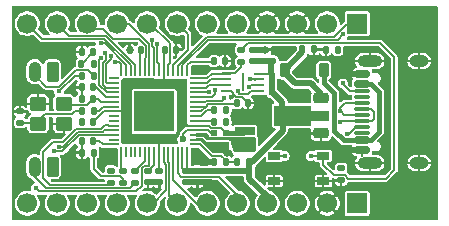
<source format=gbr>
%TF.GenerationSoftware,KiCad,Pcbnew,9.0.4*%
%TF.CreationDate,2025-09-05T06:37:09+02:00*%
%TF.ProjectId,PCB_MF_PicoMicro,5043425f-4d46-45f5-9069-636f4d696372,rev?*%
%TF.SameCoordinates,Original*%
%TF.FileFunction,Copper,L1,Top*%
%TF.FilePolarity,Positive*%
%FSLAX46Y46*%
G04 Gerber Fmt 4.6, Leading zero omitted, Abs format (unit mm)*
G04 Created by KiCad (PCBNEW 9.0.4) date 2025-09-05 06:37:09*
%MOMM*%
%LPD*%
G01*
G04 APERTURE LIST*
G04 Aperture macros list*
%AMRoundRect*
0 Rectangle with rounded corners*
0 $1 Rounding radius*
0 $2 $3 $4 $5 $6 $7 $8 $9 X,Y pos of 4 corners*
0 Add a 4 corners polygon primitive as box body*
4,1,4,$2,$3,$4,$5,$6,$7,$8,$9,$2,$3,0*
0 Add four circle primitives for the rounded corners*
1,1,$1+$1,$2,$3*
1,1,$1+$1,$4,$5*
1,1,$1+$1,$6,$7*
1,1,$1+$1,$8,$9*
0 Add four rect primitives between the rounded corners*
20,1,$1+$1,$2,$3,$4,$5,0*
20,1,$1+$1,$4,$5,$6,$7,0*
20,1,$1+$1,$6,$7,$8,$9,0*
20,1,$1+$1,$8,$9,$2,$3,0*%
%AMFreePoly0*
4,1,9,3.862500,-0.866500,0.737500,-0.866500,0.737500,-0.450000,-0.737500,-0.450000,-0.737500,0.450000,0.737500,0.450000,0.737500,0.866500,3.862500,0.866500,3.862500,-0.866500,3.862500,-0.866500,$1*%
G04 Aperture macros list end*
%TA.AperFunction,SMDPad,CuDef*%
%ADD10RoundRect,0.140000X-0.170000X0.140000X-0.170000X-0.140000X0.170000X-0.140000X0.170000X0.140000X0*%
%TD*%
%TA.AperFunction,SMDPad,CuDef*%
%ADD11RoundRect,0.135000X0.135000X0.185000X-0.135000X0.185000X-0.135000X-0.185000X0.135000X-0.185000X0*%
%TD*%
%TA.AperFunction,SMDPad,CuDef*%
%ADD12RoundRect,0.140000X0.140000X0.170000X-0.140000X0.170000X-0.140000X-0.170000X0.140000X-0.170000X0*%
%TD*%
%TA.AperFunction,SMDPad,CuDef*%
%ADD13RoundRect,0.225000X-0.225000X-0.375000X0.225000X-0.375000X0.225000X0.375000X-0.225000X0.375000X0*%
%TD*%
%TA.AperFunction,SMDPad,CuDef*%
%ADD14RoundRect,0.140000X-0.140000X-0.170000X0.140000X-0.170000X0.140000X0.170000X-0.140000X0.170000X0*%
%TD*%
%TA.AperFunction,SMDPad,CuDef*%
%ADD15RoundRect,0.147500X-0.147500X-0.172500X0.147500X-0.172500X0.147500X0.172500X-0.147500X0.172500X0*%
%TD*%
%TA.AperFunction,SMDPad,CuDef*%
%ADD16RoundRect,0.135000X-0.135000X-0.185000X0.135000X-0.185000X0.135000X0.185000X-0.135000X0.185000X0*%
%TD*%
%TA.AperFunction,SMDPad,CuDef*%
%ADD17RoundRect,0.135000X0.185000X-0.135000X0.185000X0.135000X-0.185000X0.135000X-0.185000X-0.135000X0*%
%TD*%
%TA.AperFunction,ComponentPad*%
%ADD18RoundRect,0.250000X0.265000X0.615000X-0.265000X0.615000X-0.265000X-0.615000X0.265000X-0.615000X0*%
%TD*%
%TA.AperFunction,ComponentPad*%
%ADD19O,1.030000X1.730000*%
%TD*%
%TA.AperFunction,SMDPad,CuDef*%
%ADD20RoundRect,0.250000X-0.450000X-0.350000X0.450000X-0.350000X0.450000X0.350000X-0.450000X0.350000X0*%
%TD*%
%TA.AperFunction,SMDPad,CuDef*%
%ADD21RoundRect,0.225000X0.425000X0.225000X-0.425000X0.225000X-0.425000X-0.225000X0.425000X-0.225000X0*%
%TD*%
%TA.AperFunction,SMDPad,CuDef*%
%ADD22FreePoly0,180.000000*%
%TD*%
%TA.AperFunction,SMDPad,CuDef*%
%ADD23RoundRect,0.140000X0.170000X-0.140000X0.170000X0.140000X-0.170000X0.140000X-0.170000X-0.140000X0*%
%TD*%
%TA.AperFunction,SMDPad,CuDef*%
%ADD24R,0.530000X0.470000*%
%TD*%
%TA.AperFunction,SMDPad,CuDef*%
%ADD25R,0.200000X0.875000*%
%TD*%
%TA.AperFunction,SMDPad,CuDef*%
%ADD26R,0.875000X0.200000*%
%TD*%
%TA.AperFunction,HeatsinkPad*%
%ADD27C,0.425000*%
%TD*%
%TA.AperFunction,SMDPad,CuDef*%
%ADD28R,3.400000X3.400000*%
%TD*%
%TA.AperFunction,SMDPad,CuDef*%
%ADD29RoundRect,0.135000X-0.185000X0.135000X-0.185000X-0.135000X0.185000X-0.135000X0.185000X0.135000X0*%
%TD*%
%TA.AperFunction,SMDPad,CuDef*%
%ADD30RoundRect,0.062500X-0.387500X-0.062500X0.387500X-0.062500X0.387500X0.062500X-0.387500X0.062500X0*%
%TD*%
%TA.AperFunction,HeatsinkPad*%
%ADD31R,0.200000X1.600000*%
%TD*%
%TA.AperFunction,SMDPad,CuDef*%
%ADD32R,1.050000X0.650000*%
%TD*%
%TA.AperFunction,SMDPad,CuDef*%
%ADD33R,1.700000X0.700000*%
%TD*%
%TA.AperFunction,SMDPad,CuDef*%
%ADD34RoundRect,0.150000X0.500000X-0.150000X0.500000X0.150000X-0.500000X0.150000X-0.500000X-0.150000X0*%
%TD*%
%TA.AperFunction,SMDPad,CuDef*%
%ADD35RoundRect,0.075000X0.575000X-0.075000X0.575000X0.075000X-0.575000X0.075000X-0.575000X-0.075000X0*%
%TD*%
%TA.AperFunction,HeatsinkPad*%
%ADD36O,2.100000X1.000000*%
%TD*%
%TA.AperFunction,HeatsinkPad*%
%ADD37O,1.600000X1.000000*%
%TD*%
%TA.AperFunction,ComponentPad*%
%ADD38R,1.700000X1.700000*%
%TD*%
%TA.AperFunction,ComponentPad*%
%ADD39C,1.700000*%
%TD*%
%TA.AperFunction,ViaPad*%
%ADD40C,0.650000*%
%TD*%
%TA.AperFunction,ViaPad*%
%ADD41C,0.450000*%
%TD*%
%TA.AperFunction,ViaPad*%
%ADD42C,0.600000*%
%TD*%
%TA.AperFunction,Conductor*%
%ADD43C,0.150000*%
%TD*%
%TA.AperFunction,Conductor*%
%ADD44C,0.500000*%
%TD*%
%TA.AperFunction,Conductor*%
%ADD45C,0.200000*%
%TD*%
%TA.AperFunction,Conductor*%
%ADD46C,0.300000*%
%TD*%
%TA.AperFunction,Conductor*%
%ADD47C,0.400000*%
%TD*%
G04 APERTURE END LIST*
D10*
%TO.P,C11,1*%
%TO.N,3.3V*%
X116960000Y-95590000D03*
%TO.P,C11,2*%
%TO.N,GND*%
X116960000Y-96550000D03*
%TD*%
D11*
%TO.P,R2,1*%
%TO.N,/RP2350A/XOUT_R*%
X112380000Y-90490000D03*
%TO.P,R2,2*%
%TO.N,Net-(C5-Pad1)*%
X111360000Y-90490000D03*
%TD*%
D12*
%TO.P,C12,1*%
%TO.N,3.3V*%
X112340000Y-93050000D03*
%TO.P,C12,2*%
%TO.N,GND*%
X111380000Y-93050000D03*
%TD*%
D11*
%TO.P,R4,1*%
%TO.N,/RP2350A/USB_D-*%
X123570000Y-91440000D03*
%TO.P,R4,2*%
%TO.N,/RP2350A/USB_D_R-*%
X122550000Y-91440000D03*
%TD*%
D13*
%TO.P,D1,1,K*%
%TO.N,VIN*%
X128560000Y-87060000D03*
%TO.P,D1,2,A*%
%TO.N,/RP2350A/RAW*%
X131860000Y-87060000D03*
%TD*%
D14*
%TO.P,C14,1*%
%TO.N,3.3V*%
X122560000Y-86270000D03*
%TO.P,C14,2*%
%TO.N,GND*%
X123520000Y-86270000D03*
%TD*%
D15*
%TO.P,D3,1,K*%
%TO.N,GND*%
X111385000Y-85510000D03*
%TO.P,D3,2,A*%
%TO.N,Net-(D3-A)*%
X112355000Y-85510000D03*
%TD*%
D16*
%TO.P,R9,1*%
%TO.N,Net-(D3-A)*%
X111350000Y-86510000D03*
%TO.P,R9,2*%
%TO.N,/RP2350A/GPIO11*%
X112370000Y-86510000D03*
%TD*%
D12*
%TO.P,C9,1*%
%TO.N,3.3V*%
X112340000Y-88510000D03*
%TO.P,C9,2*%
%TO.N,GND*%
X111380000Y-88510000D03*
%TD*%
D17*
%TO.P,R10,1*%
%TO.N,Net-(D2-A)*%
X114850000Y-96610000D03*
%TO.P,R10,2*%
%TO.N,/RP2350A/GPIO19*%
X114850000Y-95590000D03*
%TD*%
D18*
%TO.P,J7,1,Pin_1*%
%TO.N,RX1*%
X108900000Y-87175000D03*
D19*
%TO.P,J7,2,Pin_2*%
%TO.N,Net-(J7-Pin_2)*%
X107400000Y-87175000D03*
%TD*%
D14*
%TO.P,C6,1*%
%TO.N,+1V1*%
X118380000Y-85310000D03*
%TO.P,C6,2*%
%TO.N,GND*%
X119340000Y-85310000D03*
%TD*%
D11*
%TO.P,R11,1*%
%TO.N,Net-(J7-Pin_2)*%
X112380000Y-87520000D03*
%TO.P,R11,2*%
%TO.N,TX1*%
X111360000Y-87520000D03*
%TD*%
D20*
%TO.P,Y1,1,1*%
%TO.N,Net-(C5-Pad1)*%
X107675000Y-91600000D03*
%TO.P,Y1,2,2*%
%TO.N,GND*%
X109875000Y-91600000D03*
%TO.P,Y1,3,3*%
%TO.N,/RP2350A/XIN*%
X109875000Y-89900000D03*
%TO.P,Y1,4,4*%
%TO.N,GND*%
X107675000Y-89900000D03*
%TD*%
D10*
%TO.P,C10,1*%
%TO.N,3.3V*%
X121160000Y-95580000D03*
%TO.P,C10,2*%
%TO.N,GND*%
X121160000Y-96540000D03*
%TD*%
D12*
%TO.P,C13,1*%
%TO.N,3.3V*%
X116380000Y-85370000D03*
%TO.P,C13,2*%
%TO.N,GND*%
X115420000Y-85370000D03*
%TD*%
D17*
%TO.P,R12,1*%
%TO.N,Net-(J8-Pin_2)*%
X115880000Y-96600000D03*
%TO.P,R12,2*%
%TO.N,TX2*%
X115880000Y-95580000D03*
%TD*%
D21*
%TO.P,U2,1,GND*%
%TO.N,GND*%
X131650000Y-92410000D03*
D22*
%TO.P,U2,2,VO*%
%TO.N,3.3V*%
X131562500Y-90910000D03*
D21*
%TO.P,U2,3,VI*%
%TO.N,VIN*%
X131650000Y-89410000D03*
%TD*%
D17*
%TO.P,R7,1*%
%TO.N,GND*%
X133340000Y-96390000D03*
%TO.P,R7,2*%
%TO.N,Net-(J3-CC1)*%
X133340000Y-95370000D03*
%TD*%
D23*
%TO.P,C2,1*%
%TO.N,3.3V*%
X126920000Y-86270000D03*
%TO.P,C2,2*%
%TO.N,GND*%
X126920000Y-85310000D03*
%TD*%
D24*
%TO.P,C16,1*%
%TO.N,3.3V*%
X122590000Y-92360000D03*
%TO.P,C16,2*%
%TO.N,GND*%
X122590000Y-93390000D03*
%TD*%
D25*
%TO.P,U1,1,IOVDD*%
%TO.N,3.3V*%
X120300000Y-87110000D03*
%TO.P,U1,2,GPIO0*%
%TO.N,D0*%
X119900000Y-87110000D03*
%TO.P,U1,3,GPIO1*%
%TO.N,D1*%
X119500000Y-87110000D03*
%TO.P,U1,4,GPIO2*%
%TO.N,D2*%
X119100000Y-87110000D03*
%TO.P,U1,5,GPIO3*%
%TO.N,D3*%
X118700000Y-87110000D03*
%TO.P,U1,6,DVDD*%
%TO.N,+1V1*%
X118300000Y-87110000D03*
%TO.P,U1,7,GPIO4*%
%TO.N,D4*%
X117900000Y-87110000D03*
%TO.P,U1,8,GPIO5*%
%TO.N,D5*%
X117500000Y-87110000D03*
%TO.P,U1,9,GPIO6*%
%TO.N,D6*%
X117100000Y-87110000D03*
%TO.P,U1,10,GPIO7*%
%TO.N,D7*%
X116700000Y-87110000D03*
%TO.P,U1,11,IOVDD*%
%TO.N,3.3V*%
X116300000Y-87110000D03*
%TO.P,U1,12,GPIO8*%
%TO.N,D8*%
X115900000Y-87110000D03*
%TO.P,U1,13,GPIO9*%
%TO.N,D9*%
X115500000Y-87110000D03*
%TO.P,U1,14,GPIO10*%
%TO.N,D10*%
X115100000Y-87110000D03*
%TO.P,U1,15,GPIO11*%
%TO.N,/RP2350A/GPIO11*%
X114700000Y-87110000D03*
D26*
%TO.P,U1,16,GPIO12*%
%TO.N,/RP2350A/GPIO12*%
X114062500Y-87747500D03*
%TO.P,U1,17,GPIO13*%
%TO.N,D13*%
X114062500Y-88147500D03*
%TO.P,U1,18,GPIO14*%
%TO.N,D14*%
X114062500Y-88547500D03*
%TO.P,U1,19,GPIO15*%
%TO.N,D15*%
X114062500Y-88947500D03*
%TO.P,U1,20,IOVDD*%
%TO.N,3.3V*%
X114062500Y-89347500D03*
%TO.P,U1,21,XIN*%
%TO.N,/RP2350A/XIN*%
X114062500Y-89747500D03*
%TO.P,U1,22,XOUT*%
%TO.N,/RP2350A/XOUT_R*%
X114062500Y-90147500D03*
%TO.P,U1,23,DVDD*%
%TO.N,+1V1*%
X114062500Y-90547500D03*
%TO.P,U1,24,SWCLK*%
%TO.N,/RP2350A/SWD*%
X114062500Y-90947500D03*
%TO.P,U1,25,SWDIO*%
%TO.N,/RP2350A/SWCLK*%
X114062500Y-91347500D03*
%TO.P,U1,26,RUN*%
%TO.N,RST*%
X114062500Y-91747500D03*
%TO.P,U1,27,GPIO16*%
%TO.N,TX1*%
X114062500Y-92147500D03*
%TO.P,U1,28,GPIO17*%
%TO.N,RX1*%
X114062500Y-92547500D03*
%TO.P,U1,29,GPIO18*%
%TO.N,/RP2350A/GPIO18*%
X114062500Y-92947500D03*
%TO.P,U1,30,IOVDD*%
%TO.N,3.3V*%
X114062500Y-93347500D03*
D25*
%TO.P,U1,31,GPIO19*%
%TO.N,/RP2350A/GPIO19*%
X114700000Y-93985000D03*
%TO.P,U1,32,GPIO20*%
%TO.N,/RP2350A/GPIO20*%
X115100000Y-93985000D03*
%TO.P,U1,33,GPIO21*%
%TO.N,/RP2350A/GPIO21*%
X115500000Y-93985000D03*
%TO.P,U1,34,GPIO22*%
%TO.N,/RP2350A/GPIO22*%
X115900000Y-93985000D03*
%TO.P,U1,35,GPIO23*%
%TO.N,/RP2350A/GPIO23*%
X116300000Y-93985000D03*
%TO.P,U1,36,GPIO24*%
%TO.N,TX2*%
X116700000Y-93985000D03*
%TO.P,U1,37,GPIO25*%
%TO.N,RX2*%
X117100000Y-93985000D03*
%TO.P,U1,38,IOVDD*%
%TO.N,3.3V*%
X117500000Y-93985000D03*
%TO.P,U1,39,DVDD*%
%TO.N,+1V1*%
X117900000Y-93985000D03*
%TO.P,U1,40,GPIO26_ADC0*%
%TO.N,A0*%
X118300000Y-93985000D03*
%TO.P,U1,41,GPIO27_ADC1*%
%TO.N,A1*%
X118700000Y-93985000D03*
%TO.P,U1,42,GPIO28_ADC2*%
%TO.N,A2*%
X119100000Y-93985000D03*
%TO.P,U1,43,GPIO29_ADC3*%
%TO.N,A3*%
X119500000Y-93985000D03*
%TO.P,U1,44,ADC_AVDD*%
%TO.N,3.3V*%
X119900000Y-93985000D03*
%TO.P,U1,45,IOVDD*%
X120300000Y-93985000D03*
D26*
%TO.P,U1,46,VREG_AVDD*%
%TO.N,Net-(U1-VREG_AVDD)*%
X120937500Y-93347500D03*
%TO.P,U1,47,VREG_PGND*%
%TO.N,GND*%
X120937500Y-92947500D03*
%TO.P,U1,48,VREG_LX*%
%TO.N,/RP2350A/VREG_LX*%
X120937500Y-92547500D03*
%TO.P,U1,49,VREG_VIN*%
%TO.N,3.3V*%
X120937500Y-92147500D03*
%TO.P,U1,50,VREG_FB*%
%TO.N,+1V1*%
X120937500Y-91747500D03*
%TO.P,U1,51,USB_DM*%
%TO.N,/RP2350A/USB_D_R-*%
X120937500Y-91347500D03*
%TO.P,U1,52,USB_DP*%
%TO.N,/RP2350A/USB_D_R+*%
X120937500Y-90947500D03*
%TO.P,U1,53,USB_OTP_VDD*%
%TO.N,3.3V*%
X120937500Y-90547500D03*
%TO.P,U1,54,QSPI_IOVDD*%
X120937500Y-90147500D03*
%TO.P,U1,55,QSPI_SD3*%
%TO.N,/RP2350A/QSPI_SD3*%
X120937500Y-89747500D03*
%TO.P,U1,56,QSPI_SCLK*%
%TO.N,/RP2350A/QSPI_SCLK*%
X120937500Y-89347500D03*
%TO.P,U1,57,QSPI_SD0*%
%TO.N,/RP2350A/QSPI_SD0*%
X120937500Y-88947500D03*
%TO.P,U1,58,QSPI_SD2*%
%TO.N,/RP2350A/QSPI_SD2*%
X120937500Y-88547500D03*
%TO.P,U1,59,QSPI_SD1*%
%TO.N,/RP2350A/QSPI_SD1*%
X120937500Y-88147500D03*
%TO.P,U1,60,QSPI_SS*%
%TO.N,/RP2350A/QSPI_SS*%
X120937500Y-87747500D03*
D27*
%TO.P,U1,61,GND*%
%TO.N,GND*%
X118350000Y-89697500D03*
X117500000Y-89697500D03*
X116650000Y-89697500D03*
X118350000Y-90547500D03*
X117500000Y-90547500D03*
D28*
X117500000Y-90547500D03*
D27*
X116650000Y-90547500D03*
X118350000Y-91397500D03*
X117500000Y-91397500D03*
X116650000Y-91397500D03*
%TD*%
D18*
%TO.P,J8,1,Pin_1*%
%TO.N,RX2*%
X108900000Y-95225000D03*
D19*
%TO.P,J8,2,Pin_2*%
%TO.N,Net-(J8-Pin_2)*%
X107400000Y-95225000D03*
%TD*%
D23*
%TO.P,C5,1*%
%TO.N,Net-(C5-Pad1)*%
X106150000Y-91510000D03*
%TO.P,C5,2*%
%TO.N,GND*%
X106150000Y-90550000D03*
%TD*%
D10*
%TO.P,C8,1*%
%TO.N,+1V1*%
X117950000Y-95590000D03*
%TO.P,C8,2*%
%TO.N,GND*%
X117950000Y-96550000D03*
%TD*%
D15*
%TO.P,D2,1,K*%
%TO.N,GND*%
X111400000Y-94040000D03*
%TO.P,D2,2,A*%
%TO.N,Net-(D2-A)*%
X112370000Y-94040000D03*
%TD*%
D12*
%TO.P,C4,1*%
%TO.N,/RP2350A/XIN*%
X112340000Y-89500000D03*
%TO.P,C4,2*%
%TO.N,GND*%
X111380000Y-89500000D03*
%TD*%
D11*
%TO.P,R5,1*%
%TO.N,3.3V*%
X125560000Y-94800000D03*
%TO.P,R5,2*%
%TO.N,Net-(U1-VREG_AVDD)*%
X124540000Y-94800000D03*
%TD*%
D12*
%TO.P,C18,1*%
%TO.N,Net-(U1-VREG_AVDD)*%
X123550000Y-94800000D03*
%TO.P,C18,2*%
%TO.N,GND*%
X122590000Y-94800000D03*
%TD*%
D10*
%TO.P,C19,1*%
%TO.N,3.3V*%
X120180000Y-95580000D03*
%TO.P,C19,2*%
%TO.N,GND*%
X120180000Y-96540000D03*
%TD*%
D29*
%TO.P,R6,1*%
%TO.N,3.3V*%
X113830000Y-95570000D03*
%TO.P,R6,2*%
%TO.N,RST*%
X113830000Y-96590000D03*
%TD*%
D11*
%TO.P,R3,1*%
%TO.N,/RP2350A/USB_D+*%
X123570000Y-90440000D03*
%TO.P,R3,2*%
%TO.N,/RP2350A/USB_D_R+*%
X122550000Y-90440000D03*
%TD*%
D30*
%TO.P,U4,1,~{CS}*%
%TO.N,/RP2350A/QSPI_SS*%
X123560000Y-87340000D03*
%TO.P,U4,2,DO(IO1)*%
%TO.N,/RP2350A/QSPI_SD1*%
X123560000Y-87840000D03*
%TO.P,U4,3,IO2*%
%TO.N,/RP2350A/QSPI_SD2*%
X123560000Y-88340000D03*
%TO.P,U4,4,GND*%
%TO.N,GND*%
X123560000Y-88840000D03*
%TO.P,U4,5,DI(IO0)*%
%TO.N,/RP2350A/QSPI_SD0*%
X126410000Y-88840000D03*
%TO.P,U4,6,CLK*%
%TO.N,/RP2350A/QSPI_SCLK*%
X126410000Y-88340000D03*
%TO.P,U4,7,IO3*%
%TO.N,/RP2350A/QSPI_SD3*%
X126410000Y-87840000D03*
%TO.P,U4,8,VCC*%
%TO.N,3.3V*%
X126410000Y-87340000D03*
D31*
%TO.P,U4,9*%
%TO.N,N/C*%
X124985000Y-88090000D03*
%TD*%
D14*
%TO.P,C15,1*%
%TO.N,3.3V*%
X124480000Y-89850000D03*
%TO.P,C15,2*%
%TO.N,GND*%
X125440000Y-89850000D03*
%TD*%
D17*
%TO.P,R1,1*%
%TO.N,/RP2350A/QSPI_SS*%
X124870000Y-86350000D03*
%TO.P,R1,2*%
%TO.N,/RP2350A/~{USB_BOOT}*%
X124870000Y-85330000D03*
%TD*%
D32*
%TO.P,SW1,1,1*%
%TO.N,GND*%
X131805000Y-96460000D03*
X127655000Y-96460000D03*
%TO.P,SW1,2,2*%
%TO.N,/RP2350A/~{USB_BOOT}*%
X131805000Y-94310000D03*
X127680000Y-94310000D03*
%TD*%
D12*
%TO.P,C7,1*%
%TO.N,+1V1*%
X112340000Y-91470000D03*
%TO.P,C7,2*%
%TO.N,GND*%
X111380000Y-91470000D03*
%TD*%
D33*
%TO.P,L1,1,1*%
%TO.N,+1V1*%
X125170000Y-92250000D03*
%TO.P,L1,2,2*%
%TO.N,/RP2350A/VREG_LX*%
X125170000Y-93650000D03*
%TD*%
D23*
%TO.P,C3,1*%
%TO.N,3.3V*%
X125900000Y-86280000D03*
%TO.P,C3,2*%
%TO.N,GND*%
X125900000Y-85320000D03*
%TD*%
D16*
%TO.P,R8,1*%
%TO.N,GND*%
X132030000Y-85320000D03*
%TO.P,R8,2*%
%TO.N,Net-(J3-CC2)*%
X133050000Y-85320000D03*
%TD*%
D34*
%TO.P,J3,A1,GND*%
%TO.N,GND*%
X135120000Y-93800000D03*
%TO.P,J3,A4,VBUS*%
%TO.N,/RP2350A/RAW*%
X135120000Y-93000000D03*
D35*
%TO.P,J3,A5,CC1*%
%TO.N,Net-(J3-CC1)*%
X135120000Y-91850000D03*
%TO.P,J3,A6,D+*%
%TO.N,/RP2350A/USB_D+*%
X135120000Y-90850000D03*
%TO.P,J3,A7,D-*%
%TO.N,/RP2350A/USB_D-*%
X135120000Y-90350000D03*
%TO.P,J3,A8,SBU1*%
%TO.N,unconnected-(J3-SBU1-PadA8)*%
X135120000Y-89350000D03*
D34*
%TO.P,J3,A9,VBUS*%
%TO.N,/RP2350A/RAW*%
X135120000Y-88200000D03*
%TO.P,J3,A12,GND*%
%TO.N,GND*%
X135120000Y-87400000D03*
%TO.P,J3,B1,GND*%
X135120000Y-87400000D03*
%TO.P,J3,B4,VBUS*%
%TO.N,/RP2350A/RAW*%
X135120000Y-88200000D03*
D35*
%TO.P,J3,B5,CC2*%
%TO.N,Net-(J3-CC2)*%
X135120000Y-88850000D03*
%TO.P,J3,B6,D+*%
%TO.N,/RP2350A/USB_D+*%
X135120000Y-89850000D03*
%TO.P,J3,B7,D-*%
%TO.N,/RP2350A/USB_D-*%
X135120000Y-91350000D03*
%TO.P,J3,B8,SBU2*%
%TO.N,unconnected-(J3-SBU2-PadB8)*%
X135120000Y-92350000D03*
D34*
%TO.P,J3,B9,VBUS*%
%TO.N,/RP2350A/RAW*%
X135120000Y-93000000D03*
%TO.P,J3,B12,GND*%
%TO.N,GND*%
X135120000Y-93800000D03*
D36*
%TO.P,J3,S1,SHIELD*%
X135760000Y-94920000D03*
D37*
X139940000Y-94920000D03*
D36*
X135760000Y-86280000D03*
D37*
X139940000Y-86280000D03*
%TD*%
D14*
%TO.P,C1,1*%
%TO.N,VIN*%
X130060000Y-85300000D03*
%TO.P,C1,2*%
%TO.N,GND*%
X131020000Y-85300000D03*
%TD*%
D24*
%TO.P,C17,1*%
%TO.N,+1V1*%
X123600000Y-92360000D03*
%TO.P,C17,2*%
%TO.N,GND*%
X123600000Y-93390000D03*
%TD*%
D38*
%TO.P,J2,1,Pin_1*%
%TO.N,VIN*%
X134690000Y-98340000D03*
D39*
%TO.P,J2,2,Pin_2*%
%TO.N,GND*%
X132150000Y-98340000D03*
%TO.P,J2,3,Pin_3*%
%TO.N,RST*%
X129610000Y-98340000D03*
%TO.P,J2,4,Pin_4*%
%TO.N,3.3V*%
X127070000Y-98340000D03*
%TO.P,J2,5,Pin_5*%
%TO.N,A3*%
X124530000Y-98340000D03*
%TO.P,J2,6,Pin_6*%
%TO.N,A2*%
X121990000Y-98340000D03*
%TO.P,J2,7,Pin_7*%
%TO.N,A1*%
X119450000Y-98340000D03*
%TO.P,J2,8,Pin_8*%
%TO.N,A0*%
X116910000Y-98340000D03*
%TO.P,J2,9,Pin_9*%
%TO.N,D15*%
X114370000Y-98340000D03*
%TO.P,J2,10,Pin_10*%
%TO.N,D14*%
X111830000Y-98340000D03*
%TO.P,J2,11,Pin_11*%
%TO.N,D13*%
X109290000Y-98340000D03*
%TO.P,J2,12,Pin_12*%
%TO.N,D10*%
X106750000Y-98340000D03*
%TD*%
D38*
%TO.P,J1,1,Pin_1*%
%TO.N,D1*%
X134690000Y-83110000D03*
D39*
%TO.P,J1,2,Pin_2*%
%TO.N,D0*%
X132150000Y-83110000D03*
%TO.P,J1,3,Pin_3*%
%TO.N,GND*%
X129610000Y-83110000D03*
%TO.P,J1,4,Pin_4*%
X127070000Y-83110000D03*
%TO.P,J1,5,Pin_5*%
%TO.N,D4*%
X124530000Y-83110000D03*
%TO.P,J1,6,Pin_6*%
%TO.N,D5*%
X121990000Y-83110000D03*
%TO.P,J1,7,Pin_7*%
%TO.N,D2*%
X119450000Y-83110000D03*
%TO.P,J1,8,Pin_8*%
%TO.N,D3*%
X116910000Y-83110000D03*
%TO.P,J1,9,Pin_9*%
%TO.N,D6*%
X114370000Y-83110000D03*
%TO.P,J1,10,Pin_10*%
%TO.N,D7*%
X111830000Y-83110000D03*
%TO.P,J1,11,Pin_11*%
%TO.N,D8*%
X109290000Y-83110000D03*
%TO.P,J1,12,Pin_12*%
%TO.N,D9*%
X106750000Y-83110000D03*
%TD*%
D40*
%TO.N,GND*%
X106000000Y-96370000D03*
D41*
X111380000Y-89500000D03*
D40*
X123160000Y-85430000D03*
X121360000Y-94480000D03*
X126910000Y-85320000D03*
D41*
X111380000Y-91470000D03*
D40*
X115420000Y-85370000D03*
X126760000Y-92470000D03*
X122290000Y-96590000D03*
D41*
X111400000Y-94040000D03*
D40*
X129730000Y-92760000D03*
X129670000Y-95480000D03*
D41*
X117950000Y-96550000D03*
D40*
X111710000Y-95780000D03*
X106100000Y-92990000D03*
X106040000Y-88670000D03*
X126430000Y-89630000D03*
D41*
X111380000Y-93050000D03*
D40*
X123648732Y-94046268D03*
X113720000Y-94200000D03*
X106060000Y-85130000D03*
X107450000Y-88650000D03*
X129530000Y-89260000D03*
D42*
%TO.N,3.3V*%
X120180000Y-95580000D03*
X126920000Y-86270000D03*
X127570000Y-86290000D03*
X121160000Y-95580000D03*
X119970000Y-92920000D03*
D41*
X116960000Y-95590000D03*
D42*
X122560000Y-86270000D03*
D41*
X112340000Y-93050000D03*
X113860000Y-95580000D03*
X112340000Y-88510000D03*
X116380000Y-85370000D03*
D42*
X127460000Y-88910000D03*
D41*
X124480000Y-89850000D03*
%TO.N,+1V1*%
X119910000Y-90640000D03*
X124590000Y-92240000D03*
X119910000Y-90060000D03*
X125730000Y-92260000D03*
X119910000Y-89500000D03*
X125170000Y-92250000D03*
%TO.N,/RP2350A/USB_D-*%
X133275000Y-91440000D03*
D42*
X123570000Y-91440000D03*
%TO.N,/RP2350A/USB_D+*%
X123570000Y-90440000D03*
D41*
X133275000Y-90540000D03*
%TO.N,/RP2350A/~{USB_BOOT}*%
X128540000Y-94310000D03*
X130790000Y-94310000D03*
%TO.N,D4*%
X117760000Y-84880000D03*
%TO.N,D0*%
X133518451Y-84007236D03*
%TO.N,D10*%
X112979017Y-84789999D03*
%TO.N,D5*%
X117350000Y-84480000D03*
%TO.N,D13*%
X113847657Y-85893343D03*
%TO.N,/RP2350A/GPIO11*%
X112370000Y-86510000D03*
X114160000Y-86360000D03*
%TO.N,/RP2350A/QSPI_SD0*%
X122115907Y-88918407D03*
X124559998Y-88840000D03*
%TO.N,D15*%
X112995000Y-85998019D03*
%TO.N,D14*%
X113377275Y-85600000D03*
%TO.N,TX1*%
X109442000Y-93530000D03*
X109430000Y-88860000D03*
%TO.N,RX1*%
X109000000Y-93900000D03*
%TO.N,RX2*%
X107502157Y-97032157D03*
%TO.N,RST*%
X113830000Y-96590000D03*
%TO.N,/RP2350A/QSPI_SCLK*%
X122670000Y-88750000D03*
X125570000Y-88460000D03*
%TO.N,/RP2350A/QSPI_SD3*%
X125580000Y-87840000D03*
X123438000Y-89410000D03*
%TO.N,VIN*%
X129510000Y-88170000D03*
X130740000Y-88180000D03*
X130140000Y-88170000D03*
%TO.N,Net-(J3-CC2)*%
X133460000Y-88180000D03*
X133050000Y-85320000D03*
%TO.N,Net-(J3-CC1)*%
X133820000Y-92475000D03*
X133340000Y-95370000D03*
%TD*%
D43*
%TO.N,/RP2350A/XIN*%
X113030000Y-89740000D02*
X112790000Y-89500000D01*
X111850000Y-89990000D02*
X109965000Y-89990000D01*
X114055000Y-89740000D02*
X113030000Y-89740000D01*
X112340000Y-89500000D02*
X111850000Y-89990000D01*
X114062500Y-89747500D02*
X114055000Y-89740000D01*
X112790000Y-89500000D02*
X112340000Y-89500000D01*
X109965000Y-89990000D02*
X109875000Y-89900000D01*
X109945000Y-89670000D02*
X109900000Y-89625000D01*
%TO.N,GND*%
X123560000Y-88840000D02*
X123990000Y-88840000D01*
D44*
X122240000Y-96540000D02*
X120850000Y-96540000D01*
D43*
X109900000Y-91325000D02*
X110375000Y-91800000D01*
X123990000Y-88840000D02*
X124470000Y-89320000D01*
X124470000Y-89320000D02*
X124910000Y-89320000D01*
D44*
X120830000Y-96560000D02*
X120850000Y-96540000D01*
X134120000Y-87400000D02*
X135200000Y-87400000D01*
D43*
X126910000Y-85320000D02*
X126920000Y-85310000D01*
D45*
X123600000Y-93997536D02*
X123648732Y-94046268D01*
D44*
X117950000Y-96550000D02*
X116960000Y-96550000D01*
X134110000Y-87410000D02*
X134120000Y-87400000D01*
D43*
X124910000Y-89320000D02*
X125440000Y-89850000D01*
D44*
X135120000Y-93800000D02*
X134210000Y-93800000D01*
X120850000Y-96540000D02*
X120180000Y-96540000D01*
X121680000Y-94800000D02*
X121360000Y-94480000D01*
X125900000Y-85320000D02*
X126910000Y-85320000D01*
D45*
X122590000Y-93390000D02*
X122020000Y-93390000D01*
X122020000Y-93390000D02*
X121577500Y-92947500D01*
X121577500Y-92947500D02*
X120937500Y-92947500D01*
D46*
X123600000Y-93390000D02*
X123600000Y-93997536D01*
D44*
X122590000Y-94800000D02*
X121680000Y-94800000D01*
X122290000Y-96590000D02*
X122240000Y-96540000D01*
D43*
%TO.N,Net-(C5-Pad1)*%
X106150000Y-91510000D02*
X106165000Y-91525000D01*
X110830000Y-90500000D02*
X111350000Y-90500000D01*
X111350000Y-90500000D02*
X111360000Y-90490000D01*
X107500000Y-91525000D02*
X108250000Y-90775000D01*
X106165000Y-91525000D02*
X107500000Y-91525000D01*
X108250000Y-90775000D02*
X110555000Y-90775000D01*
X110555000Y-90775000D02*
X110830000Y-90500000D01*
%TO.N,3.3V*%
X119960000Y-92910000D02*
X119970000Y-92920000D01*
D45*
X122172000Y-92212000D02*
X122320000Y-92360000D01*
X120180000Y-95580000D02*
X121070000Y-95580000D01*
X119960000Y-92497500D02*
X119960000Y-92910000D01*
D44*
X125630000Y-94870000D02*
X125560000Y-94800000D01*
D45*
X112340000Y-93050000D02*
X112870000Y-93050000D01*
X122500000Y-86330000D02*
X120620000Y-86330000D01*
D44*
X120110000Y-95600000D02*
X120090000Y-95580000D01*
X129370000Y-91150000D02*
X129370000Y-91270000D01*
X127450000Y-88900000D02*
X127460000Y-88910000D01*
X127450000Y-87345000D02*
X127450000Y-88900000D01*
D45*
X120937500Y-92147500D02*
X122103616Y-92147500D01*
X120310000Y-92147500D02*
X119960000Y-92497500D01*
D44*
X127490000Y-88910000D02*
X128350000Y-89770000D01*
D45*
X124414000Y-89916000D02*
X122084000Y-89916000D01*
D44*
X129000000Y-90910000D02*
X131562500Y-90910000D01*
X128370000Y-92190000D02*
X128370000Y-91540000D01*
D45*
X120620000Y-86330000D02*
X120300000Y-86650000D01*
X113167500Y-93347500D02*
X114002500Y-93347500D01*
D44*
X125560000Y-95540000D02*
X125560000Y-94800000D01*
D45*
X120300000Y-95460000D02*
X120180000Y-95580000D01*
X116380000Y-85370000D02*
X116300000Y-85450000D01*
D43*
X126420000Y-87350000D02*
X126410000Y-87340000D01*
D44*
X128350000Y-90560000D02*
X128700000Y-90910000D01*
D45*
X120180000Y-95580000D02*
X120090000Y-95580000D01*
D44*
X127425000Y-87320000D02*
X127425000Y-86435000D01*
X125770000Y-94870000D02*
X125630000Y-94870000D01*
D45*
X112870000Y-93050000D02*
X113167500Y-93347500D01*
D44*
X126955000Y-86280000D02*
X125900000Y-86280000D01*
D45*
X122168115Y-92212000D02*
X122172000Y-92212000D01*
X112550000Y-88510000D02*
X113387500Y-89347500D01*
X120937500Y-90547500D02*
X121452500Y-90547500D01*
D44*
X127425000Y-86435000D02*
X127570000Y-86290000D01*
D45*
X120300000Y-86650000D02*
X120300000Y-87110000D01*
X121060000Y-95560000D02*
X121100000Y-95600000D01*
X122103616Y-92147500D02*
X122168115Y-92212000D01*
D44*
X125560000Y-94800000D02*
X125760000Y-94800000D01*
D45*
X127425000Y-87320000D02*
X127405000Y-87340000D01*
X116300000Y-85450000D02*
X116300000Y-87110000D01*
D44*
X125500000Y-95600000D02*
X125560000Y-95540000D01*
D45*
X116960000Y-95590000D02*
X117500000Y-95050000D01*
X120300000Y-93985000D02*
X120300000Y-95460000D01*
D44*
X128370000Y-91540000D02*
X129000000Y-90910000D01*
D45*
X117500000Y-95050000D02*
X117500000Y-93985000D01*
D44*
X127425000Y-87320000D02*
X127450000Y-87345000D01*
D45*
X119900000Y-93985000D02*
X119900000Y-95300000D01*
D44*
X127570000Y-86290000D02*
X126965000Y-86290000D01*
X126965000Y-86290000D02*
X126955000Y-86280000D01*
D45*
X122084000Y-89916000D02*
X121852500Y-90147500D01*
D44*
X128350000Y-89770000D02*
X128350000Y-90560000D01*
X121100000Y-95600000D02*
X125500000Y-95600000D01*
D45*
X121452500Y-90547500D02*
X121852500Y-90147500D01*
X122560000Y-86270000D02*
X122500000Y-86330000D01*
X113387500Y-89347500D02*
X114062500Y-89347500D01*
X124480000Y-89850000D02*
X124414000Y-89916000D01*
X127405000Y-87340000D02*
X126410000Y-87340000D01*
D44*
X125760000Y-94800000D02*
X128370000Y-92190000D01*
D45*
X121852500Y-90147500D02*
X120937500Y-90147500D01*
D44*
X121100000Y-95600000D02*
X120110000Y-95600000D01*
D45*
X112340000Y-88510000D02*
X112550000Y-88510000D01*
X120937500Y-92147500D02*
X120310000Y-92147500D01*
X122320000Y-92360000D02*
X122590000Y-92360000D01*
D44*
X127070000Y-97750000D02*
X125560000Y-96240000D01*
X127070000Y-98350000D02*
X127070000Y-97750000D01*
X125560000Y-96240000D02*
X125560000Y-95540000D01*
D45*
X119900000Y-95300000D02*
X120180000Y-95580000D01*
D44*
X127460000Y-88910000D02*
X127490000Y-88910000D01*
X127400000Y-98020000D02*
X127070000Y-98350000D01*
D43*
%TO.N,+1V1*%
X122097500Y-91747500D02*
X122104000Y-91754000D01*
D45*
X113262500Y-90547500D02*
X114062500Y-90547500D01*
X117900000Y-93985000D02*
X117900000Y-95540000D01*
X118300000Y-85550000D02*
X118340000Y-85510000D01*
X114957500Y-90547500D02*
X114960000Y-90550000D01*
X117900000Y-93985000D02*
X117900000Y-93100000D01*
X119910000Y-91380000D02*
X120277500Y-91747500D01*
X117900000Y-93100000D02*
X117930000Y-93070000D01*
D43*
X122104000Y-91754000D02*
X122104000Y-91757562D01*
X122282438Y-91936000D02*
X123176000Y-91936000D01*
D45*
X112340000Y-91470000D02*
X113262500Y-90547500D01*
D43*
X120937500Y-91747500D02*
X122097500Y-91747500D01*
D47*
X125060000Y-92360000D02*
X123600000Y-92360000D01*
D45*
X119910000Y-90060000D02*
X119910000Y-91380000D01*
X118300000Y-87110000D02*
X118300000Y-88180000D01*
D43*
X122104000Y-91757562D02*
X122282438Y-91936000D01*
D45*
X118300000Y-87110000D02*
X118300000Y-85550000D01*
D43*
X123176000Y-91936000D02*
X123600000Y-92360000D01*
D45*
X125680000Y-92260000D02*
X125160000Y-92260000D01*
X117900000Y-95540000D02*
X117950000Y-95590000D01*
X125160000Y-92260000D02*
X125060000Y-92360000D01*
X114062500Y-90547500D02*
X114957500Y-90547500D01*
X120277500Y-91747500D02*
X120937500Y-91747500D01*
D47*
%TO.N,/RP2350A/RAW*%
X132750000Y-89000000D02*
X131860000Y-88110000D01*
X131860000Y-88110000D02*
X131860000Y-87060000D01*
X132750000Y-92210000D02*
X132750000Y-89000000D01*
X133540000Y-93000000D02*
X132750000Y-92210000D01*
X135820000Y-88200000D02*
X136560000Y-88940000D01*
X135120000Y-88200000D02*
X135820000Y-88200000D01*
X136560000Y-92260000D02*
X135820000Y-93000000D01*
X136560000Y-88940000D02*
X136560000Y-92260000D01*
X135820000Y-93000000D02*
X133540000Y-93000000D01*
D45*
%TO.N,/RP2350A/USB_D-*%
X136120000Y-91150000D02*
X135920000Y-91350000D01*
X133365000Y-91350000D02*
X133275000Y-91440000D01*
X135900000Y-90350000D02*
X136120000Y-90570000D01*
X135920000Y-91350000D02*
X135120000Y-91350000D01*
X136120000Y-90570000D02*
X136120000Y-91150000D01*
X135120000Y-90350000D02*
X135900000Y-90350000D01*
X135120000Y-91350000D02*
X133365000Y-91350000D01*
%TO.N,/RP2350A/USB_D+*%
X133275000Y-90540000D02*
X133275000Y-90225000D01*
X133275000Y-90540000D02*
X133290000Y-90540000D01*
X133275000Y-90225000D02*
X133650000Y-89850000D01*
X123681000Y-90551000D02*
X123570000Y-90440000D01*
X133290000Y-90540000D02*
X133600000Y-90850000D01*
X133650000Y-89850000D02*
X135120000Y-89850000D01*
X133600000Y-90850000D02*
X135120000Y-90850000D01*
D43*
%TO.N,/RP2350A/QSPI_SS*%
X124870000Y-86830000D02*
X124370000Y-87330000D01*
X124370000Y-87330000D02*
X123220000Y-87330000D01*
X124870000Y-86350000D02*
X124870000Y-86830000D01*
X121972500Y-87747500D02*
X122380000Y-87340000D01*
X120937500Y-87747500D02*
X121972500Y-87747500D01*
X124880000Y-86240000D02*
X124840000Y-86280000D01*
X122380000Y-87340000D02*
X123560000Y-87340000D01*
X123220000Y-87330000D02*
X123200000Y-87350000D01*
%TO.N,/RP2350A/XOUT_R*%
X112800000Y-90490000D02*
X112380000Y-90490000D01*
X113142500Y-90147500D02*
X112800000Y-90490000D01*
X114062500Y-90147500D02*
X113142500Y-90147500D01*
D45*
%TO.N,/RP2350A/USB_D_R+*%
X121990000Y-90440000D02*
X122550000Y-90440000D01*
X120937500Y-90947500D02*
X121482500Y-90947500D01*
X121482500Y-90947500D02*
X121990000Y-90440000D01*
%TO.N,/RP2350A/USB_D_R-*%
X122360000Y-91440000D02*
X122550000Y-91440000D01*
X121928582Y-91347500D02*
X121931082Y-91350000D01*
X121931082Y-91350000D02*
X122270000Y-91350000D01*
X122270000Y-91350000D02*
X122360000Y-91440000D01*
X120937500Y-91347500D02*
X121928582Y-91347500D01*
D43*
%TO.N,/RP2350A/~{USB_BOOT}*%
X131805000Y-95055000D02*
X131805000Y-94310000D01*
X133953562Y-96240000D02*
X133657562Y-95944000D01*
X132694000Y-95944000D02*
X131805000Y-95055000D01*
X137110000Y-96240000D02*
X133953562Y-96240000D01*
X136621000Y-84741000D02*
X137840000Y-85960000D01*
X133657562Y-95944000D02*
X132694000Y-95944000D01*
X128540000Y-94310000D02*
X127680000Y-94310000D01*
X137840000Y-85960000D02*
X137840000Y-95510000D01*
X124870000Y-85330000D02*
X125459000Y-84741000D01*
X130790000Y-94310000D02*
X131805000Y-94310000D01*
X124870000Y-85330000D02*
X124791000Y-85330000D01*
X125459000Y-84741000D02*
X136621000Y-84741000D01*
X137840000Y-95510000D02*
X137110000Y-96240000D01*
%TO.N,D9*%
X108030000Y-84390000D02*
X113280000Y-84390000D01*
X115500000Y-86610000D02*
X115500000Y-87110000D01*
X113280000Y-84390000D02*
X115500000Y-86610000D01*
X106750000Y-83110000D02*
X108030000Y-84390000D01*
%TO.N,D4*%
X117900000Y-86510000D02*
X117900000Y-87110000D01*
X117760000Y-86370000D02*
X117900000Y-86510000D01*
X117760000Y-84880000D02*
X117760000Y-86370000D01*
%TO.N,D3*%
X118700000Y-87110000D02*
X118700000Y-86580000D01*
X118700000Y-86580000D02*
X118836000Y-86444000D01*
X118836000Y-86444000D02*
X118836000Y-84786000D01*
X118836000Y-84786000D02*
X117160000Y-83110000D01*
X117160000Y-83110000D02*
X116910000Y-83110000D01*
%TO.N,D1*%
X119500000Y-86680000D02*
X121940000Y-84240000D01*
X121940000Y-84240000D02*
X132720000Y-84240000D01*
X132720000Y-84240000D02*
X133850000Y-83110000D01*
X133850000Y-83110000D02*
X134690000Y-83110000D01*
X119500000Y-87110000D02*
X119500000Y-86680000D01*
%TO.N,D7*%
X114010000Y-84380000D02*
X113164984Y-83534984D01*
X116850000Y-85040000D02*
X116190000Y-84380000D01*
X113164984Y-83534984D02*
X112254984Y-83534984D01*
X116190000Y-84380000D02*
X114010000Y-84380000D01*
X116700000Y-87110000D02*
X116700000Y-86080000D01*
X112254984Y-83534984D02*
X111830000Y-83110000D01*
X116700000Y-86080000D02*
X116850000Y-85930000D01*
X116850000Y-85930000D02*
X116850000Y-85040000D01*
X111750000Y-83050000D02*
X111760000Y-83060000D01*
%TO.N,D0*%
X133518451Y-84007236D02*
X133035687Y-84490000D01*
X119900000Y-86650000D02*
X119900000Y-87110000D01*
X133035687Y-84490000D02*
X122060000Y-84490000D01*
X122060000Y-84490000D02*
X119900000Y-86650000D01*
%TO.N,D2*%
X119100000Y-87110000D02*
X119100000Y-86660000D01*
X120370000Y-84030000D02*
X119450000Y-83110000D01*
X119100000Y-86660000D02*
X120370000Y-85390000D01*
X120370000Y-85390000D02*
X120370000Y-84030000D01*
%TO.N,D10*%
X115100000Y-86580000D02*
X115100000Y-87110000D01*
X112979017Y-84789999D02*
X113309999Y-84789999D01*
X113309999Y-84789999D02*
X115100000Y-86580000D01*
%TO.N,D8*%
X115900000Y-86630000D02*
X113410000Y-84140000D01*
X113410000Y-84140000D02*
X110320000Y-84140000D01*
X115900000Y-87110000D02*
X115900000Y-86630000D01*
X110320000Y-84140000D02*
X109290000Y-83110000D01*
%TO.N,D5*%
X117350000Y-84774260D02*
X117359000Y-84783260D01*
X117359000Y-84783260D02*
X117359000Y-85046100D01*
X117500000Y-85187100D02*
X117500000Y-87110000D01*
X117350000Y-84480000D02*
X117350000Y-84774260D01*
X121990000Y-83110000D02*
X121696446Y-83110000D01*
X117359000Y-85046100D02*
X117500000Y-85187100D01*
%TO.N,D6*%
X115330772Y-83110000D02*
X114370000Y-83110000D01*
X117100000Y-87110000D02*
X117100000Y-84879228D01*
X117100000Y-84879228D02*
X115330772Y-83110000D01*
%TO.N,D13*%
X113847657Y-85893343D02*
X113847657Y-86092343D01*
X113430000Y-86510000D02*
X113430000Y-88050000D01*
X113847657Y-86092343D02*
X113430000Y-86510000D01*
X113430000Y-88050000D02*
X113527500Y-88147500D01*
X113527500Y-88147500D02*
X114062500Y-88147500D01*
%TO.N,/RP2350A/GPIO11*%
X114700000Y-86550000D02*
X114700000Y-87110000D01*
X114160000Y-86360000D02*
X114510000Y-86360000D01*
X114510000Y-86360000D02*
X114700000Y-86550000D01*
%TO.N,/RP2350A/QSPI_SD0*%
X124559998Y-88840000D02*
X124559998Y-88909998D01*
X125480000Y-89070000D02*
X125700000Y-88850000D01*
X124720000Y-89070000D02*
X125480000Y-89070000D01*
X122086814Y-88947500D02*
X122115907Y-88918407D01*
X124559998Y-88909998D02*
X124720000Y-89070000D01*
X125700000Y-88850000D02*
X126050000Y-88850000D01*
X120937500Y-88947500D02*
X122086814Y-88947500D01*
%TO.N,/RP2350A/GPIO19*%
X114700000Y-93985000D02*
X114700000Y-95440000D01*
X114700000Y-95440000D02*
X114850000Y-95590000D01*
%TO.N,A3*%
X119784000Y-96064000D02*
X123004000Y-96064000D01*
X123004000Y-96064000D02*
X124530000Y-97590000D01*
X124530000Y-97590000D02*
X124530000Y-98350000D01*
X119500000Y-93985000D02*
X119500000Y-95780000D01*
X119500000Y-95780000D02*
X119784000Y-96064000D01*
%TO.N,A1*%
X118700000Y-94840000D02*
X118800000Y-94940000D01*
X118700000Y-93985000D02*
X118700000Y-94840000D01*
X118800000Y-97700000D02*
X119450000Y-98350000D01*
X118800000Y-94940000D02*
X118800000Y-97700000D01*
%TO.N,A2*%
X121120000Y-98350000D02*
X121990000Y-98350000D01*
X119100000Y-96330000D02*
X121120000Y-98350000D01*
X119100000Y-93985000D02*
X119100000Y-96330000D01*
%TO.N,A0*%
X118300000Y-94870000D02*
X118540000Y-95110000D01*
X118540000Y-95110000D02*
X118540000Y-97180000D01*
X118300000Y-93985000D02*
X118300000Y-94870000D01*
X118540000Y-97180000D02*
X117370000Y-98350000D01*
X117370000Y-98350000D02*
X116910000Y-98350000D01*
%TO.N,D15*%
X112850000Y-88320000D02*
X113477500Y-88947500D01*
X112846000Y-86144000D02*
X112846000Y-86466000D01*
X112846000Y-86466000D02*
X112850000Y-86470000D01*
X112850000Y-86470000D02*
X112850000Y-88320000D01*
X112991981Y-85998019D02*
X112846000Y-86144000D01*
X112995000Y-85998019D02*
X112991981Y-85998019D01*
X113477500Y-88947500D02*
X114062500Y-88947500D01*
%TO.N,D14*%
X113414551Y-85600000D02*
X113400000Y-85614551D01*
X113432468Y-88547500D02*
X114062500Y-88547500D01*
X113400000Y-86180000D02*
X113160000Y-86420000D01*
X113400000Y-85614551D02*
X113400000Y-86180000D01*
X113377275Y-85600000D02*
X113414551Y-85600000D01*
X113160000Y-88275032D02*
X113432468Y-88547500D01*
X113160000Y-86420000D02*
X113160000Y-88275032D01*
%TO.N,TX1*%
X109442000Y-93530000D02*
X109770000Y-93530000D01*
X113570000Y-92150000D02*
X113572500Y-92147500D01*
X110960000Y-92340000D02*
X110975032Y-92340000D01*
X113572500Y-92147500D02*
X114062500Y-92147500D01*
X109770000Y-93530000D02*
X110960000Y-92340000D01*
X113133500Y-92296500D02*
X113280000Y-92150000D01*
X111018532Y-92296500D02*
X113133500Y-92296500D01*
X109430000Y-88860000D02*
X109440000Y-88860000D01*
X110975032Y-92340000D02*
X111018532Y-92296500D01*
X109440000Y-88860000D02*
X110780000Y-87520000D01*
X113280000Y-92150000D02*
X113570000Y-92150000D01*
X110780000Y-87520000D02*
X111360000Y-87520000D01*
%TO.N,RX1*%
X111122500Y-92547500D02*
X114062500Y-92547500D01*
X109739000Y-93931000D02*
X111122500Y-92547500D01*
X109031000Y-93931000D02*
X109739000Y-93931000D01*
X109000000Y-93900000D02*
X109031000Y-93931000D01*
%TO.N,RX2*%
X116470000Y-95319228D02*
X116655228Y-95134000D01*
X115984772Y-97314000D02*
X116474000Y-96824772D01*
X108900000Y-95225000D02*
X108900000Y-95690000D01*
X107784000Y-97314000D02*
X115984772Y-97314000D01*
X107502157Y-97032157D02*
X107784000Y-97314000D01*
X116470000Y-96271228D02*
X116470000Y-95319228D01*
X117100000Y-95059678D02*
X117100000Y-93985000D01*
X116474000Y-96824772D02*
X116474000Y-96275228D01*
X116474000Y-96275228D02*
X116470000Y-96271228D01*
X116655228Y-95134000D02*
X117025678Y-95134000D01*
X117025678Y-95134000D02*
X117100000Y-95059678D01*
X108900000Y-95225000D02*
X108900000Y-95050000D01*
X108900000Y-95050000D02*
X108920000Y-95030000D01*
%TO.N,TX2*%
X115880000Y-95555032D02*
X115880000Y-95580000D01*
X116700000Y-93985000D02*
X116710000Y-93995000D01*
X116710000Y-93995000D02*
X116710000Y-94725032D01*
X116710000Y-94725032D02*
X115880000Y-95555032D01*
%TO.N,RST*%
X113680000Y-91740000D02*
X113687500Y-91747500D01*
X108120000Y-93980000D02*
X108971000Y-93129000D01*
X108719000Y-96809000D02*
X108120000Y-96210000D01*
X113641000Y-96809000D02*
X108719000Y-96809000D01*
X113004500Y-92045500D02*
X113310000Y-91740000D01*
X108120000Y-96210000D02*
X108120000Y-93980000D01*
X113687500Y-91747500D02*
X114062500Y-91747500D01*
X113860000Y-96590000D02*
X113641000Y-96809000D01*
X108971000Y-93129000D02*
X109771000Y-93129000D01*
X113310000Y-91740000D02*
X113680000Y-91740000D01*
X110854500Y-92045500D02*
X110990000Y-92045500D01*
X110990000Y-92045500D02*
X113004500Y-92045500D01*
X129130000Y-98350000D02*
X129610000Y-98350000D01*
X109771000Y-93129000D02*
X110854500Y-92045500D01*
%TO.N,/RP2350A/QSPI_SCLK*%
X122670000Y-89050000D02*
X122372500Y-89347500D01*
X122372500Y-89347500D02*
X120937500Y-89347500D01*
X122670000Y-88750000D02*
X122670000Y-89050000D01*
X125570000Y-88460000D02*
X125680000Y-88350000D01*
X125680000Y-88350000D02*
X126050000Y-88350000D01*
%TO.N,/RP2350A/QSPI_SD3*%
X121900000Y-89640000D02*
X121792500Y-89747500D01*
X121792500Y-89747500D02*
X120937500Y-89747500D01*
X126040000Y-87840000D02*
X126050000Y-87850000D01*
X125580000Y-87840000D02*
X126040000Y-87840000D01*
X123438000Y-89410000D02*
X123208000Y-89640000D01*
X123208000Y-89640000D02*
X121900000Y-89640000D01*
D44*
%TO.N,VIN*%
X131650000Y-89090000D02*
X130740000Y-88180000D01*
X130060000Y-85560000D02*
X128560000Y-87060000D01*
X129510000Y-88170000D02*
X129410000Y-88170000D01*
X130140000Y-88170000D02*
X130730000Y-88170000D01*
X129510000Y-88170000D02*
X130140000Y-88170000D01*
X130730000Y-88170000D02*
X130740000Y-88180000D01*
X131650000Y-89410000D02*
X131650000Y-89090000D01*
X128560000Y-87320000D02*
X128560000Y-87060000D01*
X129410000Y-88170000D02*
X128560000Y-87320000D01*
X130060000Y-85300000D02*
X130060000Y-85560000D01*
D43*
%TO.N,/RP2350A/QSPI_SD2*%
X120937500Y-88547500D02*
X121932500Y-88547500D01*
X121932500Y-88547500D02*
X122130000Y-88350000D01*
X122130000Y-88350000D02*
X123200000Y-88350000D01*
%TO.N,Net-(J3-CC2)*%
X133460000Y-88180000D02*
X133460000Y-88230000D01*
X134080000Y-88850000D02*
X135120000Y-88850000D01*
X133460000Y-88230000D02*
X134080000Y-88850000D01*
X135110000Y-88860000D02*
X135120000Y-88850000D01*
%TO.N,Net-(J3-CC1)*%
X134446000Y-92024000D02*
X134620000Y-91850000D01*
X133820000Y-92475000D02*
X133995000Y-92475000D01*
X134294000Y-92168954D02*
X134438954Y-92024000D01*
X134294000Y-92176000D02*
X134294000Y-92168954D01*
X134620000Y-91850000D02*
X135120000Y-91850000D01*
X133995000Y-92475000D02*
X134294000Y-92176000D01*
X134438954Y-92024000D02*
X134446000Y-92024000D01*
D45*
%TO.N,Net-(U1-VREG_AVDD)*%
X123550000Y-94800000D02*
X124540000Y-94800000D01*
X122360000Y-94290000D02*
X123150000Y-94290000D01*
X120937500Y-93347500D02*
X121417500Y-93347500D01*
X123550000Y-94690000D02*
X123550000Y-94800000D01*
X121417500Y-93347500D02*
X122360000Y-94290000D01*
X123150000Y-94290000D02*
X123550000Y-94690000D01*
D43*
%TO.N,/RP2350A/QSPI_SD1*%
X120937500Y-88147500D02*
X121982500Y-88147500D01*
X122290000Y-87840000D02*
X123560000Y-87840000D01*
X121982500Y-88147500D02*
X122290000Y-87840000D01*
%TO.N,Net-(D2-A)*%
X114576000Y-96036000D02*
X114532438Y-96036000D01*
X114532438Y-96036000D02*
X114512438Y-96016000D01*
X112370000Y-95410000D02*
X112370000Y-94040000D01*
X114512438Y-96016000D02*
X112976000Y-96016000D01*
X114850000Y-96610000D02*
X114850000Y-96310000D01*
X114850000Y-96310000D02*
X114576000Y-96036000D01*
X112976000Y-96016000D02*
X112370000Y-95410000D01*
%TO.N,Net-(D3-A)*%
X111355000Y-86510000D02*
X112355000Y-85510000D01*
X111350000Y-86510000D02*
X111355000Y-86510000D01*
%TO.N,Net-(J7-Pin_2)*%
X107400000Y-87175000D02*
X107400000Y-86560000D01*
X107400000Y-87175000D02*
X107400000Y-87480000D01*
X109470000Y-88450000D02*
X110914000Y-87006000D01*
X110914000Y-87006000D02*
X111866000Y-87006000D01*
X107400000Y-87175000D02*
X107400000Y-87650000D01*
X111866000Y-87006000D02*
X112380000Y-87520000D01*
X107400000Y-87480000D02*
X108370000Y-88450000D01*
X108370000Y-88450000D02*
X109470000Y-88450000D01*
%TO.N,Net-(J8-Pin_2)*%
X107425000Y-95350133D02*
X107425000Y-94950000D01*
X107400000Y-94700000D02*
X107400000Y-95225000D01*
X107400000Y-96120000D02*
X108340000Y-97060000D01*
X107400000Y-95225000D02*
X107400000Y-96120000D01*
X108340000Y-97060000D02*
X115420000Y-97060000D01*
X115420000Y-97060000D02*
X115880000Y-96600000D01*
%TD*%
%TA.AperFunction,Conductor*%
%TO.N,GND*%
G36*
X121962267Y-93150000D02*
G01*
X123870000Y-93150000D01*
X123870000Y-94110000D01*
X123324261Y-94110000D01*
X123291897Y-94077636D01*
X123291896Y-94077635D01*
X123291894Y-94077634D01*
X123199828Y-94039500D01*
X122494413Y-94039500D01*
X122442087Y-94017826D01*
X121559398Y-93135137D01*
X121559394Y-93135134D01*
X121467328Y-93097000D01*
X121460151Y-93097000D01*
X121430000Y-93050000D01*
X121050000Y-93050000D01*
X121050000Y-92840000D01*
X121640000Y-92840000D01*
X121962267Y-93150000D01*
G37*
%TD.AperFunction*%
%TD*%
%TA.AperFunction,Conductor*%
%TO.N,/RP2350A/VREG_LX*%
G36*
X121992244Y-92407544D02*
G01*
X122016115Y-92414771D01*
X122018944Y-92417090D01*
X122026218Y-92424364D01*
X122029451Y-92425703D01*
X122037666Y-92432437D01*
X122043078Y-92437340D01*
X122103414Y-92497675D01*
X122103417Y-92497679D01*
X122103418Y-92497679D01*
X122152826Y-92547087D01*
X122174500Y-92599413D01*
X122174500Y-92609820D01*
X122183233Y-92653722D01*
X122216496Y-92703504D01*
X122266278Y-92736767D01*
X122310180Y-92745500D01*
X122310181Y-92745500D01*
X122869819Y-92745500D01*
X122869820Y-92745500D01*
X122913722Y-92736767D01*
X122920150Y-92732472D01*
X122961263Y-92720000D01*
X123228737Y-92720000D01*
X123269850Y-92732472D01*
X123276278Y-92736767D01*
X123320180Y-92745500D01*
X123320181Y-92745500D01*
X123879819Y-92745500D01*
X123879820Y-92745500D01*
X123923722Y-92736767D01*
X123930150Y-92732471D01*
X123971263Y-92720000D01*
X124206253Y-92720000D01*
X124247363Y-92732469D01*
X124261278Y-92741767D01*
X124305180Y-92750500D01*
X124305181Y-92750500D01*
X126016000Y-92750500D01*
X126068326Y-92772174D01*
X126090000Y-92824500D01*
X126090000Y-93872954D01*
X126068326Y-93925280D01*
X126068325Y-93925281D01*
X126024616Y-93968989D01*
X125972709Y-93990661D01*
X124372424Y-93999703D01*
X124319977Y-93978325D01*
X124302334Y-93950639D01*
X124029828Y-93189224D01*
X124025500Y-93164289D01*
X124025500Y-93149998D01*
X124025499Y-93149997D01*
X124004667Y-93072250D01*
X123947749Y-93015332D01*
X123870002Y-92994500D01*
X123870000Y-92994500D01*
X122054731Y-92994500D01*
X122003430Y-92973831D01*
X121747809Y-92727939D01*
X121747805Y-92727936D01*
X121747802Y-92727933D01*
X121717750Y-92705333D01*
X121717749Y-92705332D01*
X121717746Y-92705331D01*
X121640002Y-92684500D01*
X121640000Y-92684500D01*
X121084000Y-92684500D01*
X121031674Y-92662826D01*
X121010000Y-92610500D01*
X121010000Y-92472000D01*
X121031674Y-92419674D01*
X121084000Y-92398000D01*
X121969202Y-92398000D01*
X121992244Y-92407544D01*
G37*
%TD.AperFunction*%
%TD*%
%TA.AperFunction,Conductor*%
%TO.N,+1V1*%
G36*
X120178563Y-87769747D02*
G01*
X120208914Y-87778718D01*
X120239701Y-87785993D01*
X120242163Y-87788545D01*
X120245567Y-87789551D01*
X120266246Y-87813502D01*
X120288217Y-87836272D01*
X120289814Y-87840801D01*
X120291227Y-87842437D01*
X120299958Y-87869556D01*
X120310650Y-87923309D01*
X120310651Y-87971690D01*
X120299500Y-88027752D01*
X120299500Y-88267247D01*
X120310651Y-88323310D01*
X120310651Y-88371690D01*
X120299500Y-88427752D01*
X120299500Y-88667247D01*
X120310651Y-88723310D01*
X120310651Y-88771690D01*
X120299500Y-88827752D01*
X120299500Y-89067247D01*
X120310651Y-89123310D01*
X120310651Y-89171690D01*
X120299500Y-89227752D01*
X120299500Y-89467247D01*
X120310651Y-89523310D01*
X120310651Y-89571690D01*
X120299500Y-89627752D01*
X120299500Y-89867247D01*
X120310651Y-89923310D01*
X120310651Y-89971690D01*
X120299500Y-90027752D01*
X120299500Y-90267247D01*
X120310651Y-90323310D01*
X120310651Y-90371690D01*
X120299500Y-90427752D01*
X120299500Y-90667247D01*
X120310651Y-90723310D01*
X120310651Y-90771690D01*
X120299500Y-90827752D01*
X120299500Y-91067247D01*
X120310651Y-91123310D01*
X120310651Y-91171690D01*
X120299500Y-91227752D01*
X120299500Y-91467252D01*
X120311132Y-91525730D01*
X120315806Y-91537014D01*
X120313020Y-91538167D01*
X120321753Y-91551703D01*
X120326310Y-91583001D01*
X120326819Y-91584624D01*
X120326839Y-91586629D01*
X120327107Y-91736445D01*
X120307542Y-91803520D01*
X120254820Y-91849369D01*
X120235205Y-91856440D01*
X120194012Y-91867478D01*
X120194010Y-91867478D01*
X120194010Y-91867479D01*
X120125489Y-91907040D01*
X120125486Y-91907042D01*
X119719541Y-92312987D01*
X119719535Y-92312995D01*
X119679982Y-92381504D01*
X119679979Y-92381509D01*
X119659500Y-92457939D01*
X119659500Y-92471324D01*
X119639815Y-92538363D01*
X119623181Y-92559005D01*
X119569502Y-92612683D01*
X119569500Y-92612686D01*
X119503608Y-92726812D01*
X119469500Y-92854108D01*
X119469500Y-92985891D01*
X119503609Y-93113188D01*
X119503609Y-93113189D01*
X119530137Y-93159137D01*
X119546610Y-93227038D01*
X119523757Y-93293064D01*
X119468836Y-93336255D01*
X119422086Y-93345135D01*
X114853498Y-93320659D01*
X114786565Y-93300616D01*
X114741093Y-93247567D01*
X114730162Y-93196897D01*
X114721995Y-88827747D01*
X115599500Y-88827747D01*
X115599500Y-92267252D01*
X115611131Y-92325729D01*
X115611132Y-92325730D01*
X115655447Y-92392052D01*
X115721769Y-92436367D01*
X115721770Y-92436368D01*
X115780247Y-92447999D01*
X115780250Y-92448000D01*
X115780252Y-92448000D01*
X119219750Y-92448000D01*
X119219751Y-92447999D01*
X119234568Y-92445052D01*
X119278229Y-92436368D01*
X119278229Y-92436367D01*
X119278231Y-92436367D01*
X119344552Y-92392052D01*
X119388867Y-92325731D01*
X119388867Y-92325729D01*
X119388868Y-92325729D01*
X119400499Y-92267252D01*
X119400500Y-92267250D01*
X119400500Y-88827749D01*
X119400499Y-88827747D01*
X119388868Y-88769270D01*
X119388867Y-88769269D01*
X119344552Y-88702947D01*
X119278230Y-88658632D01*
X119278229Y-88658631D01*
X119219752Y-88647000D01*
X119219748Y-88647000D01*
X115780252Y-88647000D01*
X115780247Y-88647000D01*
X115721770Y-88658631D01*
X115721769Y-88658632D01*
X115655447Y-88702947D01*
X115611132Y-88769269D01*
X115611131Y-88769270D01*
X115599500Y-88827747D01*
X114721995Y-88827747D01*
X114720232Y-87884451D01*
X114739791Y-87817378D01*
X114792510Y-87771524D01*
X114844451Y-87760222D01*
X120178563Y-87769747D01*
G37*
%TD.AperFunction*%
%TD*%
%TA.AperFunction,Conductor*%
%TO.N,GND*%
G36*
X117909191Y-96468907D02*
G01*
X117945155Y-96518407D01*
X117950000Y-96549000D01*
X117950000Y-96550000D01*
X117951000Y-96550000D01*
X118009191Y-96568907D01*
X118045155Y-96618407D01*
X118050000Y-96649000D01*
X118050000Y-97029999D01*
X118050001Y-97030000D01*
X118061377Y-97030000D01*
X118119568Y-97048907D01*
X118155532Y-97098407D01*
X118155532Y-97159593D01*
X118131380Y-97199004D01*
X117763010Y-97567372D01*
X117708494Y-97595149D01*
X117648062Y-97585578D01*
X117623006Y-97567374D01*
X117579655Y-97524023D01*
X117579651Y-97524020D01*
X117407597Y-97409058D01*
X117216418Y-97329869D01*
X117013467Y-97289500D01*
X117013465Y-97289500D01*
X116806535Y-97289500D01*
X116806531Y-97289500D01*
X116617755Y-97327050D01*
X116615737Y-97326811D01*
X116613928Y-97327733D01*
X116585537Y-97323236D01*
X116556993Y-97319858D01*
X116555502Y-97318479D01*
X116553496Y-97318162D01*
X116533172Y-97297837D01*
X116512064Y-97278325D01*
X116511667Y-97276332D01*
X116510232Y-97274897D01*
X116505737Y-97246518D01*
X116500127Y-97218316D01*
X116500977Y-97216470D01*
X116500660Y-97214465D01*
X116513708Y-97188855D01*
X116525743Y-97162751D01*
X116528412Y-97159974D01*
X116634544Y-97053842D01*
X116689057Y-97026067D01*
X116717468Y-97025695D01*
X116750163Y-97030000D01*
X116859999Y-97030000D01*
X116860000Y-97029999D01*
X117060000Y-97029999D01*
X117060001Y-97030000D01*
X117169838Y-97030000D01*
X117219354Y-97023480D01*
X117219361Y-97023478D01*
X117328021Y-96972809D01*
X117384996Y-96915835D01*
X117439513Y-96888058D01*
X117499945Y-96897629D01*
X117525004Y-96915835D01*
X117581978Y-96972809D01*
X117690638Y-97023478D01*
X117690645Y-97023480D01*
X117740161Y-97030000D01*
X117849999Y-97030000D01*
X117850000Y-97029999D01*
X117850000Y-96650000D01*
X117060000Y-96650000D01*
X117060000Y-97029999D01*
X116860000Y-97029999D01*
X116860000Y-96649000D01*
X116864845Y-96634088D01*
X116864845Y-96618407D01*
X116874061Y-96605721D01*
X116878907Y-96590809D01*
X116891592Y-96581592D01*
X116900809Y-96568907D01*
X116915721Y-96564061D01*
X116928407Y-96554845D01*
X116959000Y-96550000D01*
X116960000Y-96550000D01*
X116960000Y-96549000D01*
X116978907Y-96490809D01*
X117028407Y-96454845D01*
X117059000Y-96450000D01*
X117851000Y-96450000D01*
X117909191Y-96468907D01*
G37*
%TD.AperFunction*%
%TA.AperFunction,Conductor*%
G36*
X111439191Y-93068907D02*
G01*
X111475155Y-93118407D01*
X111480000Y-93149000D01*
X111480000Y-93423659D01*
X111498781Y-93460520D01*
X111500000Y-93476007D01*
X111500000Y-94559999D01*
X111500001Y-94560000D01*
X111588221Y-94560000D01*
X111588225Y-94559999D01*
X111638827Y-94553338D01*
X111749892Y-94501547D01*
X111814642Y-94436797D01*
X111824662Y-94431691D01*
X111831857Y-94423049D01*
X111851291Y-94418122D01*
X111869158Y-94409019D01*
X111880265Y-94410778D01*
X111891167Y-94408015D01*
X111906386Y-94414915D01*
X111929590Y-94418590D01*
X111947986Y-94430714D01*
X111951454Y-94433601D01*
X112017489Y-94499636D01*
X112049684Y-94515375D01*
X112058840Y-94522997D01*
X112069111Y-94539292D01*
X112082954Y-94552685D01*
X112086477Y-94566845D01*
X112091465Y-94574758D01*
X112090832Y-94584344D01*
X112094500Y-94599083D01*
X112094500Y-95464800D01*
X112107278Y-95495648D01*
X112123154Y-95533976D01*
X112123155Y-95533979D01*
X112123157Y-95533982D01*
X112136443Y-95566058D01*
X112819941Y-96249557D01*
X112830479Y-96253921D01*
X112833567Y-96255201D01*
X112845682Y-96260219D01*
X112921200Y-96291500D01*
X113212961Y-96291500D01*
X113230428Y-96297175D01*
X113248764Y-96298201D01*
X113258814Y-96306398D01*
X113271152Y-96310407D01*
X113281948Y-96325267D01*
X113296178Y-96336873D01*
X113298769Y-96348418D01*
X113307116Y-96359907D01*
X113311807Y-96396029D01*
X113311599Y-96399734D01*
X113309500Y-96415684D01*
X113309500Y-96437275D01*
X113309346Y-96440029D01*
X113299232Y-96466100D01*
X113290593Y-96492691D01*
X113288260Y-96494385D01*
X113287218Y-96497073D01*
X113263719Y-96512215D01*
X113241093Y-96528655D01*
X113237269Y-96529260D01*
X113235787Y-96530216D01*
X113232424Y-96530027D01*
X113210500Y-96533500D01*
X108874123Y-96533500D01*
X108815932Y-96514593D01*
X108804119Y-96504504D01*
X108759119Y-96459504D01*
X108731342Y-96404987D01*
X108740913Y-96344555D01*
X108784178Y-96301290D01*
X108829123Y-96290500D01*
X109219273Y-96290500D01*
X109219273Y-96290499D01*
X109249699Y-96287646D01*
X109377882Y-96242793D01*
X109487150Y-96162150D01*
X109567793Y-96052882D01*
X109612646Y-95924699D01*
X109615499Y-95894273D01*
X109615500Y-95894273D01*
X109615500Y-94555727D01*
X109615499Y-94555725D01*
X109613958Y-94539292D01*
X109612646Y-94525301D01*
X109567793Y-94397118D01*
X109565049Y-94393400D01*
X109543564Y-94364288D01*
X109524222Y-94306241D01*
X109542693Y-94247910D01*
X109591923Y-94211577D01*
X109623219Y-94206500D01*
X109793799Y-94206500D01*
X109793800Y-94206500D01*
X109895058Y-94164557D01*
X109919614Y-94140001D01*
X110905000Y-94140001D01*
X110905000Y-94253225D01*
X110911661Y-94303827D01*
X110963451Y-94414890D01*
X111050109Y-94501548D01*
X111161173Y-94553338D01*
X111161171Y-94553338D01*
X111211774Y-94559999D01*
X111211779Y-94560000D01*
X111299999Y-94560000D01*
X111300000Y-94559999D01*
X111300000Y-94140001D01*
X111299999Y-94140000D01*
X110905001Y-94140000D01*
X110905000Y-94140001D01*
X109919614Y-94140001D01*
X109972557Y-94087058D01*
X109972556Y-94087058D01*
X110030625Y-94028989D01*
X110283442Y-93776172D01*
X110756852Y-93302762D01*
X110811367Y-93274987D01*
X110871799Y-93284558D01*
X110915064Y-93327823D01*
X110916578Y-93330928D01*
X110957190Y-93418021D01*
X111013861Y-93474692D01*
X111041638Y-93529209D01*
X111032067Y-93589641D01*
X111013861Y-93614700D01*
X110963451Y-93665109D01*
X110911661Y-93776172D01*
X110905000Y-93826774D01*
X110905000Y-93939999D01*
X110905001Y-93940000D01*
X111299999Y-93940000D01*
X111300000Y-93939999D01*
X111300000Y-93656340D01*
X111281219Y-93619480D01*
X111280000Y-93603993D01*
X111280000Y-93149000D01*
X111284845Y-93134088D01*
X111284845Y-93118407D01*
X111294061Y-93105721D01*
X111298907Y-93090809D01*
X111311592Y-93081592D01*
X111320809Y-93068907D01*
X111335721Y-93064061D01*
X111348407Y-93054845D01*
X111379000Y-93050000D01*
X111381000Y-93050000D01*
X111439191Y-93068907D01*
G37*
%TD.AperFunction*%
%TA.AperFunction,Conductor*%
G36*
X112958668Y-93569794D02*
G01*
X112982271Y-93587242D01*
X112982989Y-93587960D01*
X112982991Y-93587961D01*
X112982993Y-93587963D01*
X113051508Y-93627520D01*
X113051506Y-93627520D01*
X113051510Y-93627521D01*
X113051512Y-93627522D01*
X113127938Y-93648000D01*
X113207062Y-93648000D01*
X113605252Y-93648000D01*
X114300500Y-93648000D01*
X114358691Y-93666907D01*
X114394655Y-93716407D01*
X114399500Y-93747000D01*
X114399500Y-94442248D01*
X114411133Y-94500731D01*
X114411133Y-94500732D01*
X114411134Y-94500733D01*
X114414866Y-94509743D01*
X114412367Y-94510777D01*
X114424500Y-94550768D01*
X114424500Y-95131024D01*
X114405593Y-95189215D01*
X114356093Y-95225179D01*
X114294907Y-95225179D01*
X114255498Y-95201029D01*
X114210404Y-95155935D01*
X114210402Y-95155934D01*
X114210401Y-95155933D01*
X114103175Y-95105932D01*
X114062618Y-95100593D01*
X114054316Y-95099500D01*
X113605684Y-95099500D01*
X113597382Y-95100593D01*
X113556825Y-95105932D01*
X113556824Y-95105932D01*
X113449598Y-95155933D01*
X113365933Y-95239598D01*
X113315932Y-95346824D01*
X113315932Y-95346825D01*
X113309500Y-95395685D01*
X113309500Y-95641500D01*
X113304655Y-95656411D01*
X113304655Y-95672093D01*
X113295438Y-95684778D01*
X113290593Y-95699691D01*
X113277907Y-95708907D01*
X113268691Y-95721593D01*
X113253778Y-95726438D01*
X113241093Y-95735655D01*
X113210500Y-95740500D01*
X113131124Y-95740500D01*
X113072933Y-95721593D01*
X113061120Y-95711504D01*
X112674496Y-95324880D01*
X112646719Y-95270363D01*
X112645500Y-95254876D01*
X112645500Y-94599083D01*
X112664407Y-94540892D01*
X112701020Y-94510142D01*
X112722511Y-94499636D01*
X112804636Y-94417511D01*
X112855645Y-94313170D01*
X112865500Y-94245528D01*
X112865500Y-93834472D01*
X112855645Y-93766830D01*
X112855040Y-93765593D01*
X112823331Y-93700730D01*
X112814759Y-93640148D01*
X112843434Y-93586098D01*
X112898402Y-93559225D01*
X112958668Y-93569794D01*
G37*
%TD.AperFunction*%
%TA.AperFunction,Conductor*%
G36*
X121310212Y-93666907D02*
G01*
X121322025Y-93676996D01*
X122090685Y-94445656D01*
X122118462Y-94500173D01*
X122116385Y-94532987D01*
X122117508Y-94533135D01*
X122110000Y-94590161D01*
X122110000Y-94699999D01*
X122110001Y-94700000D01*
X122491000Y-94700000D01*
X122505912Y-94704845D01*
X122521593Y-94704845D01*
X122534278Y-94714061D01*
X122549191Y-94718907D01*
X122558407Y-94731592D01*
X122571093Y-94740809D01*
X122575938Y-94755721D01*
X122585155Y-94768407D01*
X122590000Y-94799000D01*
X122590000Y-94801000D01*
X122571093Y-94859191D01*
X122521593Y-94895155D01*
X122491000Y-94900000D01*
X122110001Y-94900000D01*
X122110000Y-94900001D01*
X122110000Y-95009838D01*
X122113652Y-95037577D01*
X122102502Y-95097738D01*
X122058120Y-95139856D01*
X122015499Y-95149500D01*
X121534660Y-95149500D01*
X121492821Y-95140224D01*
X121419489Y-95106028D01*
X121378203Y-95100593D01*
X121369901Y-95099500D01*
X121369900Y-95099500D01*
X121313568Y-95099500D01*
X121287946Y-95096127D01*
X121271077Y-95091607D01*
X121225892Y-95079500D01*
X121094108Y-95079500D01*
X121094106Y-95079500D01*
X121032050Y-95096127D01*
X121006431Y-95099500D01*
X120950104Y-95099500D01*
X120950092Y-95099501D01*
X120900513Y-95106027D01*
X120847833Y-95130593D01*
X120827178Y-95140224D01*
X120785340Y-95149500D01*
X120699500Y-95149500D01*
X120641309Y-95130593D01*
X120605345Y-95081093D01*
X120600500Y-95050500D01*
X120600500Y-93747000D01*
X120619407Y-93688809D01*
X120668907Y-93652845D01*
X120699500Y-93648000D01*
X120897938Y-93648000D01*
X121252021Y-93648000D01*
X121310212Y-93666907D01*
G37*
%TD.AperFunction*%
%TA.AperFunction,Conductor*%
G36*
X123982370Y-93817399D02*
G01*
X124005852Y-93820179D01*
X124011356Y-93825267D01*
X124018594Y-93827232D01*
X124032330Y-93844655D01*
X124050782Y-93861711D01*
X124056944Y-93874907D01*
X124057306Y-93875860D01*
X124108852Y-94019885D01*
X124123157Y-94049086D01*
X124124782Y-94053361D01*
X124124918Y-94056139D01*
X124129340Y-94069219D01*
X124131133Y-94078230D01*
X124131133Y-94078232D01*
X124144530Y-94098281D01*
X124175448Y-94144552D01*
X124175451Y-94144554D01*
X124212451Y-94169277D01*
X124250330Y-94217327D01*
X124252732Y-94278465D01*
X124227044Y-94322002D01*
X124215941Y-94332976D01*
X124209596Y-94335935D01*
X124125935Y-94419596D01*
X124123907Y-94423944D01*
X124114236Y-94433504D01*
X124094501Y-94443415D01*
X124076867Y-94456702D01*
X124067727Y-94456861D01*
X124059558Y-94460964D01*
X124037769Y-94457382D01*
X124015691Y-94457767D01*
X124006496Y-94452242D01*
X123999183Y-94451040D01*
X123991411Y-94443177D01*
X123974637Y-94433098D01*
X123973224Y-94431685D01*
X123973224Y-94431684D01*
X123888316Y-94346776D01*
X123888314Y-94346775D01*
X123888313Y-94346774D01*
X123779489Y-94296029D01*
X123779488Y-94296028D01*
X123754694Y-94292764D01*
X123729901Y-94289500D01*
X123729900Y-94289500D01*
X123615479Y-94289500D01*
X123557288Y-94270593D01*
X123545476Y-94260504D01*
X123394971Y-94110000D01*
X123870000Y-94110000D01*
X123870000Y-93825000D01*
X123884697Y-93825000D01*
X123884700Y-93824999D01*
X123945091Y-93812987D01*
X123952536Y-93813868D01*
X123959545Y-93811204D01*
X123982370Y-93817399D01*
G37*
%TD.AperFunction*%
%TA.AperFunction,Conductor*%
G36*
X125899147Y-89137210D02*
G01*
X125909203Y-89143104D01*
X125919883Y-89150240D01*
X125978207Y-89161841D01*
X125996588Y-89165498D01*
X125996589Y-89165498D01*
X125996599Y-89165500D01*
X126823400Y-89165499D01*
X126900117Y-89150240D01*
X126900118Y-89150238D01*
X126909127Y-89146508D01*
X126909686Y-89147858D01*
X126958181Y-89134178D01*
X127015586Y-89155352D01*
X127040037Y-89183603D01*
X127058168Y-89215008D01*
X127059500Y-89217314D01*
X127152686Y-89310500D01*
X127266814Y-89376392D01*
X127287815Y-89382019D01*
X127312870Y-89388732D01*
X127357253Y-89414356D01*
X127644555Y-89701659D01*
X127672332Y-89756175D01*
X127662761Y-89816607D01*
X127619496Y-89859872D01*
X127617506Y-89860858D01*
X127571872Y-89882834D01*
X127514850Y-89954337D01*
X127494500Y-90043500D01*
X127494500Y-91776501D01*
X127499651Y-91822227D01*
X127522824Y-91870345D01*
X127539334Y-91904627D01*
X127610837Y-91961649D01*
X127700000Y-91982000D01*
X127701889Y-91982000D01*
X127702894Y-91982326D01*
X127705525Y-91982623D01*
X127705464Y-91983161D01*
X127760080Y-92000907D01*
X127796044Y-92050407D01*
X127796044Y-92111593D01*
X127771893Y-92151004D01*
X126464504Y-93458393D01*
X126409987Y-93486170D01*
X126349555Y-93476599D01*
X126306290Y-93433334D01*
X126295500Y-93388389D01*
X126295500Y-92824501D01*
X126295500Y-92824500D01*
X126279857Y-92745859D01*
X126258183Y-92693533D01*
X126251694Y-92683206D01*
X126235674Y-92657709D01*
X126220500Y-92605039D01*
X126220500Y-91880253D01*
X126220498Y-91880241D01*
X126217566Y-91865500D01*
X126208867Y-91821769D01*
X126164552Y-91755448D01*
X126164548Y-91755445D01*
X126098233Y-91711134D01*
X126098231Y-91711133D01*
X126098228Y-91711132D01*
X126098227Y-91711132D01*
X126039758Y-91699501D01*
X126039748Y-91699500D01*
X124300252Y-91699500D01*
X124300251Y-91699500D01*
X124300241Y-91699501D01*
X124241772Y-91711132D01*
X124241766Y-91711134D01*
X124194502Y-91742716D01*
X124181241Y-91746456D01*
X124170093Y-91754556D01*
X124152523Y-91754556D01*
X124135614Y-91759325D01*
X124122687Y-91754556D01*
X124108907Y-91754556D01*
X124094692Y-91744228D01*
X124078210Y-91738148D01*
X124070555Y-91726691D01*
X124059407Y-91718592D01*
X124053977Y-91701881D01*
X124044217Y-91687274D01*
X124040500Y-91660401D01*
X124040500Y-91630888D01*
X124043873Y-91605265D01*
X124054528Y-91565500D01*
X124070500Y-91505892D01*
X124070500Y-91374108D01*
X124043873Y-91274732D01*
X124040500Y-91249110D01*
X124040500Y-91215685D01*
X124038326Y-91199174D01*
X124034068Y-91166827D01*
X124033356Y-91165301D01*
X123984066Y-91059598D01*
X123984065Y-91059597D01*
X123984065Y-91059596D01*
X123934470Y-91010001D01*
X123906695Y-90955487D01*
X123916266Y-90895055D01*
X123934469Y-90869999D01*
X123984065Y-90820404D01*
X124034068Y-90713173D01*
X124040500Y-90664316D01*
X124040500Y-90630888D01*
X124043873Y-90605265D01*
X124052842Y-90571792D01*
X124070500Y-90505892D01*
X124070500Y-90425429D01*
X124089407Y-90367238D01*
X124138907Y-90331274D01*
X124200093Y-90331274D01*
X124211339Y-90335705D01*
X124250510Y-90353971D01*
X124250511Y-90353971D01*
X124250513Y-90353972D01*
X124300099Y-90360500D01*
X124659900Y-90360499D01*
X124709487Y-90353972D01*
X124709488Y-90353972D01*
X124768137Y-90326622D01*
X124818316Y-90303224D01*
X124890352Y-90231187D01*
X124944867Y-90203412D01*
X125005299Y-90212983D01*
X125030358Y-90231189D01*
X125101978Y-90302809D01*
X125210638Y-90353478D01*
X125210645Y-90353480D01*
X125260161Y-90360000D01*
X125339999Y-90360000D01*
X125340000Y-90359999D01*
X125540000Y-90359999D01*
X125540001Y-90360000D01*
X125619838Y-90360000D01*
X125669354Y-90353480D01*
X125669361Y-90353478D01*
X125778021Y-90302809D01*
X125862809Y-90218021D01*
X125913478Y-90109361D01*
X125913480Y-90109354D01*
X125920000Y-90059838D01*
X125920000Y-89950001D01*
X125919999Y-89950000D01*
X125540000Y-89950000D01*
X125540000Y-90359999D01*
X125340000Y-90359999D01*
X125340000Y-89949000D01*
X125344845Y-89934088D01*
X125344845Y-89918407D01*
X125354061Y-89905721D01*
X125358907Y-89890809D01*
X125371592Y-89881592D01*
X125380809Y-89868907D01*
X125395721Y-89864061D01*
X125408407Y-89854845D01*
X125439000Y-89850000D01*
X125440000Y-89850000D01*
X125440000Y-89849000D01*
X125458907Y-89790809D01*
X125508407Y-89754845D01*
X125539000Y-89750000D01*
X125919999Y-89750000D01*
X125920000Y-89749999D01*
X125920000Y-89640161D01*
X125913480Y-89590645D01*
X125913478Y-89590638D01*
X125862809Y-89481978D01*
X125778021Y-89397190D01*
X125745487Y-89382019D01*
X125744166Y-89380787D01*
X125742382Y-89380505D01*
X125721904Y-89360027D01*
X125700739Y-89340290D01*
X125700394Y-89338517D01*
X125699117Y-89337240D01*
X125694588Y-89308646D01*
X125689065Y-89280229D01*
X125689828Y-89278591D01*
X125689546Y-89276808D01*
X125702691Y-89251007D01*
X125714924Y-89224776D01*
X125717295Y-89222319D01*
X125784200Y-89155414D01*
X125838715Y-89127639D01*
X125899147Y-89137210D01*
G37*
%TD.AperFunction*%
%TA.AperFunction,Conductor*%
G36*
X128069501Y-87771249D02*
G01*
X128081780Y-87783528D01*
X128081782Y-87783529D01*
X128201867Y-87844716D01*
X128201869Y-87844716D01*
X128201874Y-87844719D01*
X128277541Y-87856703D01*
X128301510Y-87860500D01*
X128301512Y-87860500D01*
X128422389Y-87860500D01*
X128480580Y-87879407D01*
X128492393Y-87889496D01*
X129133387Y-88530490D01*
X129133389Y-88530491D01*
X129232798Y-88587885D01*
X129232799Y-88587885D01*
X129232804Y-88587888D01*
X129236114Y-88589799D01*
X129350691Y-88620500D01*
X129450691Y-88620500D01*
X130080691Y-88620500D01*
X130502389Y-88620500D01*
X130560580Y-88639407D01*
X130572393Y-88649496D01*
X130818254Y-88895357D01*
X130846031Y-88949874D01*
X130836460Y-89010305D01*
X130815282Y-89051869D01*
X130815281Y-89051874D01*
X130799500Y-89151510D01*
X130799500Y-89668489D01*
X130802198Y-89685521D01*
X130807442Y-89718635D01*
X130808215Y-89723512D01*
X130798644Y-89783944D01*
X130755380Y-89827209D01*
X130710434Y-89838000D01*
X128899500Y-89838000D01*
X128841309Y-89819093D01*
X128805345Y-89769593D01*
X128800500Y-89739000D01*
X128800500Y-89710692D01*
X128800500Y-89710691D01*
X128776049Y-89619438D01*
X128776049Y-89619437D01*
X128776049Y-89619436D01*
X128771882Y-89603888D01*
X128769799Y-89596113D01*
X128710490Y-89493386D01*
X127929495Y-88712392D01*
X127901719Y-88657876D01*
X127900500Y-88642389D01*
X127900500Y-87841255D01*
X127919407Y-87783064D01*
X127968907Y-87747100D01*
X128030093Y-87747100D01*
X128069501Y-87771249D01*
G37*
%TD.AperFunction*%
%TA.AperFunction,Conductor*%
G36*
X124177647Y-89093027D02*
G01*
X124183596Y-89092085D01*
X124205904Y-89103451D01*
X124229399Y-89112119D01*
X124238104Y-89119854D01*
X124297782Y-89179532D01*
X124325558Y-89234047D01*
X124315987Y-89294479D01*
X124272722Y-89337744D01*
X124255487Y-89344577D01*
X124250513Y-89346027D01*
X124141686Y-89396774D01*
X124056775Y-89481685D01*
X124052224Y-89491446D01*
X124049372Y-89494503D01*
X124048528Y-89498597D01*
X124028748Y-89516618D01*
X124010495Y-89536193D01*
X124006390Y-89536990D01*
X124003301Y-89539806D01*
X123976703Y-89542760D01*
X123950433Y-89547867D01*
X123946644Y-89546100D01*
X123942490Y-89546562D01*
X123919235Y-89533318D01*
X123894981Y-89522008D01*
X123892954Y-89518351D01*
X123889322Y-89516283D01*
X123883558Y-89501400D01*
X123865319Y-89468494D01*
X123864105Y-89460535D01*
X123863500Y-89455088D01*
X123863500Y-89353982D01*
X123844314Y-89282380D01*
X123843487Y-89274930D01*
X123848229Y-89251949D01*
X123849458Y-89228521D01*
X123854298Y-89222542D01*
X123855854Y-89215008D01*
X123873196Y-89199206D01*
X123887963Y-89180971D01*
X123895736Y-89178668D01*
X123901081Y-89173799D01*
X123918835Y-89171826D01*
X123941882Y-89165000D01*
X123973355Y-89165000D01*
X123973356Y-89164999D01*
X124049923Y-89149768D01*
X124113107Y-89107551D01*
X124118903Y-89105916D01*
X124123164Y-89101656D01*
X124147896Y-89097738D01*
X124171996Y-89090942D01*
X124177647Y-89093027D01*
G37*
%TD.AperFunction*%
%TA.AperFunction,Conductor*%
G36*
X110912912Y-87873446D02*
G01*
X110938448Y-87895641D01*
X110939811Y-87894279D01*
X110945934Y-87900402D01*
X110945935Y-87900404D01*
X111002347Y-87956816D01*
X111030123Y-88011331D01*
X111020552Y-88071763D01*
X111002346Y-88096821D01*
X110957192Y-88141975D01*
X110957190Y-88141978D01*
X110906521Y-88250638D01*
X110906519Y-88250645D01*
X110900000Y-88300161D01*
X110900000Y-88409999D01*
X110900001Y-88410000D01*
X111281000Y-88410000D01*
X111295912Y-88414845D01*
X111311593Y-88414845D01*
X111324278Y-88424061D01*
X111339191Y-88428907D01*
X111348407Y-88441592D01*
X111361093Y-88450809D01*
X111365938Y-88465721D01*
X111375155Y-88478407D01*
X111380000Y-88509000D01*
X111380000Y-88510000D01*
X111381000Y-88510000D01*
X111439191Y-88528907D01*
X111475155Y-88578407D01*
X111480000Y-88609000D01*
X111480000Y-89401000D01*
X111461093Y-89459191D01*
X111411593Y-89495155D01*
X111381000Y-89500000D01*
X111379000Y-89500000D01*
X111320809Y-89481093D01*
X111284845Y-89431593D01*
X111280000Y-89401000D01*
X111280000Y-88610000D01*
X110900001Y-88610000D01*
X110900000Y-88610001D01*
X110900000Y-88719838D01*
X110906519Y-88769354D01*
X110906521Y-88769361D01*
X110957190Y-88878021D01*
X111014165Y-88934996D01*
X111041942Y-88989513D01*
X111032371Y-89049945D01*
X111014165Y-89075004D01*
X110957190Y-89131978D01*
X110906521Y-89240638D01*
X110906519Y-89240645D01*
X110900726Y-89284646D01*
X110874384Y-89339871D01*
X110820613Y-89369065D01*
X110759952Y-89361079D01*
X110722918Y-89330511D01*
X110647154Y-89227855D01*
X110647152Y-89227853D01*
X110647150Y-89227850D01*
X110647146Y-89227847D01*
X110647144Y-89227845D01*
X110537883Y-89147207D01*
X110409703Y-89102355D01*
X110409694Y-89102353D01*
X110379274Y-89099500D01*
X110379266Y-89099500D01*
X109935355Y-89099500D01*
X109913557Y-89092417D01*
X109890900Y-89088958D01*
X109885023Y-89083146D01*
X109877164Y-89080593D01*
X109863691Y-89062049D01*
X109847396Y-89045934D01*
X109846595Y-89038519D01*
X109841200Y-89031093D01*
X109837489Y-88985556D01*
X109838312Y-88980163D01*
X109855500Y-88916018D01*
X109855500Y-88867605D01*
X109856634Y-88860179D01*
X109867161Y-88839230D01*
X109874407Y-88816932D01*
X109884031Y-88805662D01*
X109884109Y-88805509D01*
X109884205Y-88805459D01*
X109884496Y-88805119D01*
X110374115Y-88315500D01*
X110797964Y-87891651D01*
X110852480Y-87863875D01*
X110912912Y-87873446D01*
G37*
%TD.AperFunction*%
%TA.AperFunction,Conductor*%
G36*
X124459215Y-84784407D02*
G01*
X124495179Y-84833907D01*
X124495179Y-84895093D01*
X124471029Y-84934501D01*
X124432003Y-84973528D01*
X124405933Y-84999598D01*
X124355932Y-85106824D01*
X124355932Y-85106825D01*
X124352766Y-85130874D01*
X124349500Y-85155684D01*
X124349500Y-85504316D01*
X124350380Y-85511000D01*
X124355932Y-85553174D01*
X124355932Y-85553175D01*
X124405933Y-85660401D01*
X124405934Y-85660402D01*
X124405935Y-85660404D01*
X124489596Y-85744065D01*
X124489597Y-85744065D01*
X124489598Y-85744066D01*
X124502915Y-85750276D01*
X124547663Y-85792005D01*
X124559337Y-85852066D01*
X124533478Y-85907518D01*
X124502915Y-85929724D01*
X124489598Y-85935933D01*
X124405933Y-86019598D01*
X124355932Y-86126824D01*
X124355932Y-86126825D01*
X124355567Y-86129596D01*
X124350133Y-86170880D01*
X124349500Y-86175685D01*
X124349500Y-86524314D01*
X124355932Y-86573174D01*
X124355932Y-86573175D01*
X124405933Y-86680401D01*
X124405934Y-86680402D01*
X124405935Y-86680404D01*
X124447955Y-86722424D01*
X124475731Y-86776939D01*
X124466160Y-86837371D01*
X124447954Y-86862429D01*
X124400472Y-86909912D01*
X124324327Y-86986058D01*
X124284882Y-87025503D01*
X124277765Y-87029129D01*
X124273069Y-87035593D01*
X124251019Y-87042757D01*
X124230366Y-87053281D01*
X124214878Y-87054500D01*
X124117174Y-87054500D01*
X124062173Y-87037815D01*
X124050117Y-87029760D01*
X124050113Y-87029759D01*
X123973411Y-87014501D01*
X123973402Y-87014500D01*
X123973401Y-87014500D01*
X123973399Y-87014500D01*
X123146602Y-87014500D01*
X123146595Y-87014501D01*
X123069883Y-87029759D01*
X123069881Y-87029760D01*
X123042862Y-87047815D01*
X122987860Y-87064500D01*
X122325200Y-87064500D01*
X122252053Y-87094799D01*
X122226219Y-87105500D01*
X122226214Y-87105502D01*
X122223944Y-87106441D01*
X122223939Y-87106445D01*
X121887380Y-87443004D01*
X121832864Y-87470781D01*
X121817377Y-87472000D01*
X121503268Y-87472000D01*
X121463276Y-87459869D01*
X121462243Y-87462366D01*
X121453233Y-87458634D01*
X121453231Y-87458633D01*
X121453227Y-87458632D01*
X121394758Y-87447001D01*
X121394748Y-87447000D01*
X121394747Y-87447000D01*
X120699500Y-87447000D01*
X120641309Y-87428093D01*
X120605345Y-87378593D01*
X120600500Y-87348000D01*
X120600500Y-86815479D01*
X120602968Y-86807881D01*
X120601719Y-86799992D01*
X120612243Y-86779336D01*
X120619407Y-86757288D01*
X120629496Y-86745475D01*
X120715475Y-86659496D01*
X120769992Y-86631719D01*
X120785479Y-86630500D01*
X122087953Y-86630500D01*
X122146144Y-86649407D01*
X122157950Y-86659490D01*
X122221684Y-86723224D01*
X122330513Y-86773972D01*
X122380099Y-86780500D01*
X122739900Y-86780499D01*
X122789487Y-86773972D01*
X122789488Y-86773972D01*
X122862822Y-86739775D01*
X122898316Y-86723224D01*
X122970352Y-86651187D01*
X123024867Y-86623412D01*
X123085299Y-86632983D01*
X123110358Y-86651189D01*
X123181978Y-86722809D01*
X123290638Y-86773478D01*
X123290645Y-86773480D01*
X123340161Y-86780000D01*
X123419999Y-86780000D01*
X123420000Y-86779999D01*
X123420000Y-86370001D01*
X123620000Y-86370001D01*
X123620000Y-86779999D01*
X123620001Y-86780000D01*
X123699838Y-86780000D01*
X123749354Y-86773480D01*
X123749361Y-86773478D01*
X123858021Y-86722809D01*
X123942809Y-86638021D01*
X123993478Y-86529361D01*
X123993480Y-86529354D01*
X124000000Y-86479838D01*
X124000000Y-86370001D01*
X123999999Y-86370000D01*
X123620001Y-86370000D01*
X123620000Y-86370001D01*
X123420000Y-86370001D01*
X123420000Y-85760001D01*
X123620000Y-85760001D01*
X123620000Y-86169999D01*
X123620001Y-86170000D01*
X123999999Y-86170000D01*
X124000000Y-86169999D01*
X124000000Y-86060161D01*
X123993480Y-86010645D01*
X123993478Y-86010638D01*
X123942809Y-85901978D01*
X123858021Y-85817190D01*
X123749361Y-85766521D01*
X123749354Y-85766519D01*
X123699839Y-85760000D01*
X123620001Y-85760000D01*
X123620000Y-85760001D01*
X123420000Y-85760001D01*
X123419999Y-85760000D01*
X123340161Y-85760000D01*
X123290645Y-85766519D01*
X123290638Y-85766521D01*
X123181978Y-85817190D01*
X123110358Y-85888811D01*
X123055841Y-85916588D01*
X122995409Y-85907017D01*
X122970353Y-85888813D01*
X122898316Y-85816776D01*
X122898314Y-85816775D01*
X122898313Y-85816774D01*
X122789489Y-85766029D01*
X122789488Y-85766028D01*
X122772958Y-85763852D01*
X122739901Y-85759500D01*
X122739899Y-85759500D01*
X122380104Y-85759500D01*
X122380092Y-85759501D01*
X122330513Y-85766027D01*
X122330511Y-85766027D01*
X122221686Y-85816774D01*
X122221684Y-85816776D01*
X122136776Y-85901684D01*
X122103827Y-85972341D01*
X122062102Y-86017087D01*
X122014105Y-86029500D01*
X121149123Y-86029500D01*
X121090932Y-86010593D01*
X121054968Y-85961093D01*
X121054968Y-85899907D01*
X121079119Y-85860496D01*
X121551209Y-85388407D01*
X122145120Y-84794496D01*
X122199637Y-84766719D01*
X122215124Y-84765500D01*
X124401024Y-84765500D01*
X124459215Y-84784407D01*
G37*
%TD.AperFunction*%
%TA.AperFunction,Conductor*%
G36*
X129538691Y-85035407D02*
G01*
X129574655Y-85084907D01*
X129579500Y-85115500D01*
X129579500Y-85362388D01*
X129560593Y-85420579D01*
X129550504Y-85432392D01*
X128752393Y-86230504D01*
X128697876Y-86258281D01*
X128682389Y-86259500D01*
X128301510Y-86259500D01*
X128201874Y-86275281D01*
X128194460Y-86277690D01*
X128193495Y-86274720D01*
X128146784Y-86282090D01*
X128092284Y-86254279D01*
X128066704Y-86209942D01*
X128036392Y-86096814D01*
X128023287Y-86074115D01*
X127970503Y-85982690D01*
X127970501Y-85982688D01*
X127970500Y-85982686D01*
X127877314Y-85889500D01*
X127877311Y-85889498D01*
X127877309Y-85889496D01*
X127763189Y-85823609D01*
X127763191Y-85823609D01*
X127699815Y-85806628D01*
X127635892Y-85789500D01*
X127504108Y-85789500D01*
X127489020Y-85793542D01*
X127483271Y-85795083D01*
X127422170Y-85791878D01*
X127374621Y-85753372D01*
X127358787Y-85694270D01*
X127371621Y-85657027D01*
X127369148Y-85655874D01*
X127423478Y-85539361D01*
X127423480Y-85539354D01*
X127430000Y-85489838D01*
X127430000Y-85410001D01*
X127429999Y-85410000D01*
X126496714Y-85410000D01*
X126479480Y-85418781D01*
X126463993Y-85420000D01*
X125999000Y-85420000D01*
X125984088Y-85415155D01*
X125968407Y-85415155D01*
X125955721Y-85405938D01*
X125940809Y-85401093D01*
X125931592Y-85388407D01*
X125918907Y-85379191D01*
X125914061Y-85364278D01*
X125904845Y-85351593D01*
X125900000Y-85321000D01*
X125900000Y-85319000D01*
X125918907Y-85260809D01*
X125968407Y-85224845D01*
X125999000Y-85220000D01*
X126323286Y-85220000D01*
X126340520Y-85211219D01*
X126356007Y-85210000D01*
X127429999Y-85210000D01*
X127430000Y-85209999D01*
X127430000Y-85130164D01*
X127429771Y-85128426D01*
X127429856Y-85127966D01*
X127429788Y-85126927D01*
X127430051Y-85126909D01*
X127440919Y-85068265D01*
X127485300Y-85026146D01*
X127527924Y-85016500D01*
X129480500Y-85016500D01*
X129538691Y-85035407D01*
G37*
%TD.AperFunction*%
%TA.AperFunction,Conductor*%
G36*
X116093068Y-84674407D02*
G01*
X116104881Y-84684496D01*
X116143219Y-84722834D01*
X116170996Y-84777351D01*
X116161425Y-84837783D01*
X116118160Y-84881048D01*
X116115055Y-84882562D01*
X116041686Y-84916774D01*
X116041684Y-84916775D01*
X116041684Y-84916776D01*
X115969647Y-84988812D01*
X115915133Y-85016588D01*
X115854701Y-85007017D01*
X115829642Y-84988811D01*
X115758021Y-84917190D01*
X115649361Y-84866521D01*
X115649354Y-84866519D01*
X115599839Y-84860000D01*
X115520001Y-84860000D01*
X115520000Y-84860001D01*
X115520000Y-85271000D01*
X115515155Y-85285911D01*
X115515155Y-85301593D01*
X115505938Y-85314278D01*
X115501093Y-85329191D01*
X115488407Y-85338407D01*
X115479191Y-85351093D01*
X115464278Y-85355938D01*
X115451593Y-85365155D01*
X115421000Y-85370000D01*
X115419000Y-85370000D01*
X115360809Y-85351093D01*
X115324845Y-85301593D01*
X115320000Y-85271000D01*
X115320000Y-84860001D01*
X115319999Y-84860000D01*
X115240161Y-84860000D01*
X115190645Y-84866519D01*
X115190638Y-84866521D01*
X115081978Y-84917190D01*
X114997190Y-85001978D01*
X114950218Y-85102710D01*
X114908490Y-85147458D01*
X114848428Y-85159132D01*
X114792976Y-85133274D01*
X114790491Y-85130874D01*
X114484120Y-84824504D01*
X114456342Y-84769987D01*
X114465913Y-84709555D01*
X114509178Y-84666290D01*
X114554123Y-84655500D01*
X116034877Y-84655500D01*
X116093068Y-84674407D01*
G37*
%TD.AperFunction*%
%TA.AperFunction,Conductor*%
G36*
X141490691Y-81639407D02*
G01*
X141526655Y-81688907D01*
X141531500Y-81719500D01*
X141531500Y-99620500D01*
X141512593Y-99678691D01*
X141463093Y-99714655D01*
X141432500Y-99719500D01*
X105531500Y-99719500D01*
X105473309Y-99700593D01*
X105437345Y-99651093D01*
X105432500Y-99620500D01*
X105432500Y-91330100D01*
X105639500Y-91330100D01*
X105639500Y-91689895D01*
X105639501Y-91689907D01*
X105646027Y-91739486D01*
X105646027Y-91739488D01*
X105696774Y-91848313D01*
X105696775Y-91848314D01*
X105696776Y-91848316D01*
X105781684Y-91933224D01*
X105890513Y-91983972D01*
X105940099Y-91990500D01*
X106359900Y-91990499D01*
X106409487Y-91983972D01*
X106409488Y-91983972D01*
X106509862Y-91937166D01*
X106518316Y-91933224D01*
X106603224Y-91848316D01*
X106603224Y-91848314D01*
X106605496Y-91846043D01*
X106660013Y-91818266D01*
X106720445Y-91827837D01*
X106763710Y-91871102D01*
X106774500Y-91916047D01*
X106774500Y-92004274D01*
X106777353Y-92034694D01*
X106777355Y-92034703D01*
X106822207Y-92162883D01*
X106902845Y-92272144D01*
X106902847Y-92272146D01*
X106902850Y-92272150D01*
X106902853Y-92272152D01*
X106902855Y-92272154D01*
X107012116Y-92352792D01*
X107012117Y-92352792D01*
X107012118Y-92352793D01*
X107140301Y-92397646D01*
X107170725Y-92400499D01*
X107170727Y-92400500D01*
X107170734Y-92400500D01*
X108179273Y-92400500D01*
X108179273Y-92400499D01*
X108209699Y-92397646D01*
X108337882Y-92352793D01*
X108447150Y-92272150D01*
X108527793Y-92162882D01*
X108572646Y-92034699D01*
X108575499Y-92004273D01*
X108575500Y-92004273D01*
X108575500Y-91700001D01*
X108975001Y-91700001D01*
X108975001Y-92004203D01*
X108977850Y-92034600D01*
X108977850Y-92034602D01*
X109022654Y-92162647D01*
X109103207Y-92271790D01*
X109103209Y-92271792D01*
X109212352Y-92352345D01*
X109340398Y-92397149D01*
X109370789Y-92399999D01*
X109774998Y-92399999D01*
X109775000Y-92399998D01*
X109775000Y-91700000D01*
X108975002Y-91700000D01*
X108975001Y-91700001D01*
X108575500Y-91700001D01*
X108575500Y-91195727D01*
X108575499Y-91195725D01*
X108572084Y-91159305D01*
X108574951Y-91159036D01*
X108579885Y-91109692D01*
X108620595Y-91064015D01*
X108670529Y-91050500D01*
X108879989Y-91050500D01*
X108938180Y-91069407D01*
X108974144Y-91118907D01*
X108976136Y-91159185D01*
X108978413Y-91159399D01*
X108975000Y-91195788D01*
X108975000Y-91499999D01*
X108975001Y-91500000D01*
X109776000Y-91500000D01*
X109790912Y-91504845D01*
X109806593Y-91504845D01*
X109819278Y-91514061D01*
X109834191Y-91518907D01*
X109843407Y-91531592D01*
X109856093Y-91540809D01*
X109860938Y-91555721D01*
X109870155Y-91568407D01*
X109875000Y-91599000D01*
X109875000Y-91600000D01*
X109876000Y-91600000D01*
X109934191Y-91618907D01*
X109970155Y-91668407D01*
X109975000Y-91699000D01*
X109975000Y-92402222D01*
X110000466Y-92452204D01*
X109990895Y-92512636D01*
X109972689Y-92537694D01*
X109685882Y-92824503D01*
X109631365Y-92852281D01*
X109615878Y-92853500D01*
X108916198Y-92853500D01*
X108814944Y-92895440D01*
X108814942Y-92895441D01*
X108814942Y-92895442D01*
X107963942Y-93746443D01*
X107963941Y-93746442D01*
X107886446Y-93823938D01*
X107886444Y-93823940D01*
X107886443Y-93823942D01*
X107852133Y-93906772D01*
X107844500Y-93925200D01*
X107844500Y-94136502D01*
X107825593Y-94194693D01*
X107776093Y-94230657D01*
X107714907Y-94230657D01*
X107707615Y-94227966D01*
X107608704Y-94186996D01*
X107470473Y-94159500D01*
X107470471Y-94159500D01*
X107329529Y-94159500D01*
X107329526Y-94159500D01*
X107191297Y-94186995D01*
X107061085Y-94240931D01*
X107061076Y-94240935D01*
X106943896Y-94319234D01*
X106844234Y-94418896D01*
X106765935Y-94536076D01*
X106765931Y-94536085D01*
X106711995Y-94666297D01*
X106684500Y-94804526D01*
X106684500Y-95645473D01*
X106711995Y-95783702D01*
X106765929Y-95913910D01*
X106765935Y-95913923D01*
X106826167Y-96004065D01*
X106844235Y-96031105D01*
X106943895Y-96130765D01*
X107026460Y-96185933D01*
X107061084Y-96209068D01*
X107117125Y-96232281D01*
X107161555Y-96268742D01*
X107166444Y-96276059D01*
X107366172Y-96475788D01*
X107393949Y-96530304D01*
X107384378Y-96590736D01*
X107343233Y-96631880D01*
X107343539Y-96632409D01*
X107341565Y-96633548D01*
X107341113Y-96634001D01*
X107339468Y-96634759D01*
X107240896Y-96691670D01*
X107161670Y-96770896D01*
X107105655Y-96867915D01*
X107094155Y-96910835D01*
X107076657Y-96976139D01*
X107076657Y-97088175D01*
X107099925Y-97175013D01*
X107104999Y-97193949D01*
X107101796Y-97255051D01*
X107063291Y-97302601D01*
X107004190Y-97318436D01*
X106990059Y-97316670D01*
X106919329Y-97302601D01*
X106853467Y-97289500D01*
X106853465Y-97289500D01*
X106646535Y-97289500D01*
X106646532Y-97289500D01*
X106443581Y-97329869D01*
X106252402Y-97409058D01*
X106080348Y-97524020D01*
X105934020Y-97670348D01*
X105819058Y-97842402D01*
X105739869Y-98033581D01*
X105699500Y-98236532D01*
X105699500Y-98443467D01*
X105739869Y-98646418D01*
X105819058Y-98837597D01*
X105819059Y-98837598D01*
X105934023Y-99009655D01*
X106080345Y-99155977D01*
X106252402Y-99270941D01*
X106443580Y-99350130D01*
X106646535Y-99390500D01*
X106646536Y-99390500D01*
X106853464Y-99390500D01*
X106853465Y-99390500D01*
X107056420Y-99350130D01*
X107247598Y-99270941D01*
X107419655Y-99155977D01*
X107565977Y-99009655D01*
X107680941Y-98837598D01*
X107760130Y-98646420D01*
X107800500Y-98443465D01*
X107800500Y-98236535D01*
X107760130Y-98033580D01*
X107680941Y-97842402D01*
X107610136Y-97736435D01*
X107593529Y-97677548D01*
X107614707Y-97620145D01*
X107665581Y-97586152D01*
X107719504Y-97588270D01*
X107719638Y-97587598D01*
X107723883Y-97588442D01*
X107726719Y-97588554D01*
X107729070Y-97589474D01*
X107729199Y-97589500D01*
X107729200Y-97589500D01*
X108342826Y-97589500D01*
X108401017Y-97608407D01*
X108436981Y-97657907D01*
X108436981Y-97719093D01*
X108425142Y-97743501D01*
X108359058Y-97842402D01*
X108279869Y-98033581D01*
X108239500Y-98236532D01*
X108239500Y-98443467D01*
X108279869Y-98646418D01*
X108359058Y-98837597D01*
X108359059Y-98837598D01*
X108474023Y-99009655D01*
X108620345Y-99155977D01*
X108792402Y-99270941D01*
X108983580Y-99350130D01*
X109186535Y-99390500D01*
X109186536Y-99390500D01*
X109393464Y-99390500D01*
X109393465Y-99390500D01*
X109596420Y-99350130D01*
X109787598Y-99270941D01*
X109959655Y-99155977D01*
X110105977Y-99009655D01*
X110220941Y-98837598D01*
X110300130Y-98646420D01*
X110340500Y-98443465D01*
X110340500Y-98236535D01*
X110300130Y-98033580D01*
X110220941Y-97842402D01*
X110154858Y-97743501D01*
X110138250Y-97684613D01*
X110159428Y-97627209D01*
X110210302Y-97593217D01*
X110237174Y-97589500D01*
X110882826Y-97589500D01*
X110941017Y-97608407D01*
X110976981Y-97657907D01*
X110976981Y-97719093D01*
X110965142Y-97743501D01*
X110899058Y-97842402D01*
X110819869Y-98033581D01*
X110779500Y-98236532D01*
X110779500Y-98443467D01*
X110819869Y-98646418D01*
X110899058Y-98837597D01*
X110899059Y-98837598D01*
X111014023Y-99009655D01*
X111160345Y-99155977D01*
X111332402Y-99270941D01*
X111523580Y-99350130D01*
X111726535Y-99390500D01*
X111726536Y-99390500D01*
X111933464Y-99390500D01*
X111933465Y-99390500D01*
X112136420Y-99350130D01*
X112327598Y-99270941D01*
X112499655Y-99155977D01*
X112645977Y-99009655D01*
X112760941Y-98837598D01*
X112840130Y-98646420D01*
X112880500Y-98443465D01*
X112880500Y-98236535D01*
X112840130Y-98033580D01*
X112760941Y-97842402D01*
X112694858Y-97743501D01*
X112678250Y-97684613D01*
X112699428Y-97627209D01*
X112750302Y-97593217D01*
X112777174Y-97589500D01*
X113422826Y-97589500D01*
X113481017Y-97608407D01*
X113516981Y-97657907D01*
X113516981Y-97719093D01*
X113505142Y-97743501D01*
X113439058Y-97842402D01*
X113359869Y-98033581D01*
X113319500Y-98236532D01*
X113319500Y-98443467D01*
X113359869Y-98646418D01*
X113439058Y-98837597D01*
X113439059Y-98837598D01*
X113554023Y-99009655D01*
X113700345Y-99155977D01*
X113872402Y-99270941D01*
X114063580Y-99350130D01*
X114266535Y-99390500D01*
X114266536Y-99390500D01*
X114473464Y-99390500D01*
X114473465Y-99390500D01*
X114676420Y-99350130D01*
X114867598Y-99270941D01*
X115039655Y-99155977D01*
X115185977Y-99009655D01*
X115300941Y-98837598D01*
X115380130Y-98646420D01*
X115420500Y-98443465D01*
X115420500Y-98236535D01*
X115380130Y-98033580D01*
X115300941Y-97842402D01*
X115234858Y-97743501D01*
X115218250Y-97684613D01*
X115239428Y-97627209D01*
X115290302Y-97593217D01*
X115317174Y-97589500D01*
X115962826Y-97589500D01*
X116021017Y-97608407D01*
X116056981Y-97657907D01*
X116056981Y-97719093D01*
X116045142Y-97743501D01*
X115979058Y-97842402D01*
X115899869Y-98033581D01*
X115859500Y-98236532D01*
X115859500Y-98443467D01*
X115899869Y-98646418D01*
X115979058Y-98837597D01*
X115979059Y-98837598D01*
X116094023Y-99009655D01*
X116240345Y-99155977D01*
X116412402Y-99270941D01*
X116603580Y-99350130D01*
X116806535Y-99390500D01*
X116806536Y-99390500D01*
X117013464Y-99390500D01*
X117013465Y-99390500D01*
X117216420Y-99350130D01*
X117407598Y-99270941D01*
X117579655Y-99155977D01*
X117725977Y-99009655D01*
X117840941Y-98837598D01*
X117920130Y-98646420D01*
X117960500Y-98443465D01*
X117960500Y-98236535D01*
X117960499Y-98236533D01*
X117960499Y-98236527D01*
X117956320Y-98215520D01*
X117963510Y-98154759D01*
X117983410Y-98126203D01*
X118345211Y-97764403D01*
X118399725Y-97736628D01*
X118460157Y-97746199D01*
X118503422Y-97789464D01*
X118512993Y-97849896D01*
X118506676Y-97872294D01*
X118439870Y-98033578D01*
X118439870Y-98033580D01*
X118399500Y-98236532D01*
X118399500Y-98443467D01*
X118439869Y-98646418D01*
X118519058Y-98837597D01*
X118519059Y-98837598D01*
X118634023Y-99009655D01*
X118780345Y-99155977D01*
X118952402Y-99270941D01*
X119143580Y-99350130D01*
X119346535Y-99390500D01*
X119346536Y-99390500D01*
X119553464Y-99390500D01*
X119553465Y-99390500D01*
X119756420Y-99350130D01*
X119947598Y-99270941D01*
X120119655Y-99155977D01*
X120265977Y-99009655D01*
X120380941Y-98837598D01*
X120460130Y-98646420D01*
X120500500Y-98443465D01*
X120500500Y-98359123D01*
X120519407Y-98300932D01*
X120568907Y-98264968D01*
X120630093Y-98264968D01*
X120669502Y-98289118D01*
X120946981Y-98566597D01*
X120974073Y-98617283D01*
X120979867Y-98646410D01*
X120979871Y-98646423D01*
X121059058Y-98837597D01*
X121059059Y-98837598D01*
X121174023Y-99009655D01*
X121320345Y-99155977D01*
X121492402Y-99270941D01*
X121683580Y-99350130D01*
X121886535Y-99390500D01*
X121886536Y-99390500D01*
X122093464Y-99390500D01*
X122093465Y-99390500D01*
X122296420Y-99350130D01*
X122487598Y-99270941D01*
X122659655Y-99155977D01*
X122805977Y-99009655D01*
X122920941Y-98837598D01*
X123000130Y-98646420D01*
X123040500Y-98443465D01*
X123040500Y-98236535D01*
X123000130Y-98033580D01*
X122920941Y-97842402D01*
X122805977Y-97670345D01*
X122659655Y-97524023D01*
X122659651Y-97524020D01*
X122487597Y-97409058D01*
X122296418Y-97329869D01*
X122093467Y-97289500D01*
X122093465Y-97289500D01*
X121886535Y-97289500D01*
X121886532Y-97289500D01*
X121683581Y-97329869D01*
X121492402Y-97409058D01*
X121320348Y-97524020D01*
X121174020Y-97670348D01*
X121103231Y-97776293D01*
X121055181Y-97814173D01*
X120994043Y-97816575D01*
X120950911Y-97791296D01*
X120346025Y-97186410D01*
X120318248Y-97131893D01*
X120327819Y-97071461D01*
X120371084Y-97028196D01*
X120403107Y-97018253D01*
X120439353Y-97013481D01*
X120439361Y-97013478D01*
X120548021Y-96962809D01*
X120599996Y-96910835D01*
X120654513Y-96883058D01*
X120714945Y-96892629D01*
X120740004Y-96910835D01*
X120791978Y-96962809D01*
X120900638Y-97013478D01*
X120900645Y-97013480D01*
X120950161Y-97020000D01*
X121059999Y-97020000D01*
X121060000Y-97019999D01*
X121060000Y-96640001D01*
X121260000Y-96640001D01*
X121260000Y-97019999D01*
X121260001Y-97020000D01*
X121369838Y-97020000D01*
X121419354Y-97013480D01*
X121419361Y-97013478D01*
X121528021Y-96962809D01*
X121612809Y-96878021D01*
X121663478Y-96769361D01*
X121663480Y-96769354D01*
X121670000Y-96719838D01*
X121670000Y-96640001D01*
X121669999Y-96640000D01*
X121260001Y-96640000D01*
X121260000Y-96640001D01*
X121060000Y-96640001D01*
X121059999Y-96640000D01*
X120279000Y-96640000D01*
X120220809Y-96621093D01*
X120184845Y-96571593D01*
X120180000Y-96541000D01*
X120180000Y-96539000D01*
X120198907Y-96480809D01*
X120248407Y-96444845D01*
X120279000Y-96440000D01*
X121669999Y-96440000D01*
X121670000Y-96439999D01*
X121670000Y-96438500D01*
X121688907Y-96380309D01*
X121738407Y-96344345D01*
X121769000Y-96339500D01*
X122848877Y-96339500D01*
X122907068Y-96358407D01*
X122918881Y-96368496D01*
X123903366Y-97352981D01*
X123931143Y-97407498D01*
X123921572Y-97467930D01*
X123888366Y-97505299D01*
X123860341Y-97524025D01*
X123714022Y-97670345D01*
X123599058Y-97842402D01*
X123519869Y-98033581D01*
X123479500Y-98236532D01*
X123479500Y-98443467D01*
X123519869Y-98646418D01*
X123599058Y-98837597D01*
X123599059Y-98837598D01*
X123714023Y-99009655D01*
X123860345Y-99155977D01*
X124032402Y-99270941D01*
X124223580Y-99350130D01*
X124426535Y-99390500D01*
X124426536Y-99390500D01*
X124633464Y-99390500D01*
X124633465Y-99390500D01*
X124836420Y-99350130D01*
X125027598Y-99270941D01*
X125199655Y-99155977D01*
X125345977Y-99009655D01*
X125460941Y-98837598D01*
X125540130Y-98646420D01*
X125580500Y-98443465D01*
X125580500Y-98236535D01*
X125540130Y-98033580D01*
X125460941Y-97842402D01*
X125345977Y-97670345D01*
X125199655Y-97524023D01*
X125199651Y-97524020D01*
X125027597Y-97409058D01*
X124836418Y-97329869D01*
X124645006Y-97291795D01*
X124594316Y-97264701D01*
X123549119Y-96219504D01*
X123521342Y-96164987D01*
X123530913Y-96104555D01*
X123574178Y-96061290D01*
X123619123Y-96050500D01*
X125010500Y-96050500D01*
X125068691Y-96069407D01*
X125104655Y-96118907D01*
X125109500Y-96149500D01*
X125109500Y-96299311D01*
X125127488Y-96366440D01*
X125127488Y-96366442D01*
X125127489Y-96366442D01*
X125127489Y-96366443D01*
X125140201Y-96413887D01*
X125140202Y-96413889D01*
X125140203Y-96413892D01*
X125199507Y-96516609D01*
X125199508Y-96516610D01*
X125199509Y-96516611D01*
X125199511Y-96516614D01*
X125720169Y-97037272D01*
X126236314Y-97553417D01*
X126264091Y-97607934D01*
X126254520Y-97668366D01*
X126248626Y-97678422D01*
X126139058Y-97842402D01*
X126059869Y-98033581D01*
X126019500Y-98236532D01*
X126019500Y-98443467D01*
X126059869Y-98646418D01*
X126139058Y-98837597D01*
X126139059Y-98837598D01*
X126254023Y-99009655D01*
X126400345Y-99155977D01*
X126572402Y-99270941D01*
X126763580Y-99350130D01*
X126966535Y-99390500D01*
X126966536Y-99390500D01*
X127173464Y-99390500D01*
X127173465Y-99390500D01*
X127376420Y-99350130D01*
X127567598Y-99270941D01*
X127739655Y-99155977D01*
X127885977Y-99009655D01*
X128000941Y-98837598D01*
X128080130Y-98646420D01*
X128120500Y-98443465D01*
X128120500Y-98236535D01*
X128120499Y-98236532D01*
X128559500Y-98236532D01*
X128559500Y-98443467D01*
X128599869Y-98646418D01*
X128679058Y-98837597D01*
X128679059Y-98837598D01*
X128794023Y-99009655D01*
X128940345Y-99155977D01*
X129112402Y-99270941D01*
X129303580Y-99350130D01*
X129506535Y-99390500D01*
X129506536Y-99390500D01*
X129713464Y-99390500D01*
X129713465Y-99390500D01*
X129916420Y-99350130D01*
X130107598Y-99270941D01*
X130279655Y-99155977D01*
X130425977Y-99009655D01*
X130540941Y-98837598D01*
X130620130Y-98646420D01*
X130660500Y-98443465D01*
X130660500Y-98236581D01*
X131100000Y-98236581D01*
X131100000Y-98443418D01*
X131140349Y-98646272D01*
X131219501Y-98837360D01*
X131219508Y-98837374D01*
X131334405Y-99009329D01*
X131336826Y-99011750D01*
X131732210Y-98616365D01*
X131749901Y-98647007D01*
X131842993Y-98740099D01*
X131873632Y-98757788D01*
X131478249Y-99153173D01*
X131480670Y-99155594D01*
X131652625Y-99270491D01*
X131652639Y-99270498D01*
X131843727Y-99349650D01*
X132046581Y-99389999D01*
X132046586Y-99390000D01*
X132253414Y-99390000D01*
X132253418Y-99389999D01*
X132456272Y-99349650D01*
X132647360Y-99270498D01*
X132647366Y-99270495D01*
X132819333Y-99155591D01*
X132821750Y-99153173D01*
X132426366Y-98757789D01*
X132457007Y-98740099D01*
X132550099Y-98647007D01*
X132567789Y-98616366D01*
X132963173Y-99011750D01*
X132965591Y-99009333D01*
X133080495Y-98837366D01*
X133080498Y-98837360D01*
X133159650Y-98646272D01*
X133199999Y-98443418D01*
X133200000Y-98443413D01*
X133200000Y-98236586D01*
X133199999Y-98236581D01*
X133159650Y-98033727D01*
X133080498Y-97842639D01*
X133080491Y-97842625D01*
X132965594Y-97670670D01*
X132963173Y-97668249D01*
X132567788Y-98063632D01*
X132550099Y-98032993D01*
X132457007Y-97939901D01*
X132426365Y-97922210D01*
X132821750Y-97526826D01*
X132819329Y-97524405D01*
X132738285Y-97470253D01*
X133639500Y-97470253D01*
X133639500Y-99209746D01*
X133639501Y-99209758D01*
X133651132Y-99268227D01*
X133651134Y-99268233D01*
X133695445Y-99334548D01*
X133695448Y-99334552D01*
X133761769Y-99378867D01*
X133806231Y-99387711D01*
X133820241Y-99390498D01*
X133820246Y-99390498D01*
X133820252Y-99390500D01*
X133820253Y-99390500D01*
X135559747Y-99390500D01*
X135559748Y-99390500D01*
X135618231Y-99378867D01*
X135684552Y-99334552D01*
X135728867Y-99268231D01*
X135740500Y-99209748D01*
X135740500Y-97470252D01*
X135740461Y-97470058D01*
X135737711Y-97456231D01*
X135728867Y-97411769D01*
X135684552Y-97345448D01*
X135684548Y-97345445D01*
X135618233Y-97301134D01*
X135618231Y-97301133D01*
X135618228Y-97301132D01*
X135618227Y-97301132D01*
X135559758Y-97289501D01*
X135559748Y-97289500D01*
X133820252Y-97289500D01*
X133820251Y-97289500D01*
X133820241Y-97289501D01*
X133761772Y-97301132D01*
X133761766Y-97301134D01*
X133695451Y-97345445D01*
X133695445Y-97345451D01*
X133651134Y-97411766D01*
X133651132Y-97411772D01*
X133639501Y-97470241D01*
X133639500Y-97470253D01*
X132738285Y-97470253D01*
X132647374Y-97409508D01*
X132647360Y-97409501D01*
X132456272Y-97330349D01*
X132253418Y-97290000D01*
X132046581Y-97290000D01*
X131843727Y-97330349D01*
X131652639Y-97409501D01*
X131652630Y-97409505D01*
X131480665Y-97524410D01*
X131478248Y-97526825D01*
X131873633Y-97922210D01*
X131842993Y-97939901D01*
X131749901Y-98032993D01*
X131732210Y-98063633D01*
X131336825Y-97668248D01*
X131334410Y-97670665D01*
X131219505Y-97842630D01*
X131219501Y-97842639D01*
X131140349Y-98033727D01*
X131100000Y-98236581D01*
X130660500Y-98236581D01*
X130660500Y-98236535D01*
X130620130Y-98033580D01*
X130540941Y-97842402D01*
X130425977Y-97670345D01*
X130279655Y-97524023D01*
X130279651Y-97524020D01*
X130107597Y-97409058D01*
X129916418Y-97329869D01*
X129713467Y-97289500D01*
X129713465Y-97289500D01*
X129506535Y-97289500D01*
X129506532Y-97289500D01*
X129303581Y-97329869D01*
X129112402Y-97409058D01*
X128940348Y-97524020D01*
X128794020Y-97670348D01*
X128679058Y-97842402D01*
X128599869Y-98033581D01*
X128559500Y-98236532D01*
X128120499Y-98236532D01*
X128080130Y-98033580D01*
X128000941Y-97842402D01*
X127885977Y-97670345D01*
X127739655Y-97524023D01*
X127739651Y-97524020D01*
X127567597Y-97409058D01*
X127376418Y-97329869D01*
X127294218Y-97313519D01*
X127243528Y-97286425D01*
X127111107Y-97154004D01*
X127083330Y-97099487D01*
X127092901Y-97039055D01*
X127136166Y-96995790D01*
X127181111Y-96985000D01*
X127554999Y-96985000D01*
X127555000Y-96984999D01*
X127555000Y-96560001D01*
X127755000Y-96560001D01*
X127755000Y-96984999D01*
X127755001Y-96985000D01*
X128199697Y-96985000D01*
X128199700Y-96984999D01*
X128258036Y-96973396D01*
X128324189Y-96929193D01*
X128324193Y-96929189D01*
X128368396Y-96863036D01*
X128379999Y-96804700D01*
X128380000Y-96804697D01*
X128380000Y-96560001D01*
X131080000Y-96560001D01*
X131080000Y-96804700D01*
X131091603Y-96863036D01*
X131135806Y-96929189D01*
X131135810Y-96929193D01*
X131201963Y-96973396D01*
X131260299Y-96984999D01*
X131260303Y-96985000D01*
X131704999Y-96985000D01*
X131705000Y-96984999D01*
X131705000Y-96560001D01*
X131905000Y-96560001D01*
X131905000Y-96984999D01*
X131905001Y-96985000D01*
X132349697Y-96985000D01*
X132349700Y-96984999D01*
X132408036Y-96973396D01*
X132474189Y-96929193D01*
X132474193Y-96929189D01*
X132518396Y-96863036D01*
X132529999Y-96804700D01*
X132530000Y-96804697D01*
X132530000Y-96560001D01*
X132529999Y-96560000D01*
X131905001Y-96560000D01*
X131905000Y-96560001D01*
X131705000Y-96560001D01*
X131704999Y-96560000D01*
X131080001Y-96560000D01*
X131080000Y-96560001D01*
X128380000Y-96560001D01*
X128379999Y-96560000D01*
X127755001Y-96560000D01*
X127755000Y-96560001D01*
X127555000Y-96560001D01*
X127554999Y-96560000D01*
X126930001Y-96560000D01*
X126930000Y-96560001D01*
X126930000Y-96733889D01*
X126911093Y-96792080D01*
X126861593Y-96828044D01*
X126800407Y-96828044D01*
X126760996Y-96803893D01*
X126447104Y-96490001D01*
X132820001Y-96490001D01*
X132820001Y-96564260D01*
X132826422Y-96613041D01*
X132876349Y-96720109D01*
X132959890Y-96803650D01*
X133066952Y-96853574D01*
X133066959Y-96853576D01*
X133115745Y-96859999D01*
X133240000Y-96859999D01*
X133240000Y-96490000D01*
X132820002Y-96490000D01*
X132820001Y-96490001D01*
X126447104Y-96490001D01*
X126072402Y-96115299D01*
X126930000Y-96115299D01*
X126930000Y-96359999D01*
X126930001Y-96360000D01*
X127554999Y-96360000D01*
X127555000Y-96359999D01*
X127555000Y-95935001D01*
X127755000Y-95935001D01*
X127755000Y-96359999D01*
X127755001Y-96360000D01*
X128379999Y-96360000D01*
X128380000Y-96359999D01*
X128380000Y-96115302D01*
X128379999Y-96115299D01*
X131080000Y-96115299D01*
X131080000Y-96359999D01*
X131080001Y-96360000D01*
X131704999Y-96360000D01*
X131705000Y-96359999D01*
X131705000Y-95935001D01*
X131704999Y-95935000D01*
X131260299Y-95935000D01*
X131201963Y-95946603D01*
X131135810Y-95990806D01*
X131135806Y-95990810D01*
X131091603Y-96056963D01*
X131080000Y-96115299D01*
X128379999Y-96115299D01*
X128368396Y-96056963D01*
X128324193Y-95990810D01*
X128324189Y-95990806D01*
X128258036Y-95946603D01*
X128199700Y-95935000D01*
X127755001Y-95935000D01*
X127755000Y-95935001D01*
X127555000Y-95935001D01*
X127554999Y-95935000D01*
X127110299Y-95935000D01*
X127051963Y-95946603D01*
X126985810Y-95990806D01*
X126985806Y-95990810D01*
X126941603Y-96056963D01*
X126930000Y-96115299D01*
X126072402Y-96115299D01*
X126039496Y-96082393D01*
X126011719Y-96027876D01*
X126010500Y-96012389D01*
X126010500Y-95307020D01*
X126029407Y-95248829D01*
X126042420Y-95235473D01*
X126042024Y-95235077D01*
X126046610Y-95230490D01*
X126046613Y-95230489D01*
X126130489Y-95146613D01*
X126189799Y-95043886D01*
X126196323Y-95019536D01*
X126221943Y-94975158D01*
X126785497Y-94411605D01*
X126840013Y-94383829D01*
X126900445Y-94393400D01*
X126943710Y-94436665D01*
X126954500Y-94481610D01*
X126954500Y-94654746D01*
X126954501Y-94654758D01*
X126966132Y-94713227D01*
X126966134Y-94713233D01*
X127010445Y-94779548D01*
X127010448Y-94779552D01*
X127076769Y-94823867D01*
X127121231Y-94832711D01*
X127135241Y-94835498D01*
X127135246Y-94835498D01*
X127135252Y-94835500D01*
X127135253Y-94835500D01*
X128224747Y-94835500D01*
X128224748Y-94835500D01*
X128283231Y-94823867D01*
X128349552Y-94779552D01*
X128355516Y-94770625D01*
X128403565Y-94732746D01*
X128463456Y-94730000D01*
X128483982Y-94735500D01*
X128596016Y-94735500D01*
X128596018Y-94735500D01*
X128704237Y-94706503D01*
X128704239Y-94706501D01*
X128704241Y-94706501D01*
X128750245Y-94679940D01*
X128801263Y-94650485D01*
X128880485Y-94571263D01*
X128936503Y-94474237D01*
X128965500Y-94366018D01*
X128965500Y-94253982D01*
X128936503Y-94145763D01*
X128936501Y-94145760D01*
X128936501Y-94145758D01*
X128885010Y-94056574D01*
X128880485Y-94048737D01*
X128801263Y-93969515D01*
X128801260Y-93969513D01*
X128704240Y-93913498D01*
X128704242Y-93913498D01*
X128653865Y-93900000D01*
X128596018Y-93884500D01*
X128483982Y-93884500D01*
X128483979Y-93884500D01*
X128463453Y-93890000D01*
X128402351Y-93886797D01*
X128355517Y-93849375D01*
X128349554Y-93840451D01*
X128349552Y-93840448D01*
X128340613Y-93834475D01*
X128283233Y-93796134D01*
X128283231Y-93796133D01*
X128283228Y-93796132D01*
X128283227Y-93796132D01*
X128224758Y-93784501D01*
X128224748Y-93784500D01*
X128224747Y-93784500D01*
X127651611Y-93784500D01*
X127593420Y-93765593D01*
X127557456Y-93716093D01*
X127557456Y-93654907D01*
X127581607Y-93615496D01*
X127866175Y-93330928D01*
X128528650Y-92668453D01*
X130800000Y-92668453D01*
X130815760Y-92767965D01*
X130815762Y-92767969D01*
X130876881Y-92887921D01*
X130972078Y-92983118D01*
X131092030Y-93044237D01*
X131092029Y-93044237D01*
X131191545Y-93059999D01*
X131549998Y-93059999D01*
X131550000Y-93059998D01*
X131550000Y-92510000D01*
X130800002Y-92510000D01*
X130800001Y-92510001D01*
X130800001Y-92668453D01*
X130800000Y-92668453D01*
X128528650Y-92668453D01*
X128730489Y-92466614D01*
X128738809Y-92452204D01*
X128771952Y-92394800D01*
X128782506Y-92376516D01*
X128789799Y-92363886D01*
X128820500Y-92249309D01*
X128820500Y-92081000D01*
X128839407Y-92022809D01*
X128888907Y-91986845D01*
X128919500Y-91982000D01*
X130710940Y-91982000D01*
X130769131Y-92000907D01*
X130805095Y-92050407D01*
X130808721Y-92096488D01*
X130800000Y-92151547D01*
X130800000Y-92309999D01*
X130800001Y-92310000D01*
X131551000Y-92310000D01*
X131565912Y-92314845D01*
X131581593Y-92314845D01*
X131594278Y-92324061D01*
X131609191Y-92328907D01*
X131618407Y-92341592D01*
X131631093Y-92350809D01*
X131635938Y-92365721D01*
X131645155Y-92378407D01*
X131650000Y-92409000D01*
X131650000Y-92410000D01*
X131651000Y-92410000D01*
X131709191Y-92428907D01*
X131745155Y-92478407D01*
X131750000Y-92509000D01*
X131750000Y-93059998D01*
X131750001Y-93059999D01*
X132108453Y-93059999D01*
X132207965Y-93044239D01*
X132207969Y-93044237D01*
X132327921Y-92983118D01*
X132423118Y-92887921D01*
X132484237Y-92767969D01*
X132489028Y-92737724D01*
X132516805Y-92683207D01*
X132571321Y-92655429D01*
X132631753Y-92665000D01*
X132656813Y-92683206D01*
X132956726Y-92983118D01*
X133219518Y-93245910D01*
X133219520Y-93245913D01*
X133294087Y-93320480D01*
X133330091Y-93341266D01*
X133356447Y-93356484D01*
X133356446Y-93356484D01*
X133382461Y-93371502D01*
X133385413Y-93373207D01*
X133385415Y-93373207D01*
X133385416Y-93373208D01*
X133426192Y-93384134D01*
X133487270Y-93400500D01*
X133487272Y-93400501D01*
X133487273Y-93400501D01*
X133598790Y-93400501D01*
X133598806Y-93400500D01*
X134193793Y-93400500D01*
X134251984Y-93419407D01*
X134287948Y-93468907D01*
X134287948Y-93530093D01*
X134282733Y-93542981D01*
X134279912Y-93548750D01*
X134270000Y-93616784D01*
X134270000Y-93699999D01*
X134270001Y-93700000D01*
X135021000Y-93700000D01*
X135035912Y-93704845D01*
X135051593Y-93704845D01*
X135064278Y-93714061D01*
X135079191Y-93718907D01*
X135088407Y-93731592D01*
X135101093Y-93740809D01*
X135105938Y-93755721D01*
X135115155Y-93768407D01*
X135120000Y-93799000D01*
X135120000Y-93800000D01*
X135121000Y-93800000D01*
X135179191Y-93818907D01*
X135215155Y-93868407D01*
X135220000Y-93899000D01*
X135220000Y-94306000D01*
X135201093Y-94364191D01*
X135151593Y-94400155D01*
X135121000Y-94405000D01*
X135119000Y-94405000D01*
X135060809Y-94386093D01*
X135024845Y-94336593D01*
X135020000Y-94306000D01*
X135020000Y-93900000D01*
X134270002Y-93900000D01*
X134270001Y-93900001D01*
X134270001Y-93983216D01*
X134279912Y-94051250D01*
X134331214Y-94156188D01*
X134413812Y-94238786D01*
X134518751Y-94290087D01*
X134586783Y-94299999D01*
X134601036Y-94299999D01*
X134659228Y-94318903D01*
X134695195Y-94368401D01*
X134695198Y-94429586D01*
X134671054Y-94468994D01*
X134666275Y-94473773D01*
X134589666Y-94588428D01*
X134536901Y-94715816D01*
X134536901Y-94715818D01*
X134516177Y-94820000D01*
X134926212Y-94820000D01*
X134910000Y-94880504D01*
X134910000Y-94959496D01*
X134926212Y-95020000D01*
X134516178Y-95020000D01*
X134536901Y-95124181D01*
X134536901Y-95124183D01*
X134589666Y-95251571D01*
X134666271Y-95366220D01*
X134763779Y-95463728D01*
X134878428Y-95540333D01*
X135005816Y-95593098D01*
X135141055Y-95619999D01*
X135141057Y-95620000D01*
X135659999Y-95620000D01*
X135660000Y-95619999D01*
X135660000Y-95220000D01*
X135860000Y-95220000D01*
X135860000Y-95619999D01*
X135860001Y-95620000D01*
X136378943Y-95620000D01*
X136378944Y-95619999D01*
X136514183Y-95593098D01*
X136641571Y-95540333D01*
X136756220Y-95463728D01*
X136853728Y-95366220D01*
X136930333Y-95251571D01*
X136983098Y-95124183D01*
X136983098Y-95124181D01*
X137003822Y-95020000D01*
X136593788Y-95020000D01*
X136610000Y-94959496D01*
X136610000Y-94880504D01*
X136593788Y-94820000D01*
X137003822Y-94820000D01*
X136983098Y-94715818D01*
X136983098Y-94715816D01*
X136930333Y-94588428D01*
X136853728Y-94473779D01*
X136756220Y-94376271D01*
X136641571Y-94299666D01*
X136514183Y-94246901D01*
X136378944Y-94220000D01*
X136036185Y-94220000D01*
X135977994Y-94201093D01*
X135942030Y-94151593D01*
X135939827Y-94098281D01*
X135972641Y-93959105D01*
X135982832Y-93942321D01*
X135988895Y-93923649D01*
X135998337Y-93916786D01*
X136004397Y-93906806D01*
X136022507Y-93899218D01*
X136038387Y-93887676D01*
X136050836Y-93887348D01*
X136060829Y-93883162D01*
X136075801Y-93886691D01*
X136094622Y-93886197D01*
X136095762Y-93886502D01*
X136095763Y-93886503D01*
X136203982Y-93915500D01*
X136203984Y-93915500D01*
X136316016Y-93915500D01*
X136316018Y-93915500D01*
X136424237Y-93886503D01*
X136424239Y-93886501D01*
X136424241Y-93886501D01*
X136467178Y-93861711D01*
X136521263Y-93830485D01*
X136600485Y-93751263D01*
X136656503Y-93654237D01*
X136685500Y-93546018D01*
X136685500Y-93433982D01*
X136656503Y-93325763D01*
X136656501Y-93325760D01*
X136656501Y-93325758D01*
X136600486Y-93228739D01*
X136600485Y-93228737D01*
X136521263Y-93149515D01*
X136494543Y-93134088D01*
X136452703Y-93109931D01*
X136411762Y-93064461D01*
X136405368Y-93003610D01*
X136432201Y-92954191D01*
X136563392Y-92823000D01*
X136880480Y-92505913D01*
X136896361Y-92478407D01*
X136933205Y-92414592D01*
X136933205Y-92414590D01*
X136933207Y-92414588D01*
X136960500Y-92312727D01*
X136960500Y-92207273D01*
X136960500Y-88887273D01*
X136938592Y-88805509D01*
X136938509Y-88805199D01*
X136938509Y-88805198D01*
X136933206Y-88785409D01*
X136933205Y-88785408D01*
X136880483Y-88694091D01*
X136880479Y-88694086D01*
X136432200Y-88245806D01*
X136404423Y-88191290D01*
X136413994Y-88130858D01*
X136452702Y-88090068D01*
X136521263Y-88050485D01*
X136600485Y-87971263D01*
X136639859Y-87903064D01*
X136656501Y-87874241D01*
X136656501Y-87874239D01*
X136656503Y-87874237D01*
X136685500Y-87766018D01*
X136685500Y-87653982D01*
X136656503Y-87545763D01*
X136656501Y-87545760D01*
X136656501Y-87545758D01*
X136600486Y-87448739D01*
X136600485Y-87448737D01*
X136521263Y-87369515D01*
X136519344Y-87368407D01*
X136424240Y-87313498D01*
X136424242Y-87313498D01*
X136373861Y-87299999D01*
X136316018Y-87284500D01*
X136203982Y-87284500D01*
X136095763Y-87313497D01*
X136095762Y-87313497D01*
X136094622Y-87313803D01*
X136033520Y-87310600D01*
X135985970Y-87272095D01*
X135972641Y-87240894D01*
X135939828Y-87101718D01*
X135941481Y-87081743D01*
X135938674Y-87061899D01*
X135943948Y-87051957D01*
X135944877Y-87040741D01*
X135957956Y-87025553D01*
X135967349Y-87007849D01*
X135977459Y-87002905D01*
X135984804Y-86994378D01*
X136004310Y-86989779D01*
X136022317Y-86980976D01*
X136036186Y-86980000D01*
X136378943Y-86980000D01*
X136378944Y-86979999D01*
X136514183Y-86953098D01*
X136641571Y-86900333D01*
X136756220Y-86823728D01*
X136853728Y-86726220D01*
X136930333Y-86611571D01*
X136983098Y-86484183D01*
X136983098Y-86484181D01*
X137003822Y-86380000D01*
X136593788Y-86380000D01*
X136610000Y-86319496D01*
X136610000Y-86240504D01*
X136593788Y-86180000D01*
X137003822Y-86180000D01*
X136983098Y-86075818D01*
X136983098Y-86075816D01*
X136930333Y-85948428D01*
X136853728Y-85833779D01*
X136756220Y-85736271D01*
X136641571Y-85659666D01*
X136514183Y-85606901D01*
X136378944Y-85580000D01*
X135860001Y-85580000D01*
X135860000Y-85580001D01*
X135860000Y-85980000D01*
X135660000Y-85980000D01*
X135660000Y-85580001D01*
X135659999Y-85580000D01*
X135141055Y-85580000D01*
X135005816Y-85606901D01*
X134878428Y-85659666D01*
X134763779Y-85736271D01*
X134666271Y-85833779D01*
X134589666Y-85948428D01*
X134536901Y-86075816D01*
X134536901Y-86075818D01*
X134516177Y-86180000D01*
X134926212Y-86180000D01*
X134910000Y-86240504D01*
X134910000Y-86319496D01*
X134926212Y-86380000D01*
X134516178Y-86380000D01*
X134536901Y-86484181D01*
X134536901Y-86484183D01*
X134589666Y-86611571D01*
X134666271Y-86726220D01*
X134671047Y-86730996D01*
X134698824Y-86785513D01*
X134689253Y-86845945D01*
X134645988Y-86889210D01*
X134601049Y-86900000D01*
X134586789Y-86900000D01*
X134586783Y-86900001D01*
X134518749Y-86909912D01*
X134413811Y-86961214D01*
X134331213Y-87043812D01*
X134279912Y-87148751D01*
X134270000Y-87216784D01*
X134270000Y-87299999D01*
X134270001Y-87300000D01*
X135021000Y-87300000D01*
X135035912Y-87304845D01*
X135051593Y-87304845D01*
X135064278Y-87314061D01*
X135079191Y-87318907D01*
X135088407Y-87331592D01*
X135101093Y-87340809D01*
X135105938Y-87355721D01*
X135115155Y-87368407D01*
X135120000Y-87399000D01*
X135120000Y-87401000D01*
X135101093Y-87459191D01*
X135051593Y-87495155D01*
X135021000Y-87500000D01*
X134270002Y-87500000D01*
X134270001Y-87500001D01*
X134270001Y-87583216D01*
X134279912Y-87651250D01*
X134279913Y-87651252D01*
X134331097Y-87755951D01*
X134339668Y-87816533D01*
X134331097Y-87842911D01*
X134279427Y-87948604D01*
X134279427Y-87948607D01*
X134269643Y-88015763D01*
X134269500Y-88016743D01*
X134269500Y-88383261D01*
X134271952Y-88400092D01*
X134261631Y-88460400D01*
X134217832Y-88503124D01*
X134157286Y-88511944D01*
X134103983Y-88484367D01*
X133914495Y-88294880D01*
X133886719Y-88240364D01*
X133885500Y-88224877D01*
X133885500Y-88123983D01*
X133883775Y-88117544D01*
X133856503Y-88015763D01*
X133856501Y-88015760D01*
X133856501Y-88015758D01*
X133806070Y-87928410D01*
X133800485Y-87918737D01*
X133721263Y-87839515D01*
X133710327Y-87833201D01*
X133624240Y-87783498D01*
X133624242Y-87783498D01*
X133573283Y-87769844D01*
X133516018Y-87754500D01*
X133403982Y-87754500D01*
X133346717Y-87769844D01*
X133295758Y-87783498D01*
X133198739Y-87839513D01*
X133119513Y-87918739D01*
X133063498Y-88015758D01*
X133048492Y-88071763D01*
X133034500Y-88123982D01*
X133034500Y-88236018D01*
X133051687Y-88300161D01*
X133063498Y-88344241D01*
X133119513Y-88441260D01*
X133119515Y-88441263D01*
X133198737Y-88520485D01*
X133198739Y-88520486D01*
X133295759Y-88576501D01*
X133295757Y-88576501D01*
X133295761Y-88576502D01*
X133295763Y-88576503D01*
X133403982Y-88605500D01*
X133404878Y-88605500D01*
X133405487Y-88605698D01*
X133410416Y-88606347D01*
X133410295Y-88607260D01*
X133463069Y-88624407D01*
X133474881Y-88634496D01*
X133923941Y-89083557D01*
X133944593Y-89092111D01*
X133944594Y-89092112D01*
X134025200Y-89125500D01*
X134173208Y-89125500D01*
X134231399Y-89144407D01*
X134267363Y-89193907D01*
X134270306Y-89243814D01*
X134269500Y-89247864D01*
X134269500Y-89247867D01*
X134269501Y-89450500D01*
X134250594Y-89508690D01*
X134201094Y-89544654D01*
X134170501Y-89549500D01*
X133610435Y-89549500D01*
X133534011Y-89569978D01*
X133497804Y-89590883D01*
X133488744Y-89596114D01*
X133465489Y-89609540D01*
X133465486Y-89609542D01*
X133319503Y-89755525D01*
X133264987Y-89783302D01*
X133204555Y-89773730D01*
X133161290Y-89730466D01*
X133150500Y-89685521D01*
X133150500Y-88947274D01*
X133147210Y-88934996D01*
X133123207Y-88845412D01*
X133123205Y-88845409D01*
X133123205Y-88845407D01*
X133070483Y-88754091D01*
X133070482Y-88754090D01*
X133070481Y-88754089D01*
X133070480Y-88754087D01*
X132289496Y-87973103D01*
X132285869Y-87965985D01*
X132279407Y-87961290D01*
X132272243Y-87939241D01*
X132261719Y-87918586D01*
X132260500Y-87903099D01*
X132260500Y-87883795D01*
X132279407Y-87825604D01*
X132314554Y-87795585D01*
X132338220Y-87783528D01*
X132433528Y-87688220D01*
X132494719Y-87568126D01*
X132510500Y-87468488D01*
X132510500Y-86651512D01*
X132494719Y-86551874D01*
X132494716Y-86551869D01*
X132494716Y-86551867D01*
X132433529Y-86431782D01*
X132433528Y-86431780D01*
X132338220Y-86336472D01*
X132304903Y-86319496D01*
X132256474Y-86294820D01*
X132256473Y-86294820D01*
X132218126Y-86275281D01*
X132118490Y-86259500D01*
X132118488Y-86259500D01*
X131601512Y-86259500D01*
X131601510Y-86259500D01*
X131501874Y-86275281D01*
X131501867Y-86275283D01*
X131381782Y-86336470D01*
X131286470Y-86431782D01*
X131225283Y-86551867D01*
X131225281Y-86551874D01*
X131209500Y-86651510D01*
X131209500Y-87468489D01*
X131225281Y-87568125D01*
X131225283Y-87568132D01*
X131279676Y-87674883D01*
X131286472Y-87688220D01*
X131381780Y-87783528D01*
X131405444Y-87795585D01*
X131421834Y-87811975D01*
X131440593Y-87825604D01*
X131443061Y-87833201D01*
X131448708Y-87838848D01*
X131459500Y-87883795D01*
X131459500Y-88023389D01*
X131440593Y-88081580D01*
X131391093Y-88117544D01*
X131329907Y-88117544D01*
X131290496Y-88093393D01*
X131016614Y-87819511D01*
X131016614Y-87819510D01*
X131006616Y-87809512D01*
X131006609Y-87809507D01*
X130903890Y-87750202D01*
X130903886Y-87750200D01*
X130879673Y-87743712D01*
X130879673Y-87743713D01*
X130789309Y-87719500D01*
X130789307Y-87719500D01*
X129637611Y-87719500D01*
X129579420Y-87700593D01*
X129567607Y-87690504D01*
X129239496Y-87362393D01*
X129211719Y-87307876D01*
X129210500Y-87292389D01*
X129210500Y-87087610D01*
X129229407Y-87029419D01*
X129239490Y-87017612D01*
X130420489Y-85836614D01*
X130422126Y-85833779D01*
X130462274Y-85764241D01*
X130468874Y-85752809D01*
X130479799Y-85733886D01*
X130479800Y-85733881D01*
X130482362Y-85729444D01*
X130527830Y-85688501D01*
X130588680Y-85682102D01*
X130638105Y-85708936D01*
X130681978Y-85752809D01*
X130790638Y-85803478D01*
X130790645Y-85803480D01*
X130840161Y-85810000D01*
X130919999Y-85810000D01*
X130920000Y-85809999D01*
X131120000Y-85809999D01*
X131120001Y-85810000D01*
X131199838Y-85810000D01*
X131249354Y-85803480D01*
X131249361Y-85803478D01*
X131358021Y-85752809D01*
X131448932Y-85661899D01*
X131451012Y-85663979D01*
X131488490Y-85635727D01*
X131549666Y-85634647D01*
X131599793Y-85669732D01*
X131610462Y-85687485D01*
X131616349Y-85700109D01*
X131699890Y-85783650D01*
X131806952Y-85833574D01*
X131806959Y-85833576D01*
X131855745Y-85839999D01*
X131929999Y-85839998D01*
X131930000Y-85839998D01*
X131930000Y-85420000D01*
X131516007Y-85420000D01*
X131457816Y-85401093D01*
X131456536Y-85400000D01*
X131120000Y-85400000D01*
X131120000Y-85809999D01*
X130920000Y-85809999D01*
X130920000Y-85399000D01*
X130924845Y-85384088D01*
X130924845Y-85368407D01*
X130934061Y-85355721D01*
X130938907Y-85340809D01*
X130951592Y-85331592D01*
X130960809Y-85318907D01*
X130975721Y-85314061D01*
X130988407Y-85304845D01*
X131019000Y-85300000D01*
X131020000Y-85300000D01*
X131020000Y-85299000D01*
X131038907Y-85240809D01*
X131088407Y-85204845D01*
X131119000Y-85200000D01*
X131543993Y-85200000D01*
X131602184Y-85218907D01*
X131603464Y-85220000D01*
X131931000Y-85220000D01*
X131989191Y-85238907D01*
X132025155Y-85288407D01*
X132030000Y-85319000D01*
X132030000Y-85320000D01*
X132031000Y-85320000D01*
X132089191Y-85338907D01*
X132125155Y-85388407D01*
X132130000Y-85419000D01*
X132130000Y-85839998D01*
X132130001Y-85839999D01*
X132204251Y-85839999D01*
X132204260Y-85839998D01*
X132253041Y-85833577D01*
X132360109Y-85783650D01*
X132443649Y-85700110D01*
X132449997Y-85686497D01*
X132491723Y-85641747D01*
X132551784Y-85630069D01*
X132607238Y-85655925D01*
X132629446Y-85686490D01*
X132635933Y-85700401D01*
X132635934Y-85700402D01*
X132635935Y-85700404D01*
X132719596Y-85784065D01*
X132719597Y-85784065D01*
X132719598Y-85784066D01*
X132826824Y-85834067D01*
X132826825Y-85834067D01*
X132826827Y-85834068D01*
X132875684Y-85840500D01*
X132875685Y-85840500D01*
X133224314Y-85840500D01*
X133224316Y-85840500D01*
X133273173Y-85834068D01*
X133380404Y-85784065D01*
X133464065Y-85700404D01*
X133514068Y-85593173D01*
X133520500Y-85544316D01*
X133520500Y-85115500D01*
X133539407Y-85057309D01*
X133588907Y-85021345D01*
X133619500Y-85016500D01*
X136465877Y-85016500D01*
X136524068Y-85035407D01*
X136535881Y-85045496D01*
X137535504Y-86045119D01*
X137563281Y-86099636D01*
X137564500Y-86115123D01*
X137564500Y-95354877D01*
X137545593Y-95413068D01*
X137535504Y-95424881D01*
X137024881Y-95935504D01*
X136970364Y-95963281D01*
X136954877Y-95964500D01*
X134108685Y-95964500D01*
X134050494Y-95945593D01*
X134038682Y-95935504D01*
X133959826Y-95856649D01*
X133852927Y-95749750D01*
X133825150Y-95695234D01*
X133833206Y-95637910D01*
X133854068Y-95593173D01*
X133860500Y-95544316D01*
X133860500Y-95195684D01*
X133854068Y-95146827D01*
X133853968Y-95146613D01*
X133804066Y-95039598D01*
X133804065Y-95039597D01*
X133804065Y-95039596D01*
X133720404Y-94955935D01*
X133720402Y-94955934D01*
X133720401Y-94955933D01*
X133613175Y-94905932D01*
X133580601Y-94901644D01*
X133564316Y-94899500D01*
X133115684Y-94899500D01*
X133099398Y-94901644D01*
X133066825Y-94905932D01*
X133066824Y-94905932D01*
X132959598Y-94955933D01*
X132875933Y-95039598D01*
X132825932Y-95146824D01*
X132825932Y-95146825D01*
X132819500Y-95195685D01*
X132819500Y-95440877D01*
X132800593Y-95499068D01*
X132751093Y-95535032D01*
X132689907Y-95535032D01*
X132650496Y-95510881D01*
X132144119Y-95004504D01*
X132116342Y-94949987D01*
X132125913Y-94889555D01*
X132169178Y-94846290D01*
X132214123Y-94835500D01*
X132349747Y-94835500D01*
X132349748Y-94835500D01*
X132408231Y-94823867D01*
X132474552Y-94779552D01*
X132518867Y-94713231D01*
X132530500Y-94654748D01*
X132530500Y-93965252D01*
X132518867Y-93906769D01*
X132474552Y-93840448D01*
X132465613Y-93834475D01*
X132408233Y-93796134D01*
X132408231Y-93796133D01*
X132408228Y-93796132D01*
X132408227Y-93796132D01*
X132349758Y-93784501D01*
X132349748Y-93784500D01*
X131260252Y-93784500D01*
X131260251Y-93784500D01*
X131260241Y-93784501D01*
X131201772Y-93796132D01*
X131201766Y-93796134D01*
X131135451Y-93840445D01*
X131135444Y-93840452D01*
X131101292Y-93891563D01*
X131053242Y-93929442D01*
X130992103Y-93931843D01*
X130969477Y-93922296D01*
X130954239Y-93913498D01*
X130954238Y-93913497D01*
X130954237Y-93913497D01*
X130846018Y-93884500D01*
X130733982Y-93884500D01*
X130676135Y-93900000D01*
X130625758Y-93913498D01*
X130528739Y-93969513D01*
X130449513Y-94048739D01*
X130393498Y-94145758D01*
X130389816Y-94159500D01*
X130364500Y-94253982D01*
X130364500Y-94366018D01*
X130388799Y-94456702D01*
X130393498Y-94474241D01*
X130443012Y-94560000D01*
X130449515Y-94571263D01*
X130528737Y-94650485D01*
X130528739Y-94650486D01*
X130625759Y-94706501D01*
X130625757Y-94706501D01*
X130625761Y-94706502D01*
X130625763Y-94706503D01*
X130733982Y-94735500D01*
X130733984Y-94735500D01*
X130846016Y-94735500D01*
X130846018Y-94735500D01*
X130954237Y-94706503D01*
X130969477Y-94697704D01*
X131029321Y-94684981D01*
X131085218Y-94709864D01*
X131101292Y-94728435D01*
X131135448Y-94779552D01*
X131201769Y-94823867D01*
X131246231Y-94832711D01*
X131260241Y-94835498D01*
X131260246Y-94835498D01*
X131260252Y-94835500D01*
X131430500Y-94835500D01*
X131488691Y-94854407D01*
X131524655Y-94903907D01*
X131529500Y-94934500D01*
X131529500Y-95109800D01*
X131562395Y-95189215D01*
X131564169Y-95193497D01*
X131564169Y-95193498D01*
X131571441Y-95211055D01*
X131571442Y-95211056D01*
X131571443Y-95211058D01*
X131859453Y-95499068D01*
X132126381Y-95765996D01*
X132154158Y-95820513D01*
X132144587Y-95880945D01*
X132101322Y-95924210D01*
X132056377Y-95935000D01*
X131905001Y-95935000D01*
X131905000Y-95935001D01*
X131905000Y-96359999D01*
X131905001Y-96360000D01*
X132529999Y-96360000D01*
X132530000Y-96359999D01*
X132530000Y-96318410D01*
X132548907Y-96260219D01*
X132598407Y-96224255D01*
X132629097Y-96219410D01*
X132639006Y-96219419D01*
X132639200Y-96219500D01*
X132721097Y-96219500D01*
X132750118Y-96228960D01*
X132779191Y-96238407D01*
X132779221Y-96238448D01*
X132779269Y-96238464D01*
X132796923Y-96262813D01*
X132807840Y-96277839D01*
X132820001Y-96290000D01*
X133241000Y-96290000D01*
X133255912Y-96294845D01*
X133271593Y-96294845D01*
X133284278Y-96304061D01*
X133299191Y-96308907D01*
X133308407Y-96321592D01*
X133321093Y-96330809D01*
X133325938Y-96345721D01*
X133335155Y-96358407D01*
X133339999Y-96388996D01*
X133340000Y-96389000D01*
X133340000Y-96390000D01*
X133341000Y-96390000D01*
X133399191Y-96408907D01*
X133435155Y-96458407D01*
X133440000Y-96489000D01*
X133440000Y-96859998D01*
X133440001Y-96859999D01*
X133564251Y-96859999D01*
X133564260Y-96859998D01*
X133613041Y-96853577D01*
X133720109Y-96803650D01*
X133803650Y-96720109D01*
X133853574Y-96613047D01*
X133853577Y-96613039D01*
X133855086Y-96601578D01*
X133881427Y-96546353D01*
X133935198Y-96517158D01*
X133953239Y-96515500D01*
X137164799Y-96515500D01*
X137164800Y-96515500D01*
X137266058Y-96473557D01*
X137343557Y-96396058D01*
X138073557Y-95666058D01*
X138115500Y-95564800D01*
X138115500Y-94820000D01*
X138946177Y-94820000D01*
X139356212Y-94820000D01*
X139340000Y-94880504D01*
X139340000Y-94959496D01*
X139356212Y-95020000D01*
X138946178Y-95020000D01*
X138966901Y-95124181D01*
X138966901Y-95124183D01*
X139019666Y-95251571D01*
X139096271Y-95366220D01*
X139193779Y-95463728D01*
X139308428Y-95540333D01*
X139435816Y-95593098D01*
X139571055Y-95619999D01*
X139571057Y-95620000D01*
X139839999Y-95620000D01*
X139840000Y-95619999D01*
X139840000Y-95220000D01*
X140040000Y-95220000D01*
X140040000Y-95619999D01*
X140040001Y-95620000D01*
X140308943Y-95620000D01*
X140308944Y-95619999D01*
X140444183Y-95593098D01*
X140571571Y-95540333D01*
X140686220Y-95463728D01*
X140783728Y-95366220D01*
X140860333Y-95251571D01*
X140913098Y-95124183D01*
X140913098Y-95124181D01*
X140933822Y-95020000D01*
X140523788Y-95020000D01*
X140540000Y-94959496D01*
X140540000Y-94880504D01*
X140523788Y-94820000D01*
X140933822Y-94820000D01*
X140913098Y-94715818D01*
X140913098Y-94715816D01*
X140860333Y-94588428D01*
X140783728Y-94473779D01*
X140686220Y-94376271D01*
X140571571Y-94299666D01*
X140444183Y-94246901D01*
X140308944Y-94220000D01*
X140040001Y-94220000D01*
X140040000Y-94220001D01*
X140040000Y-94620000D01*
X139840000Y-94620000D01*
X139840000Y-94220001D01*
X139839999Y-94220000D01*
X139571055Y-94220000D01*
X139435816Y-94246901D01*
X139308428Y-94299666D01*
X139193779Y-94376271D01*
X139096271Y-94473779D01*
X139019666Y-94588428D01*
X138966901Y-94715816D01*
X138966901Y-94715818D01*
X138946177Y-94820000D01*
X138115500Y-94820000D01*
X138115500Y-86180000D01*
X138946177Y-86180000D01*
X139356212Y-86180000D01*
X139340000Y-86240504D01*
X139340000Y-86319496D01*
X139356212Y-86380000D01*
X138946178Y-86380000D01*
X138966901Y-86484181D01*
X138966901Y-86484183D01*
X139019666Y-86611571D01*
X139096271Y-86726220D01*
X139193779Y-86823728D01*
X139308428Y-86900333D01*
X139435816Y-86953098D01*
X139571055Y-86979999D01*
X139571057Y-86980000D01*
X139839999Y-86980000D01*
X139840000Y-86979999D01*
X139840000Y-86580000D01*
X140040000Y-86580000D01*
X140040000Y-86979999D01*
X140040001Y-86980000D01*
X140308943Y-86980000D01*
X140308944Y-86979999D01*
X140444183Y-86953098D01*
X140571571Y-86900333D01*
X140686220Y-86823728D01*
X140783728Y-86726220D01*
X140860333Y-86611571D01*
X140913098Y-86484183D01*
X140913098Y-86484181D01*
X140933822Y-86380000D01*
X140523788Y-86380000D01*
X140540000Y-86319496D01*
X140540000Y-86240504D01*
X140523788Y-86180000D01*
X140933822Y-86180000D01*
X140913098Y-86075818D01*
X140913098Y-86075816D01*
X140860333Y-85948428D01*
X140783728Y-85833779D01*
X140686220Y-85736271D01*
X140571571Y-85659666D01*
X140444183Y-85606901D01*
X140308944Y-85580000D01*
X140040001Y-85580000D01*
X140040000Y-85580001D01*
X140040000Y-85980000D01*
X139840000Y-85980000D01*
X139840000Y-85580001D01*
X139839999Y-85580000D01*
X139571055Y-85580000D01*
X139435816Y-85606901D01*
X139308428Y-85659666D01*
X139193779Y-85736271D01*
X139096271Y-85833779D01*
X139019666Y-85948428D01*
X138966901Y-86075816D01*
X138966901Y-86075818D01*
X138946177Y-86180000D01*
X138115500Y-86180000D01*
X138115500Y-85905200D01*
X138078873Y-85816776D01*
X138074421Y-85806028D01*
X138073558Y-85803943D01*
X138073557Y-85803942D01*
X138073557Y-85803941D01*
X136777058Y-84507443D01*
X136777056Y-84507442D01*
X136777055Y-84507441D01*
X136756099Y-84498761D01*
X136756098Y-84498761D01*
X136675800Y-84465500D01*
X136675799Y-84465500D01*
X133900942Y-84465500D01*
X133842751Y-84446593D01*
X133806787Y-84397093D01*
X133806787Y-84335907D01*
X133820766Y-84308425D01*
X133825380Y-84302054D01*
X133858936Y-84268499D01*
X133895266Y-84205573D01*
X133898271Y-84201425D01*
X133919062Y-84186273D01*
X133938181Y-84169059D01*
X133944538Y-84167707D01*
X133947719Y-84165390D01*
X133955495Y-84165378D01*
X133978447Y-84160500D01*
X135559747Y-84160500D01*
X135559748Y-84160500D01*
X135618231Y-84148867D01*
X135684552Y-84104552D01*
X135728867Y-84038231D01*
X135740500Y-83979748D01*
X135740500Y-82240252D01*
X135728867Y-82181769D01*
X135684552Y-82115448D01*
X135684548Y-82115445D01*
X135618233Y-82071134D01*
X135618231Y-82071133D01*
X135618228Y-82071132D01*
X135618227Y-82071132D01*
X135559758Y-82059501D01*
X135559748Y-82059500D01*
X133820252Y-82059500D01*
X133820251Y-82059500D01*
X133820241Y-82059501D01*
X133761772Y-82071132D01*
X133761766Y-82071134D01*
X133695451Y-82115445D01*
X133695445Y-82115451D01*
X133651134Y-82181766D01*
X133651132Y-82181772D01*
X133639501Y-82240241D01*
X133639500Y-82240253D01*
X133639500Y-82889876D01*
X133620593Y-82948067D01*
X133610504Y-82959879D01*
X133369502Y-83200880D01*
X133314987Y-83228657D01*
X133254555Y-83219086D01*
X133211290Y-83175821D01*
X133200500Y-83130876D01*
X133200500Y-83006536D01*
X133200499Y-83006532D01*
X133192949Y-82968576D01*
X133160130Y-82803580D01*
X133080941Y-82612402D01*
X132965977Y-82440345D01*
X132819655Y-82294023D01*
X132739182Y-82240253D01*
X132647597Y-82179058D01*
X132456418Y-82099869D01*
X132253467Y-82059500D01*
X132253465Y-82059500D01*
X132046535Y-82059500D01*
X132046532Y-82059500D01*
X131843581Y-82099869D01*
X131652402Y-82179058D01*
X131480348Y-82294020D01*
X131334020Y-82440348D01*
X131219058Y-82612402D01*
X131139869Y-82803581D01*
X131099500Y-83006532D01*
X131099500Y-83213467D01*
X131139869Y-83416418D01*
X131219058Y-83607597D01*
X131325233Y-83766500D01*
X131334023Y-83779655D01*
X131349866Y-83795498D01*
X131377642Y-83850013D01*
X131368071Y-83910445D01*
X131324806Y-83953710D01*
X131279861Y-83964500D01*
X130364085Y-83964500D01*
X130305894Y-83945593D01*
X130294081Y-83935504D01*
X129886366Y-83527789D01*
X129917007Y-83510099D01*
X130010099Y-83417007D01*
X130027789Y-83386366D01*
X130407923Y-83766500D01*
X130434166Y-83766500D01*
X130540495Y-83607366D01*
X130540498Y-83607360D01*
X130619650Y-83416272D01*
X130659999Y-83213418D01*
X130660000Y-83213413D01*
X130660000Y-83006586D01*
X130659999Y-83006581D01*
X130619650Y-82803727D01*
X130540498Y-82612639D01*
X130540491Y-82612625D01*
X130425594Y-82440670D01*
X130423173Y-82438249D01*
X130027788Y-82833632D01*
X130010099Y-82802993D01*
X129917007Y-82709901D01*
X129886365Y-82692210D01*
X130281750Y-82296826D01*
X130279329Y-82294405D01*
X130107374Y-82179508D01*
X130107360Y-82179501D01*
X129916272Y-82100349D01*
X129713418Y-82060000D01*
X129506581Y-82060000D01*
X129303727Y-82100349D01*
X129112639Y-82179501D01*
X129112630Y-82179505D01*
X128940665Y-82294410D01*
X128938248Y-82296825D01*
X129333633Y-82692210D01*
X129302993Y-82709901D01*
X129209901Y-82802993D01*
X129192210Y-82833633D01*
X128796825Y-82438248D01*
X128794410Y-82440665D01*
X128679505Y-82612630D01*
X128679501Y-82612639D01*
X128600349Y-82803727D01*
X128560000Y-83006581D01*
X128560000Y-83213418D01*
X128600349Y-83416272D01*
X128679501Y-83607360D01*
X128679508Y-83607374D01*
X128794405Y-83779329D01*
X128796826Y-83781750D01*
X129192210Y-83386365D01*
X129209901Y-83417007D01*
X129302993Y-83510099D01*
X129333632Y-83527788D01*
X128925918Y-83935504D01*
X128918800Y-83939130D01*
X128914105Y-83945593D01*
X128892056Y-83952756D01*
X128871401Y-83963281D01*
X128855914Y-83964500D01*
X128853084Y-83964500D01*
X128794893Y-83945593D01*
X128794361Y-83944861D01*
X128785513Y-83953710D01*
X128740568Y-83964500D01*
X127824085Y-83964500D01*
X127765894Y-83945593D01*
X127754081Y-83935504D01*
X127346366Y-83527789D01*
X127377007Y-83510099D01*
X127470099Y-83417007D01*
X127487789Y-83386366D01*
X127867923Y-83766500D01*
X127894166Y-83766500D01*
X128000495Y-83607366D01*
X128000498Y-83607360D01*
X128079650Y-83416272D01*
X128119999Y-83213418D01*
X128120000Y-83213413D01*
X128120000Y-83006586D01*
X128119999Y-83006581D01*
X128079650Y-82803727D01*
X128000498Y-82612639D01*
X128000491Y-82612625D01*
X127885594Y-82440670D01*
X127883173Y-82438249D01*
X127487788Y-82833632D01*
X127470099Y-82802993D01*
X127377007Y-82709901D01*
X127346365Y-82692210D01*
X127741750Y-82296826D01*
X127739329Y-82294405D01*
X127567374Y-82179508D01*
X127567360Y-82179501D01*
X127376272Y-82100349D01*
X127173418Y-82060000D01*
X126966581Y-82060000D01*
X126763727Y-82100349D01*
X126572639Y-82179501D01*
X126572630Y-82179505D01*
X126400665Y-82294410D01*
X126398248Y-82296825D01*
X126793633Y-82692210D01*
X126762993Y-82709901D01*
X126669901Y-82802993D01*
X126652210Y-82833633D01*
X126256825Y-82438248D01*
X126254410Y-82440665D01*
X126139505Y-82612630D01*
X126139501Y-82612639D01*
X126060349Y-82803727D01*
X126020000Y-83006581D01*
X126020000Y-83213418D01*
X126060349Y-83416272D01*
X126139501Y-83607360D01*
X126139508Y-83607374D01*
X126254405Y-83779329D01*
X126256826Y-83781750D01*
X126652210Y-83386365D01*
X126669901Y-83417007D01*
X126762993Y-83510099D01*
X126793632Y-83527788D01*
X126385918Y-83935504D01*
X126378800Y-83939130D01*
X126374105Y-83945593D01*
X126352056Y-83952756D01*
X126331401Y-83963281D01*
X126315914Y-83964500D01*
X126313084Y-83964500D01*
X126254893Y-83945593D01*
X126254361Y-83944861D01*
X126245513Y-83953710D01*
X126200568Y-83964500D01*
X125400139Y-83964500D01*
X125341948Y-83945593D01*
X125305984Y-83896093D01*
X125305984Y-83834907D01*
X125330133Y-83795498D01*
X125345977Y-83779655D01*
X125460941Y-83607598D01*
X125540130Y-83416420D01*
X125580500Y-83213465D01*
X125580500Y-83006535D01*
X125540130Y-82803580D01*
X125460941Y-82612402D01*
X125345977Y-82440345D01*
X125199655Y-82294023D01*
X125119182Y-82240253D01*
X125027597Y-82179058D01*
X124836418Y-82099869D01*
X124633467Y-82059500D01*
X124633465Y-82059500D01*
X124426535Y-82059500D01*
X124426532Y-82059500D01*
X124223581Y-82099869D01*
X124032402Y-82179058D01*
X123860348Y-82294020D01*
X123714020Y-82440348D01*
X123599058Y-82612402D01*
X123519869Y-82803581D01*
X123479500Y-83006532D01*
X123479500Y-83213467D01*
X123519869Y-83416418D01*
X123599058Y-83607597D01*
X123705233Y-83766500D01*
X123714023Y-83779655D01*
X123729866Y-83795498D01*
X123757642Y-83850013D01*
X123748071Y-83910445D01*
X123704806Y-83953710D01*
X123659861Y-83964500D01*
X122860139Y-83964500D01*
X122801948Y-83945593D01*
X122765984Y-83896093D01*
X122765984Y-83834907D01*
X122790133Y-83795498D01*
X122805977Y-83779655D01*
X122920941Y-83607598D01*
X123000130Y-83416420D01*
X123040500Y-83213465D01*
X123040500Y-83006535D01*
X123000130Y-82803580D01*
X122920941Y-82612402D01*
X122805977Y-82440345D01*
X122659655Y-82294023D01*
X122579182Y-82240253D01*
X122487597Y-82179058D01*
X122296418Y-82099869D01*
X122093467Y-82059500D01*
X122093465Y-82059500D01*
X121886535Y-82059500D01*
X121886532Y-82059500D01*
X121683581Y-82099869D01*
X121492402Y-82179058D01*
X121320348Y-82294020D01*
X121174020Y-82440348D01*
X121059058Y-82612402D01*
X120979869Y-82803581D01*
X120939500Y-83006532D01*
X120939500Y-83213467D01*
X120979869Y-83416418D01*
X121059058Y-83607597D01*
X121165233Y-83766500D01*
X121174023Y-83779655D01*
X121320345Y-83925977D01*
X121320348Y-83925979D01*
X121492402Y-84040941D01*
X121537270Y-84059526D01*
X121583795Y-84099263D01*
X121598079Y-84158757D01*
X121574664Y-84215285D01*
X121569388Y-84220994D01*
X120814504Y-84975879D01*
X120759987Y-85003656D01*
X120699555Y-84994085D01*
X120656290Y-84950820D01*
X120645500Y-84905875D01*
X120645500Y-83975200D01*
X120603557Y-83873942D01*
X120603557Y-83873941D01*
X120603556Y-83873940D01*
X120414908Y-83685291D01*
X120387131Y-83630775D01*
X120393448Y-83577403D01*
X120460130Y-83416420D01*
X120500500Y-83213465D01*
X120500500Y-83006535D01*
X120460130Y-82803580D01*
X120380941Y-82612402D01*
X120265977Y-82440345D01*
X120119655Y-82294023D01*
X120039182Y-82240253D01*
X119947597Y-82179058D01*
X119756418Y-82099869D01*
X119553467Y-82059500D01*
X119553465Y-82059500D01*
X119346535Y-82059500D01*
X119346532Y-82059500D01*
X119143581Y-82099869D01*
X118952402Y-82179058D01*
X118780348Y-82294020D01*
X118634020Y-82440348D01*
X118519058Y-82612402D01*
X118439869Y-82803581D01*
X118399500Y-83006532D01*
X118399500Y-83213467D01*
X118439869Y-83416418D01*
X118519058Y-83607597D01*
X118625233Y-83766500D01*
X118634023Y-83779655D01*
X118780345Y-83925977D01*
X118952402Y-84040941D01*
X119143580Y-84120130D01*
X119346535Y-84160500D01*
X119346536Y-84160500D01*
X119553464Y-84160500D01*
X119553465Y-84160500D01*
X119756420Y-84120130D01*
X119917403Y-84053447D01*
X119944218Y-84051337D01*
X119970775Y-84047131D01*
X119974372Y-84048963D01*
X119978400Y-84048647D01*
X120025292Y-84074908D01*
X120065503Y-84115118D01*
X120093281Y-84169634D01*
X120094500Y-84185122D01*
X120094500Y-85234876D01*
X120075593Y-85293067D01*
X120065503Y-85304880D01*
X119960194Y-85410188D01*
X119905678Y-85437965D01*
X119845246Y-85428393D01*
X119820187Y-85410188D01*
X119819999Y-85410000D01*
X119440001Y-85410000D01*
X119440000Y-85410001D01*
X119440000Y-85830405D01*
X119442874Y-85839900D01*
X119452965Y-85859704D01*
X119451559Y-85868581D01*
X119454164Y-85877185D01*
X119446871Y-85898180D01*
X119443394Y-85920136D01*
X119437036Y-85926493D01*
X119434088Y-85934983D01*
X119425188Y-85945194D01*
X119280504Y-86089879D01*
X119225987Y-86117657D01*
X119165555Y-86108086D01*
X119122291Y-86064821D01*
X119111500Y-86019876D01*
X119111500Y-85919000D01*
X119111822Y-85918006D01*
X119111520Y-85917006D01*
X119121241Y-85889019D01*
X119130407Y-85860809D01*
X119131253Y-85860193D01*
X119131596Y-85859208D01*
X119155903Y-85842284D01*
X119179907Y-85824845D01*
X119181260Y-85824630D01*
X119181810Y-85824248D01*
X119240000Y-85806628D01*
X119240000Y-84800001D01*
X119440000Y-84800001D01*
X119440000Y-85209999D01*
X119440001Y-85210000D01*
X119819999Y-85210000D01*
X119820000Y-85209999D01*
X119820000Y-85100161D01*
X119813480Y-85050645D01*
X119813478Y-85050638D01*
X119762809Y-84941978D01*
X119678021Y-84857190D01*
X119569361Y-84806521D01*
X119569354Y-84806519D01*
X119519839Y-84800000D01*
X119440001Y-84800000D01*
X119440000Y-84800001D01*
X119240000Y-84800001D01*
X119239999Y-84800000D01*
X119206147Y-84800000D01*
X119147956Y-84781093D01*
X119114683Y-84738886D01*
X119111500Y-84731201D01*
X119111500Y-84731200D01*
X119069557Y-84629942D01*
X119058352Y-84618737D01*
X118992058Y-84552442D01*
X118992058Y-84552443D01*
X117946913Y-83507298D01*
X117919136Y-83452781D01*
X117919819Y-83417980D01*
X117920128Y-83416423D01*
X117920130Y-83416420D01*
X117960500Y-83213465D01*
X117960500Y-83006535D01*
X117920130Y-82803580D01*
X117840941Y-82612402D01*
X117725977Y-82440345D01*
X117579655Y-82294023D01*
X117499182Y-82240253D01*
X117407597Y-82179058D01*
X117216418Y-82099869D01*
X117013467Y-82059500D01*
X117013465Y-82059500D01*
X116806535Y-82059500D01*
X116806532Y-82059500D01*
X116603581Y-82099869D01*
X116412402Y-82179058D01*
X116240348Y-82294020D01*
X116094020Y-82440348D01*
X115979058Y-82612402D01*
X115899869Y-82803581D01*
X115859500Y-83006532D01*
X115859500Y-83010105D01*
X115840593Y-83068296D01*
X115791093Y-83104260D01*
X115729907Y-83104260D01*
X115690497Y-83080109D01*
X115486831Y-82876444D01*
X115486830Y-82876443D01*
X115432344Y-82853874D01*
X115385821Y-82814138D01*
X115378772Y-82800303D01*
X115301039Y-82612639D01*
X115300942Y-82612404D01*
X115185979Y-82440348D01*
X115185977Y-82440345D01*
X115039655Y-82294023D01*
X114959182Y-82240253D01*
X114867597Y-82179058D01*
X114676418Y-82099869D01*
X114473467Y-82059500D01*
X114473465Y-82059500D01*
X114266535Y-82059500D01*
X114266532Y-82059500D01*
X114063581Y-82099869D01*
X113872402Y-82179058D01*
X113700348Y-82294020D01*
X113554020Y-82440348D01*
X113439058Y-82612402D01*
X113359869Y-82803581D01*
X113319500Y-83006532D01*
X113319500Y-83160484D01*
X113300593Y-83218675D01*
X113251093Y-83254639D01*
X113220500Y-83259484D01*
X112979500Y-83259484D01*
X112921309Y-83240577D01*
X112885345Y-83191077D01*
X112880500Y-83160484D01*
X112880500Y-83006536D01*
X112880499Y-83006532D01*
X112872949Y-82968576D01*
X112840130Y-82803580D01*
X112760941Y-82612402D01*
X112645977Y-82440345D01*
X112499655Y-82294023D01*
X112419182Y-82240253D01*
X112327597Y-82179058D01*
X112136418Y-82099869D01*
X111933467Y-82059500D01*
X111933465Y-82059500D01*
X111726535Y-82059500D01*
X111726532Y-82059500D01*
X111523581Y-82099869D01*
X111332402Y-82179058D01*
X111160348Y-82294020D01*
X111014020Y-82440348D01*
X110899058Y-82612402D01*
X110819869Y-82803581D01*
X110779500Y-83006532D01*
X110779500Y-83213467D01*
X110819869Y-83416418D01*
X110899058Y-83607597D01*
X110910878Y-83625287D01*
X110950971Y-83685291D01*
X110967815Y-83710499D01*
X110984423Y-83769387D01*
X110963245Y-83826790D01*
X110912371Y-83860783D01*
X110885499Y-83864500D01*
X110475123Y-83864500D01*
X110416932Y-83845593D01*
X110405119Y-83835504D01*
X110254908Y-83685293D01*
X110227131Y-83630776D01*
X110233448Y-83577403D01*
X110300130Y-83416420D01*
X110340500Y-83213465D01*
X110340500Y-83006535D01*
X110300130Y-82803580D01*
X110220941Y-82612402D01*
X110105977Y-82440345D01*
X109959655Y-82294023D01*
X109879182Y-82240253D01*
X109787597Y-82179058D01*
X109596418Y-82099869D01*
X109393467Y-82059500D01*
X109393465Y-82059500D01*
X109186535Y-82059500D01*
X109186532Y-82059500D01*
X108983581Y-82099869D01*
X108792402Y-82179058D01*
X108620348Y-82294020D01*
X108474020Y-82440348D01*
X108359058Y-82612402D01*
X108279869Y-82803581D01*
X108239500Y-83006532D01*
X108239500Y-83213467D01*
X108279869Y-83416418D01*
X108359058Y-83607597D01*
X108465233Y-83766500D01*
X108474023Y-83779655D01*
X108620345Y-83925977D01*
X108620348Y-83925979D01*
X108631131Y-83933184D01*
X108669011Y-83981234D01*
X108671413Y-84042372D01*
X108637421Y-84093246D01*
X108580017Y-84114424D01*
X108576130Y-84114500D01*
X108185124Y-84114500D01*
X108126933Y-84095593D01*
X108115120Y-84085504D01*
X107714908Y-83685292D01*
X107687131Y-83630775D01*
X107693448Y-83577403D01*
X107760130Y-83416420D01*
X107800500Y-83213465D01*
X107800500Y-83006535D01*
X107760130Y-82803580D01*
X107680941Y-82612402D01*
X107565977Y-82440345D01*
X107419655Y-82294023D01*
X107339182Y-82240253D01*
X107247597Y-82179058D01*
X107056418Y-82099869D01*
X106853467Y-82059500D01*
X106853465Y-82059500D01*
X106646535Y-82059500D01*
X106646532Y-82059500D01*
X106443581Y-82099869D01*
X106252402Y-82179058D01*
X106080348Y-82294020D01*
X105934020Y-82440348D01*
X105819058Y-82612402D01*
X105739869Y-82803581D01*
X105699500Y-83006532D01*
X105699500Y-83213467D01*
X105739869Y-83416418D01*
X105819058Y-83607597D01*
X105925233Y-83766500D01*
X105934023Y-83779655D01*
X106080345Y-83925977D01*
X106252402Y-84040941D01*
X106443580Y-84120130D01*
X106646535Y-84160500D01*
X106646536Y-84160500D01*
X106853464Y-84160500D01*
X106853465Y-84160500D01*
X107056420Y-84120130D01*
X107217403Y-84053447D01*
X107278399Y-84048647D01*
X107325292Y-84074908D01*
X107873941Y-84623557D01*
X107899011Y-84633941D01*
X107975200Y-84665500D01*
X112454517Y-84665500D01*
X112466347Y-84669343D01*
X112478758Y-84668514D01*
X112494743Y-84678570D01*
X112512708Y-84684407D01*
X112520019Y-84694471D01*
X112530548Y-84701094D01*
X112536232Y-84716785D01*
X112548672Y-84733907D01*
X112553296Y-84757894D01*
X112553517Y-84761198D01*
X112553517Y-84846017D01*
X112561076Y-84874230D01*
X112561723Y-84883894D01*
X112556487Y-84904624D01*
X112555368Y-84925979D01*
X112549157Y-84933648D01*
X112546741Y-84943216D01*
X112530319Y-84956910D01*
X112516863Y-84973528D01*
X112506830Y-84976499D01*
X112499752Y-84982403D01*
X112483155Y-84983513D01*
X112462944Y-84989500D01*
X112174472Y-84989500D01*
X112143002Y-84994085D01*
X112106828Y-84999355D01*
X112002488Y-85050364D01*
X111939649Y-85113203D01*
X111885132Y-85140980D01*
X111824700Y-85131408D01*
X111799642Y-85113203D01*
X111734890Y-85048451D01*
X111623826Y-84996661D01*
X111623828Y-84996661D01*
X111573225Y-84990000D01*
X111485001Y-84990000D01*
X111485000Y-84990001D01*
X111485000Y-85411000D01*
X111480155Y-85425911D01*
X111480155Y-85441593D01*
X111470938Y-85454278D01*
X111466093Y-85469191D01*
X111453407Y-85478407D01*
X111444191Y-85491093D01*
X111429278Y-85495938D01*
X111416593Y-85505155D01*
X111386000Y-85510000D01*
X111385000Y-85510000D01*
X111385000Y-85511000D01*
X111366093Y-85569191D01*
X111316593Y-85605155D01*
X111286000Y-85610000D01*
X110890001Y-85610000D01*
X110890000Y-85610001D01*
X110890000Y-85723225D01*
X110896661Y-85773827D01*
X110948451Y-85884890D01*
X110994542Y-85930981D01*
X111022319Y-85985498D01*
X111012748Y-86045930D01*
X110994542Y-86070988D01*
X110935935Y-86129595D01*
X110935933Y-86129598D01*
X110885932Y-86236824D01*
X110885932Y-86236825D01*
X110879500Y-86285685D01*
X110879500Y-86655942D01*
X110871190Y-86681517D01*
X110864912Y-86707669D01*
X110861841Y-86710291D01*
X110860593Y-86714133D01*
X110818386Y-86747406D01*
X110801190Y-86754529D01*
X110801188Y-86754529D01*
X110757943Y-86772441D01*
X109784504Y-87745880D01*
X109729987Y-87773657D01*
X109669555Y-87764086D01*
X109626290Y-87720821D01*
X109615500Y-87675876D01*
X109615500Y-86505727D01*
X109615499Y-86505725D01*
X109613479Y-86484183D01*
X109612646Y-86475301D01*
X109567793Y-86347118D01*
X109562454Y-86339884D01*
X109487154Y-86237855D01*
X109487152Y-86237853D01*
X109487150Y-86237850D01*
X109487146Y-86237847D01*
X109487144Y-86237845D01*
X109377883Y-86157207D01*
X109249703Y-86112355D01*
X109249694Y-86112353D01*
X109219274Y-86109500D01*
X109219266Y-86109500D01*
X108580734Y-86109500D01*
X108580725Y-86109500D01*
X108550305Y-86112353D01*
X108550296Y-86112355D01*
X108422116Y-86157207D01*
X108312855Y-86237845D01*
X108312845Y-86237855D01*
X108232207Y-86347116D01*
X108197723Y-86445665D01*
X108160657Y-86494346D01*
X108102057Y-86511942D01*
X108044305Y-86491733D01*
X108021964Y-86467969D01*
X108007061Y-86445665D01*
X107955765Y-86368895D01*
X107856105Y-86269235D01*
X107833722Y-86254279D01*
X107738923Y-86190935D01*
X107738914Y-86190931D01*
X107608702Y-86136995D01*
X107470473Y-86109500D01*
X107470471Y-86109500D01*
X107329529Y-86109500D01*
X107329526Y-86109500D01*
X107191297Y-86136995D01*
X107061085Y-86190931D01*
X107061076Y-86190935D01*
X106943896Y-86269234D01*
X106844234Y-86368896D01*
X106765935Y-86486076D01*
X106765931Y-86486085D01*
X106711995Y-86616297D01*
X106684500Y-86754526D01*
X106684500Y-87595473D01*
X106711995Y-87733702D01*
X106765931Y-87863914D01*
X106765935Y-87863923D01*
X106828004Y-87956814D01*
X106844235Y-87981105D01*
X106943895Y-88080765D01*
X106967925Y-88096821D01*
X107061076Y-88159064D01*
X107061082Y-88159066D01*
X107061084Y-88159068D01*
X107191296Y-88213004D01*
X107329529Y-88240500D01*
X107329530Y-88240500D01*
X107470470Y-88240500D01*
X107470471Y-88240500D01*
X107608704Y-88213004D01*
X107642826Y-88198869D01*
X107703821Y-88194069D01*
X107750715Y-88220331D01*
X108213938Y-88683555D01*
X108213939Y-88683555D01*
X108213941Y-88683557D01*
X108238084Y-88693557D01*
X108315200Y-88725500D01*
X108905500Y-88725500D01*
X108963691Y-88744407D01*
X108999655Y-88793907D01*
X109004500Y-88824500D01*
X109004500Y-88916018D01*
X109029764Y-89010305D01*
X109033498Y-89024241D01*
X109089515Y-89121264D01*
X109091056Y-89123272D01*
X109091660Y-89124979D01*
X109092759Y-89126882D01*
X109092406Y-89127085D01*
X109111478Y-89180948D01*
X109094098Y-89239613D01*
X109092167Y-89242324D01*
X109022207Y-89337116D01*
X108977355Y-89465296D01*
X108977353Y-89465305D01*
X108974500Y-89495725D01*
X108974500Y-90304274D01*
X108977353Y-90334694D01*
X108977355Y-90334703D01*
X108988937Y-90367802D01*
X108990310Y-90428972D01*
X108955466Y-90479267D01*
X108897715Y-90499475D01*
X108895493Y-90499500D01*
X108653977Y-90499500D01*
X108595786Y-90480593D01*
X108559822Y-90431093D01*
X108559822Y-90369907D01*
X108560532Y-90367803D01*
X108572149Y-90334601D01*
X108574999Y-90304211D01*
X108575000Y-90304210D01*
X108575000Y-90000001D01*
X108574999Y-90000000D01*
X106775002Y-90000000D01*
X106775001Y-90000001D01*
X106775001Y-90145162D01*
X106756094Y-90203353D01*
X106706594Y-90239317D01*
X106645408Y-90239317D01*
X106605997Y-90215166D01*
X106518021Y-90127190D01*
X106409361Y-90076521D01*
X106409354Y-90076519D01*
X106359839Y-90070000D01*
X106250001Y-90070000D01*
X106250000Y-90070001D01*
X106250000Y-90449999D01*
X106250001Y-90450000D01*
X106659998Y-90450000D01*
X106667187Y-90442811D01*
X106721704Y-90415033D01*
X106782136Y-90424604D01*
X106816214Y-90458176D01*
X106818248Y-90456676D01*
X106903207Y-90571790D01*
X106903209Y-90571792D01*
X107012352Y-90652345D01*
X107023627Y-90656290D01*
X107072308Y-90693356D01*
X107089905Y-90751956D01*
X107069697Y-90809708D01*
X107023629Y-90843179D01*
X107012115Y-90847207D01*
X106902855Y-90927845D01*
X106902845Y-90927855D01*
X106822207Y-91037116D01*
X106781620Y-91153106D01*
X106744554Y-91201787D01*
X106685954Y-91219383D01*
X106628202Y-91199174D01*
X106616700Y-91188908D01*
X106606096Y-91177843D01*
X106603224Y-91171684D01*
X106530430Y-91098890D01*
X106529717Y-91098146D01*
X106516849Y-91071506D01*
X106503412Y-91045133D01*
X106503584Y-91044043D01*
X106503105Y-91043051D01*
X106508351Y-91013946D01*
X106512983Y-90984701D01*
X106513833Y-90983529D01*
X106513959Y-90982836D01*
X106515206Y-90981640D01*
X106531189Y-90959642D01*
X106602809Y-90888021D01*
X106653478Y-90779361D01*
X106653480Y-90779354D01*
X106660000Y-90729838D01*
X106660000Y-90650001D01*
X106659999Y-90650000D01*
X105640001Y-90650000D01*
X105640000Y-90650001D01*
X105640000Y-90729838D01*
X105646519Y-90779354D01*
X105646521Y-90779361D01*
X105697190Y-90888021D01*
X105768811Y-90959642D01*
X105796588Y-91014159D01*
X105787017Y-91074591D01*
X105768813Y-91099646D01*
X105720960Y-91147500D01*
X105696774Y-91171686D01*
X105646029Y-91280510D01*
X105646028Y-91280511D01*
X105639500Y-91330100D01*
X105432500Y-91330100D01*
X105432500Y-90370161D01*
X105640000Y-90370161D01*
X105640000Y-90449999D01*
X105640001Y-90450000D01*
X106049999Y-90450000D01*
X106050000Y-90449999D01*
X106050000Y-90070001D01*
X106049999Y-90070000D01*
X105940161Y-90070000D01*
X105890645Y-90076519D01*
X105890638Y-90076521D01*
X105781978Y-90127190D01*
X105697190Y-90211978D01*
X105646521Y-90320638D01*
X105646519Y-90320645D01*
X105640000Y-90370161D01*
X105432500Y-90370161D01*
X105432500Y-89495788D01*
X106775000Y-89495788D01*
X106775000Y-89799999D01*
X106775001Y-89800000D01*
X107574999Y-89800000D01*
X107575000Y-89799999D01*
X107575000Y-89100001D01*
X107775000Y-89100001D01*
X107775000Y-89799999D01*
X107775001Y-89800000D01*
X108574998Y-89800000D01*
X108574999Y-89799999D01*
X108574999Y-89495796D01*
X108572149Y-89465399D01*
X108572149Y-89465397D01*
X108527345Y-89337352D01*
X108446792Y-89228209D01*
X108446790Y-89228207D01*
X108337647Y-89147654D01*
X108209601Y-89102850D01*
X108179211Y-89100000D01*
X107775001Y-89100000D01*
X107775000Y-89100001D01*
X107575000Y-89100001D01*
X107574999Y-89100000D01*
X107170796Y-89100000D01*
X107140399Y-89102850D01*
X107140397Y-89102850D01*
X107012352Y-89147654D01*
X106903209Y-89228207D01*
X106903207Y-89228209D01*
X106822654Y-89337352D01*
X106777850Y-89465398D01*
X106775000Y-89495788D01*
X105432500Y-89495788D01*
X105432500Y-85296774D01*
X110890000Y-85296774D01*
X110890000Y-85409999D01*
X110890001Y-85410000D01*
X111285000Y-85410000D01*
X111285000Y-84990001D01*
X111284999Y-84990000D01*
X111196774Y-84990000D01*
X111146172Y-84996661D01*
X111035109Y-85048451D01*
X110948451Y-85135109D01*
X110896661Y-85246172D01*
X110890000Y-85296774D01*
X105432500Y-85296774D01*
X105432500Y-81719500D01*
X105451407Y-81661309D01*
X105500907Y-81625345D01*
X105531500Y-81620500D01*
X141432500Y-81620500D01*
X141490691Y-81639407D01*
G37*
%TD.AperFunction*%
%TD*%
M02*

</source>
